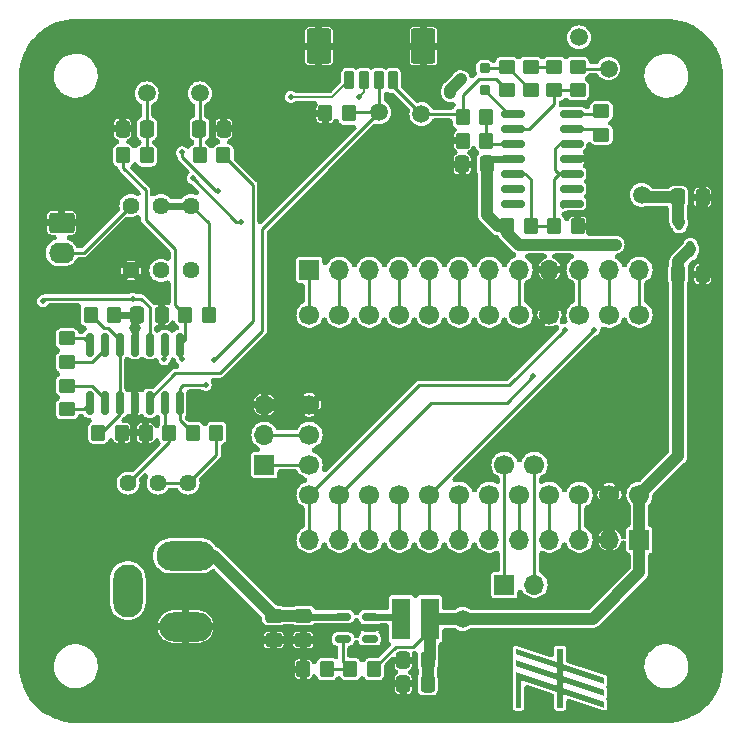
<source format=gbr>
%TF.GenerationSoftware,KiCad,Pcbnew,(7.0.0)*%
%TF.CreationDate,2023-02-20T00:43:47+01:00*%
%TF.ProjectId,led_testjig,6c65645f-7465-4737-946a-69672e6b6963,rev?*%
%TF.SameCoordinates,Original*%
%TF.FileFunction,Copper,L1,Top*%
%TF.FilePolarity,Positive*%
%FSLAX46Y46*%
G04 Gerber Fmt 4.6, Leading zero omitted, Abs format (unit mm)*
G04 Created by KiCad (PCBNEW (7.0.0)) date 2023-02-20 00:43:47*
%MOMM*%
%LPD*%
G01*
G04 APERTURE LIST*
G04 Aperture macros list*
%AMRoundRect*
0 Rectangle with rounded corners*
0 $1 Rounding radius*
0 $2 $3 $4 $5 $6 $7 $8 $9 X,Y pos of 4 corners*
0 Add a 4 corners polygon primitive as box body*
4,1,4,$2,$3,$4,$5,$6,$7,$8,$9,$2,$3,0*
0 Add four circle primitives for the rounded corners*
1,1,$1+$1,$2,$3*
1,1,$1+$1,$4,$5*
1,1,$1+$1,$6,$7*
1,1,$1+$1,$8,$9*
0 Add four rect primitives between the rounded corners*
20,1,$1+$1,$2,$3,$4,$5,0*
20,1,$1+$1,$4,$5,$6,$7,0*
20,1,$1+$1,$6,$7,$8,$9,0*
20,1,$1+$1,$8,$9,$2,$3,0*%
G04 Aperture macros list end*
%TA.AperFunction,ComponentPad*%
%ADD10RoundRect,0.250000X-0.845000X0.620000X-0.845000X-0.620000X0.845000X-0.620000X0.845000X0.620000X0*%
%TD*%
%TA.AperFunction,ComponentPad*%
%ADD11O,2.190000X1.740000*%
%TD*%
%TA.AperFunction,ComponentPad*%
%ADD12C,1.700000*%
%TD*%
%TA.AperFunction,SMDPad,CuDef*%
%ADD13RoundRect,0.250000X0.337500X0.475000X-0.337500X0.475000X-0.337500X-0.475000X0.337500X-0.475000X0*%
%TD*%
%TA.AperFunction,SMDPad,CuDef*%
%ADD14RoundRect,0.150000X0.512500X0.150000X-0.512500X0.150000X-0.512500X-0.150000X0.512500X-0.150000X0*%
%TD*%
%TA.AperFunction,ComponentPad*%
%ADD15R,1.700000X1.700000*%
%TD*%
%TA.AperFunction,ComponentPad*%
%ADD16O,1.700000X1.700000*%
%TD*%
%TA.AperFunction,SMDPad,CuDef*%
%ADD17C,1.500000*%
%TD*%
%TA.AperFunction,SMDPad,CuDef*%
%ADD18RoundRect,0.250000X-0.475000X0.337500X-0.475000X-0.337500X0.475000X-0.337500X0.475000X0.337500X0*%
%TD*%
%TA.AperFunction,SMDPad,CuDef*%
%ADD19RoundRect,0.250000X0.350000X0.450000X-0.350000X0.450000X-0.350000X-0.450000X0.350000X-0.450000X0*%
%TD*%
%TA.AperFunction,SMDPad,CuDef*%
%ADD20RoundRect,0.250000X-0.450000X0.350000X-0.450000X-0.350000X0.450000X-0.350000X0.450000X0.350000X0*%
%TD*%
%TA.AperFunction,SMDPad,CuDef*%
%ADD21RoundRect,0.250000X0.450000X-0.350000X0.450000X0.350000X-0.450000X0.350000X-0.450000X-0.350000X0*%
%TD*%
%TA.AperFunction,SMDPad,CuDef*%
%ADD22RoundRect,0.200000X0.200000X0.600000X-0.200000X0.600000X-0.200000X-0.600000X0.200000X-0.600000X0*%
%TD*%
%TA.AperFunction,SMDPad,CuDef*%
%ADD23RoundRect,0.250001X0.799999X1.249999X-0.799999X1.249999X-0.799999X-1.249999X0.799999X-1.249999X0*%
%TD*%
%TA.AperFunction,SMDPad,CuDef*%
%ADD24RoundRect,0.150000X-0.825000X-0.150000X0.825000X-0.150000X0.825000X0.150000X-0.825000X0.150000X0*%
%TD*%
%TA.AperFunction,SMDPad,CuDef*%
%ADD25R,1.600000X3.500000*%
%TD*%
%TA.AperFunction,SMDPad,CuDef*%
%ADD26RoundRect,0.150000X-0.150000X0.512500X-0.150000X-0.512500X0.150000X-0.512500X0.150000X0.512500X0*%
%TD*%
%TA.AperFunction,SMDPad,CuDef*%
%ADD27RoundRect,0.250000X-0.337500X-0.475000X0.337500X-0.475000X0.337500X0.475000X-0.337500X0.475000X0*%
%TD*%
%TA.AperFunction,SMDPad,CuDef*%
%ADD28RoundRect,0.250000X-0.350000X-0.450000X0.350000X-0.450000X0.350000X0.450000X-0.350000X0.450000X0*%
%TD*%
%TA.AperFunction,SMDPad,CuDef*%
%ADD29RoundRect,0.200000X0.250000X0.200000X-0.250000X0.200000X-0.250000X-0.200000X0.250000X-0.200000X0*%
%TD*%
%TA.AperFunction,SMDPad,CuDef*%
%ADD30RoundRect,0.150000X-0.150000X0.825000X-0.150000X-0.825000X0.150000X-0.825000X0.150000X0.825000X0*%
%TD*%
%TA.AperFunction,ComponentPad*%
%ADD31C,1.440000*%
%TD*%
%TA.AperFunction,ComponentPad*%
%ADD32RoundRect,1.250000X1.250000X0.000000X-1.250000X0.000000X-1.250000X0.000000X1.250000X0.000000X0*%
%TD*%
%TA.AperFunction,ComponentPad*%
%ADD33RoundRect,1.250000X1.000000X0.000000X-1.000000X0.000000X-1.000000X0.000000X1.000000X0.000000X0*%
%TD*%
%TA.AperFunction,ComponentPad*%
%ADD34RoundRect,1.250000X0.000000X-1.000000X0.000000X1.000000X0.000000X1.000000X0.000000X-1.000000X0*%
%TD*%
%TA.AperFunction,ViaPad*%
%ADD35C,1.000000*%
%TD*%
%TA.AperFunction,ViaPad*%
%ADD36C,0.500000*%
%TD*%
%TA.AperFunction,Conductor*%
%ADD37C,0.250000*%
%TD*%
%TA.AperFunction,Conductor*%
%ADD38C,1.000000*%
%TD*%
%TA.AperFunction,Conductor*%
%ADD39C,0.600000*%
%TD*%
%TA.AperFunction,Conductor*%
%ADD40C,0.200000*%
%TD*%
G04 APERTURE END LIST*
%TO.C,Logo101*%
G36*
X166224270Y-124838217D02*
G01*
X169736898Y-126009093D01*
X169736898Y-126509061D01*
X166224270Y-125338185D01*
X166224270Y-125838153D01*
X169736898Y-127009030D01*
X169736898Y-127508998D01*
X166224270Y-126338122D01*
X166224270Y-126838090D01*
X169736898Y-128008967D01*
X169736898Y-128508935D01*
X166224270Y-127338059D01*
X166224270Y-128508935D01*
X165750000Y-128508935D01*
X165750000Y-127179969D01*
X162711691Y-126167182D01*
X162711691Y-128508935D01*
X162237371Y-128508935D01*
X162237371Y-125509124D01*
X165750000Y-126680000D01*
X165750000Y-126180032D01*
X162237371Y-125009156D01*
X162237371Y-124509187D01*
X165750000Y-125680063D01*
X165750000Y-125180095D01*
X162237371Y-124009219D01*
X162237371Y-123509250D01*
X165750000Y-124680126D01*
X165750000Y-123509250D01*
X166224270Y-123509250D01*
X166224270Y-124838217D01*
G37*
%TD*%
D10*
%TO.P,J103,1,Pin_1*%
%TO.N,GND*%
X123800000Y-87460000D03*
D11*
%TO.P,J103,2,Pin_2*%
%TO.N,/Input/PD_IN*%
X123799999Y-89999999D03*
%TD*%
D12*
%TO.P,A501,1,TX*%
%TO.N,/MCU/TXO*%
X172720000Y-95250000D03*
%TO.P,A501,2,RX*%
%TO.N,/MCU/RXI*%
X170180000Y-95250000D03*
%TO.P,A501,3,RST*%
%TO.N,/MCU/RST*%
X167640000Y-95250000D03*
%TO.P,A501,4,GND*%
%TO.N,GND*%
X165100000Y-95250000D03*
%TO.P,A501,5,D2*%
%TO.N,/MCU/D2*%
X162560000Y-95250000D03*
%TO.P,A501,6,D3~*%
%TO.N,/MCU/D3*%
X160020000Y-95250000D03*
%TO.P,A501,7,D4*%
%TO.N,/MCU/D4*%
X157480000Y-95250000D03*
%TO.P,A501,8,D5~*%
%TO.N,/MCU/D5*%
X154940000Y-95250000D03*
%TO.P,A501,9,D6~*%
%TO.N,/MCU/D6*%
X152400000Y-95250000D03*
%TO.P,A501,10,D7*%
%TO.N,/MCU/D7*%
X149860000Y-95250000D03*
%TO.P,A501,11,D8*%
%TO.N,/MCU/D8*%
X147320000Y-95250000D03*
%TO.P,A501,12,D9~*%
%TO.N,/MCU/D9*%
X144780000Y-95250000D03*
%TO.P,A501,13,GND*%
%TO.N,GND*%
X144780000Y-102870000D03*
%TO.P,A501,14,A7*%
%TO.N,/MCU/A7*%
X144780000Y-105410000D03*
%TO.P,A501,15,A6*%
%TO.N,/MCU/A6*%
X144780000Y-107950000D03*
%TO.P,A501,16,SS*%
%TO.N,/MCU/D10*%
X144780000Y-110490000D03*
%TO.P,A501,17,MOSI*%
%TO.N,/MCU/D11*%
X147320000Y-110490000D03*
%TO.P,A501,18,MISO*%
%TO.N,/MCU/D12*%
X149860000Y-110490000D03*
%TO.P,A501,19,D13*%
%TO.N,/MCU/D13*%
X152400000Y-110490000D03*
%TO.P,A501,20,D14*%
%TO.N,/MCU/A0*%
X154940000Y-110490000D03*
%TO.P,A501,21,D15*%
%TO.N,/MCU/A1*%
X157480000Y-110490000D03*
%TO.P,A501,22,D16*%
%TO.N,/MCU/A2*%
X160020000Y-110490000D03*
%TO.P,A501,23,D17*%
%TO.N,/MCU/A3*%
X162560000Y-110490000D03*
%TO.P,A501,24,VCC*%
%TO.N,/MCU/VCC*%
X165100000Y-110490000D03*
%TO.P,A501,25,RST*%
%TO.N,/MCU/RST*%
X167640000Y-110490000D03*
%TO.P,A501,26,GND*%
%TO.N,GND*%
X170180000Y-110490000D03*
%TO.P,A501,27,RAW*%
%TO.N,+5V*%
X172720000Y-110490000D03*
%TO.P,A501,28,A4*%
%TO.N,/MCU/A4*%
X161290000Y-107950000D03*
%TO.P,A501,29,A5*%
%TO.N,/MCU/A5*%
X163830000Y-107950000D03*
%TD*%
D13*
%TO.P,C204,1*%
%TO.N,GND*%
X137537500Y-79500000D03*
%TO.P,C204,2*%
%TO.N,/Input/V_I_LED*%
X135462500Y-79500000D03*
%TD*%
D14*
%TO.P,U401,1,EN*%
%TO.N,unconnected-(U401-EN-Pad1)*%
X149887500Y-122700000D03*
%TO.P,U401,2,GND*%
%TO.N,GND*%
X149887500Y-121750000D03*
%TO.P,U401,3,PH*%
%TO.N,/power/L5*%
X149887500Y-120800000D03*
%TO.P,U401,4,VIN*%
%TO.N,+12V*%
X147612500Y-120800000D03*
%TO.P,U401,5,FB*%
%TO.N,Net-(U401-FB)*%
X147612500Y-122700000D03*
%TD*%
D15*
%TO.P,J504,1,Pin_1*%
%TO.N,/MCU/A6*%
X140969999Y-107949999D03*
D16*
%TO.P,J504,2,Pin_2*%
%TO.N,/MCU/A7*%
X140969999Y-105409999D03*
%TO.P,J504,3,Pin_3*%
%TO.N,GND*%
X140969999Y-102869999D03*
%TD*%
D17*
%TO.P,TP202,1,1*%
%TO.N,/Input/V_I_photo*%
X131000000Y-76500000D03*
%TD*%
D18*
%TO.P,C402,1*%
%TO.N,+12V*%
X144250000Y-120712500D03*
%TO.P,C402,2*%
%TO.N,GND*%
X144250000Y-122787500D03*
%TD*%
D19*
%TO.P,R401,1*%
%TO.N,+5V*%
X150250000Y-125250000D03*
%TO.P,R401,2*%
%TO.N,Net-(U401-FB)*%
X148250000Y-125250000D03*
%TD*%
D20*
%TO.P,R306,1*%
%TO.N,/Output/current_setpoint*%
X167500000Y-74249999D03*
%TO.P,R306,2*%
%TO.N,Net-(U301A--)*%
X167500000Y-76249999D03*
%TD*%
D21*
%TO.P,R311,1*%
%TO.N,/Output/LED+*%
X161500000Y-76249999D03*
%TO.P,R311,2*%
%TO.N,Net-(Q302-E)*%
X161500000Y-74249999D03*
%TD*%
D20*
%TO.P,R205,1*%
%TO.N,Net-(U201C--)*%
X124250000Y-101250000D03*
%TO.P,R205,2*%
%TO.N,Net-(R205-Pad2)*%
X124250000Y-103250000D03*
%TD*%
D15*
%TO.P,J501,1,Pin_1*%
%TO.N,/MCU/D9*%
X144779999Y-91439999D03*
D16*
%TO.P,J501,2,Pin_2*%
%TO.N,/MCU/D8*%
X147319999Y-91439999D03*
%TO.P,J501,3,Pin_3*%
%TO.N,/MCU/D7*%
X149859999Y-91439999D03*
%TO.P,J501,4,Pin_4*%
%TO.N,/MCU/D6*%
X152399999Y-91439999D03*
%TO.P,J501,5,Pin_5*%
%TO.N,/MCU/D5*%
X154939999Y-91439999D03*
%TO.P,J501,6,Pin_6*%
%TO.N,/MCU/D4*%
X157479999Y-91439999D03*
%TO.P,J501,7,Pin_7*%
%TO.N,/MCU/D3*%
X160019999Y-91439999D03*
%TO.P,J501,8,Pin_8*%
%TO.N,/MCU/D2*%
X162559999Y-91439999D03*
%TO.P,J501,9,Pin_9*%
%TO.N,GND*%
X165099999Y-91439999D03*
%TO.P,J501,10,Pin_10*%
%TO.N,/MCU/RST*%
X167639999Y-91439999D03*
%TO.P,J501,11,Pin_11*%
%TO.N,/MCU/RXI*%
X170179999Y-91439999D03*
%TO.P,J501,12,Pin_12*%
%TO.N,/MCU/TXO*%
X172719999Y-91439999D03*
%TD*%
D19*
%TO.P,R402,1*%
%TO.N,Net-(U401-FB)*%
X146250000Y-125250000D03*
%TO.P,R402,2*%
%TO.N,GND*%
X144250000Y-125250000D03*
%TD*%
D22*
%TO.P,J101,1,Pin_1*%
%TO.N,/Output/LED+*%
X151875000Y-75400000D03*
%TO.P,J101,2,Pin_2*%
%TO.N,/Input/LED_RET*%
X150625000Y-75400000D03*
%TO.P,J101,3,Pin_3*%
%TO.N,/Input/V_LED+*%
X149375000Y-75400000D03*
%TO.P,J101,4,Pin_4*%
%TO.N,/Input/V_LED-*%
X148125000Y-75400000D03*
D23*
%TO.P,J101,MP,MountPin*%
%TO.N,GND*%
X154425000Y-72500000D03*
X145575000Y-72500000D03*
%TD*%
D19*
%TO.P,R301,1*%
%TO.N,/Output/6*%
X163500000Y-87749999D03*
%TO.P,R301,2*%
%TO.N,+12V*%
X161500000Y-87749999D03*
%TD*%
%TO.P,R302,1*%
%TO.N,GND*%
X167500000Y-87749999D03*
%TO.P,R302,2*%
%TO.N,/Output/6*%
X165500000Y-87749999D03*
%TD*%
D21*
%TO.P,R308,1*%
%TO.N,Net-(U301A--)*%
X165500000Y-76249999D03*
%TO.P,R308,2*%
%TO.N,Net-(R308-Pad2)*%
X165500000Y-74249999D03*
%TD*%
%TO.P,R310,1*%
%TO.N,Net-(Q302-E)*%
X163500000Y-76249999D03*
%TO.P,R310,2*%
%TO.N,Net-(R308-Pad2)*%
X163500000Y-74249999D03*
%TD*%
D24*
%TO.P,U301,1*%
%TO.N,Net-(Q302-B)*%
X162050000Y-78229999D03*
%TO.P,U301,2,-*%
%TO.N,Net-(U301A--)*%
X162050000Y-79499999D03*
%TO.P,U301,3,+*%
%TO.N,Net-(U301A-+)*%
X162050000Y-80769999D03*
%TO.P,U301,4,V+*%
%TO.N,+12V*%
X162050000Y-82039999D03*
%TO.P,U301,5,+*%
%TO.N,/Output/6*%
X162050000Y-83309999D03*
%TO.P,U301,6,-*%
%TO.N,Net-(U301B--)*%
X162050000Y-84579999D03*
%TO.P,U301,7*%
%TO.N,Net-(R303-Pad2)*%
X162050000Y-85849999D03*
%TO.P,U301,8*%
%TO.N,Net-(R304-Pad2)*%
X167000000Y-85849999D03*
%TO.P,U301,9,-*%
%TO.N,Net-(U301C--)*%
X167000000Y-84579999D03*
%TO.P,U301,10,+*%
%TO.N,/Output/6*%
X167000000Y-83309999D03*
%TO.P,U301,11,V-*%
%TO.N,GND*%
X167000000Y-82039999D03*
%TO.P,U301,12,+*%
%TO.N,/Output/6*%
X167000000Y-80769999D03*
%TO.P,U301,13,-*%
%TO.N,Net-(U301D--)*%
X167000000Y-79499999D03*
%TO.P,U301,14*%
%TO.N,Net-(R305-Pad2)*%
X167000000Y-78229999D03*
%TD*%
D25*
%TO.P,L401,1*%
%TO.N,/power/L5*%
X152549999Y-120999999D03*
%TO.P,L401,2*%
%TO.N,+5V*%
X154949999Y-120999999D03*
%TD*%
D17*
%TO.P,TP301,1,1*%
%TO.N,Net-(U302-V_{OUT}B)*%
X167600000Y-71750000D03*
%TD*%
D26*
%TO.P,U402,1,GND*%
%TO.N,GND*%
X177987500Y-87425000D03*
%TO.P,U402,2,VO*%
%TO.N,+3.3V*%
X176087500Y-87425000D03*
%TO.P,U402,3,VI*%
%TO.N,+5V*%
X177037500Y-89700000D03*
%TD*%
D17*
%TO.P,TP303,1,1*%
%TO.N,/Output/LED+*%
X154250000Y-78250000D03*
%TD*%
D27*
%TO.P,C403,1*%
%TO.N,+5V*%
X176000000Y-91812500D03*
%TO.P,C403,2*%
%TO.N,GND*%
X178075000Y-91812500D03*
%TD*%
D19*
%TO.P,R209,1*%
%TO.N,Net-(R207-Pad2)*%
X137500000Y-81750000D03*
%TO.P,R209,2*%
%TO.N,/Input/V_I_LED*%
X135500000Y-81750000D03*
%TD*%
D13*
%TO.P,C405,1*%
%TO.N,+5V*%
X154787500Y-126500000D03*
%TO.P,C405,2*%
%TO.N,GND*%
X152712500Y-126500000D03*
%TD*%
D27*
%TO.P,C404,1*%
%TO.N,+3.3V*%
X176000000Y-85312500D03*
%TO.P,C404,2*%
%TO.N,GND*%
X178075000Y-85312500D03*
%TD*%
D17*
%TO.P,TP203,1,1*%
%TO.N,/Input/V_I_LED*%
X135500000Y-76500000D03*
%TD*%
%TO.P,TP403,1,1*%
%TO.N,+5V*%
X157750000Y-121000000D03*
%TD*%
%TO.P,TP304,1,1*%
%TO.N,/Input/LED_RET*%
X150700000Y-78100000D03*
%TD*%
D15*
%TO.P,J503,1,Pin_1*%
%TO.N,/MCU/A4*%
X161289999Y-118109999D03*
D16*
%TO.P,J503,2,Pin_2*%
%TO.N,/MCU/A5*%
X163829999Y-118109999D03*
%TD*%
D19*
%TO.P,R207,1*%
%TO.N,Net-(R207-Pad1)*%
X136900000Y-105250000D03*
%TO.P,R207,2*%
%TO.N,Net-(R207-Pad2)*%
X134900000Y-105250000D03*
%TD*%
%TO.P,R202,1*%
%TO.N,GND*%
X128900000Y-105250000D03*
%TO.P,R202,2*%
%TO.N,Net-(U201B-+)*%
X126900000Y-105250000D03*
%TD*%
D28*
%TO.P,R203,1*%
%TO.N,GND*%
X130900000Y-105250000D03*
%TO.P,R203,2*%
%TO.N,Net-(U201D--)*%
X132900000Y-105250000D03*
%TD*%
%TO.P,R208,1*%
%TO.N,Net-(C202-Pad2)*%
X129000000Y-81750000D03*
%TO.P,R208,2*%
%TO.N,/Input/V_I_photo*%
X131000000Y-81750000D03*
%TD*%
D17*
%TO.P,TP302,1,1*%
%TO.N,/Output/current_setpoint*%
X170100000Y-74400000D03*
%TD*%
D21*
%TO.P,R305,1*%
%TO.N,Net-(U301D--)*%
X169500000Y-79999999D03*
%TO.P,R305,2*%
%TO.N,Net-(R305-Pad2)*%
X169500000Y-77999999D03*
%TD*%
D29*
%TO.P,Q302,1,B*%
%TO.N,Net-(Q302-B)*%
X159600000Y-76250000D03*
%TO.P,Q302,2,E*%
%TO.N,Net-(Q302-E)*%
X159600000Y-74350000D03*
%TO.P,Q302,3,C*%
%TO.N,+12V*%
X157600000Y-75300000D03*
%TD*%
D13*
%TO.P,C406,1*%
%TO.N,+5V*%
X154787500Y-124500000D03*
%TO.P,C406,2*%
%TO.N,GND*%
X152712500Y-124500000D03*
%TD*%
D28*
%TO.P,R307,1*%
%TO.N,GND*%
X157750000Y-80499999D03*
%TO.P,R307,2*%
%TO.N,Net-(U301A-+)*%
X159750000Y-80499999D03*
%TD*%
D27*
%TO.P,C302,1*%
%TO.N,GND*%
X157712500Y-82499999D03*
%TO.P,C302,2*%
%TO.N,+12V*%
X159787500Y-82499999D03*
%TD*%
%TO.P,C203,1*%
%TO.N,GND*%
X128962500Y-79500000D03*
%TO.P,C203,2*%
%TO.N,/Input/V_I_photo*%
X131037500Y-79500000D03*
%TD*%
D17*
%TO.P,TP402,1,1*%
%TO.N,+3.3V*%
X172900000Y-85100000D03*
%TD*%
D13*
%TO.P,C201,1*%
%TO.N,GND*%
X132287500Y-95250000D03*
%TO.P,C201,2*%
%TO.N,+3.3V*%
X130212500Y-95250000D03*
%TD*%
D19*
%TO.P,R206,1*%
%TO.N,Net-(R206-Pad1)*%
X136250000Y-95250000D03*
%TO.P,R206,2*%
%TO.N,Net-(C202-Pad2)*%
X134250000Y-95250000D03*
%TD*%
D15*
%TO.P,J502,1,Pin_1*%
%TO.N,+5V*%
X172719999Y-114299999D03*
D16*
%TO.P,J502,2,Pin_2*%
%TO.N,GND*%
X170179999Y-114299999D03*
%TO.P,J502,3,Pin_3*%
%TO.N,/MCU/RST*%
X167639999Y-114299999D03*
%TO.P,J502,4,Pin_4*%
%TO.N,/MCU/VCC*%
X165099999Y-114299999D03*
%TO.P,J502,5,Pin_5*%
%TO.N,/MCU/A3*%
X162559999Y-114299999D03*
%TO.P,J502,6,Pin_6*%
%TO.N,/MCU/A2*%
X160019999Y-114299999D03*
%TO.P,J502,7,Pin_7*%
%TO.N,/MCU/A1*%
X157479999Y-114299999D03*
%TO.P,J502,8,Pin_8*%
%TO.N,/MCU/A0*%
X154939999Y-114299999D03*
%TO.P,J502,9,Pin_9*%
%TO.N,/MCU/D13*%
X152399999Y-114299999D03*
%TO.P,J502,10,Pin_10*%
%TO.N,/MCU/D12*%
X149859999Y-114299999D03*
%TO.P,J502,11,Pin_11*%
%TO.N,/MCU/D11*%
X147319999Y-114299999D03*
%TO.P,J502,12,Pin_12*%
%TO.N,/MCU/D10*%
X144779999Y-114299999D03*
%TD*%
D28*
%TO.P,R201,1*%
%TO.N,Net-(U201B-+)*%
X126250000Y-95250000D03*
%TO.P,R201,2*%
%TO.N,+3.3V*%
X128250000Y-95250000D03*
%TD*%
D19*
%TO.P,R309,1*%
%TO.N,Net-(U301A-+)*%
X159750000Y-78499999D03*
%TO.P,R309,2*%
%TO.N,/Output/LED+*%
X157750000Y-78499999D03*
%TD*%
D30*
%TO.P,U201,1*%
%TO.N,Net-(C202-Pad2)*%
X133810000Y-97775000D03*
%TO.P,U201,2,-*%
%TO.N,/Input/PD_IN*%
X132540000Y-97775000D03*
%TO.P,U201,3,+*%
%TO.N,Net-(U201A-+)*%
X131270000Y-97775000D03*
%TO.P,U201,4,V+*%
%TO.N,+3.3V*%
X130000000Y-97775000D03*
%TO.P,U201,5,+*%
%TO.N,Net-(U201B-+)*%
X128730000Y-97775000D03*
%TO.P,U201,6,-*%
%TO.N,Net-(U201B--)*%
X127460000Y-97775000D03*
%TO.P,U201,7*%
%TO.N,Net-(R204-Pad2)*%
X126190000Y-97775000D03*
%TO.P,U201,8*%
%TO.N,Net-(R205-Pad2)*%
X126190000Y-102725000D03*
%TO.P,U201,9,-*%
%TO.N,Net-(U201C--)*%
X127460000Y-102725000D03*
%TO.P,U201,10,+*%
%TO.N,Net-(U201B-+)*%
X128730000Y-102725000D03*
%TO.P,U201,11,V-*%
%TO.N,GND*%
X130000000Y-102725000D03*
%TO.P,U201,12,+*%
%TO.N,/Input/LED_RET*%
X131270000Y-102725000D03*
%TO.P,U201,13,-*%
%TO.N,Net-(U201D--)*%
X132540000Y-102725000D03*
%TO.P,U201,14*%
%TO.N,Net-(R207-Pad2)*%
X133810000Y-102725000D03*
%TD*%
D21*
%TO.P,R204,2*%
%TO.N,Net-(R204-Pad2)*%
X124250000Y-97250000D03*
%TO.P,R204,1*%
%TO.N,Net-(U201B--)*%
X124250000Y-99250000D03*
%TD*%
D28*
%TO.P,R312,1*%
%TO.N,GND*%
X146100000Y-78200000D03*
%TO.P,R312,2*%
%TO.N,/Input/LED_RET*%
X148100000Y-78200000D03*
%TD*%
D18*
%TO.P,C401,1*%
%TO.N,+12V*%
X141750000Y-120712500D03*
%TO.P,C401,2*%
%TO.N,GND*%
X141750000Y-122787500D03*
%TD*%
D31*
%TO.P,RV201,1,1*%
%TO.N,+3.3V*%
X134750000Y-91500000D03*
%TO.P,RV201,2,2*%
%TO.N,Net-(U201A-+)*%
X132210000Y-91500000D03*
%TO.P,RV201,3,3*%
%TO.N,GND*%
X129670000Y-91500000D03*
%TD*%
%TO.P,RV202,1,1*%
%TO.N,Net-(R206-Pad1)*%
X134750000Y-86000000D03*
%TO.P,RV202,2,2*%
X132210000Y-86000000D03*
%TO.P,RV202,3,3*%
%TO.N,/Input/PD_IN*%
X129670000Y-86000000D03*
%TD*%
%TO.P,RV203,1,1*%
%TO.N,Net-(R207-Pad1)*%
X134500000Y-109500000D03*
%TO.P,RV203,2,2*%
X131960000Y-109500000D03*
%TO.P,RV203,3,3*%
%TO.N,Net-(U201D--)*%
X129420000Y-109500000D03*
%TD*%
D32*
%TO.P,J102,1*%
%TO.N,+12V*%
X134302000Y-115650000D03*
D33*
%TO.P,J102,2*%
%TO.N,GND*%
X134302000Y-121650000D03*
D34*
%TO.P,J102,3*%
%TO.N,unconnected-(J102-Pad3)*%
X129402000Y-118600000D03*
%TD*%
D35*
%TO.N,GND*%
X160000000Y-98000000D03*
X177000000Y-82000000D03*
X153000000Y-100000000D03*
X175000000Y-82000000D03*
X170000000Y-108000000D03*
X124000000Y-121000000D03*
X145000000Y-88000000D03*
X150000000Y-86000000D03*
X143000000Y-88000000D03*
X158000000Y-86000000D03*
X156000000Y-98000000D03*
X171000000Y-106000000D03*
X126000000Y-84000000D03*
X123000000Y-119000000D03*
X152000000Y-82000000D03*
X122000000Y-80000000D03*
X124000000Y-113000000D03*
X123000000Y-107000000D03*
X171000000Y-102000000D03*
X146000000Y-86000000D03*
X148000000Y-86000000D03*
X156000000Y-86000000D03*
X157000000Y-88000000D03*
X151000000Y-100000000D03*
X170000000Y-104000000D03*
X172000000Y-100000000D03*
X123000000Y-115000000D03*
X159000000Y-100000000D03*
X155000000Y-100000000D03*
X151000000Y-88000000D03*
X152000000Y-86000000D03*
X172000000Y-104000000D03*
X178000000Y-80000000D03*
X123000000Y-82000000D03*
X122000000Y-109000000D03*
X146000000Y-81000000D03*
X124000000Y-117000000D03*
X123000000Y-111000000D03*
X122000000Y-121000000D03*
X155000000Y-88000000D03*
X170000000Y-100000000D03*
X171000000Y-98000000D03*
X147000000Y-88000000D03*
X157000000Y-100000000D03*
X150000000Y-82000000D03*
X153000000Y-84000000D03*
X162000000Y-98000000D03*
X124000000Y-84000000D03*
X155000000Y-84000000D03*
X158000000Y-98000000D03*
X122000000Y-113000000D03*
X143000000Y-79000000D03*
X147000000Y-84000000D03*
X151000000Y-84000000D03*
X176000000Y-80000000D03*
X122000000Y-117000000D03*
X122000000Y-84000000D03*
X153000000Y-88000000D03*
X150000000Y-98000000D03*
X124000000Y-80000000D03*
X174000000Y-80000000D03*
X152000000Y-98000000D03*
X143000000Y-83000000D03*
X161000000Y-100000000D03*
X154000000Y-86000000D03*
X124000000Y-109000000D03*
X149000000Y-84000000D03*
X148000000Y-98000000D03*
X154000000Y-98000000D03*
X149000000Y-88000000D03*
X144000000Y-81000000D03*
X172000000Y-108000000D03*
D36*
%TO.N,/MCU/D10*%
X137000000Y-84800000D03*
X166400000Y-96500000D03*
X134000000Y-81500000D03*
%TO.N,/MCU/D11*%
X163735000Y-100465000D03*
%TO.N,/MCU/D13*%
X134900000Y-83700000D03*
X139000000Y-87400000D03*
%TO.N,/MCU/A0*%
X168900000Y-96500000D03*
%TO.N,Net-(C202-Pad2)*%
X134000000Y-99000000D03*
%TO.N,/Input/PD_IN*%
X132500000Y-99000000D03*
%TO.N,/Input/V_I_photo*%
X131000000Y-76500000D03*
%TO.N,/Input/V_I_LED*%
X135500000Y-76500000D03*
D35*
%TO.N,+3.3V*%
X130000000Y-96400000D03*
X172900000Y-85100000D03*
%TO.N,+12V*%
X156700000Y-76500000D03*
X159800000Y-84100000D03*
X170700000Y-89300000D03*
D36*
%TO.N,/Input/V_LED+*%
X149000000Y-76800000D03*
%TO.N,/Input/V_LED-*%
X143200000Y-76800000D03*
%TO.N,Net-(R207-Pad2)*%
X136700000Y-99100000D03*
X136000000Y-101200000D03*
%TO.N,Net-(R304-Pad2)*%
X166250000Y-86000000D03*
%TO.N,/Output/current_setpoint*%
X167500000Y-74300000D03*
%TO.N,Net-(R303-Pad2)*%
X162750000Y-85750000D03*
%TO.N,Net-(U301B--)*%
X162750000Y-84500000D03*
%TO.N,Net-(U301C--)*%
X166250000Y-84500000D03*
%TO.N,Net-(U201A-+)*%
X129800000Y-93900000D03*
X122200000Y-94100000D03*
%TO.N,Net-(U302-V_{OUT}B)*%
X167600000Y-71800000D03*
%TD*%
D37*
%TO.N,/Input/PD_IN*%
X125670000Y-90000000D02*
X123800000Y-90000000D01*
X129670000Y-86000000D02*
X125670000Y-90000000D01*
%TO.N,/MCU/TXO*%
X172720000Y-95250000D02*
X172720000Y-91440000D01*
%TO.N,/MCU/RXI*%
X170180000Y-95250000D02*
X170180000Y-91440000D01*
%TO.N,/MCU/RST*%
X167640000Y-110490000D02*
X167640000Y-114300000D01*
X167640000Y-95250000D02*
X167640000Y-91440000D01*
D38*
%TO.N,GND*%
X178075000Y-91812500D02*
X178337500Y-91550000D01*
X178337500Y-91550000D02*
X178337500Y-87775000D01*
X165100000Y-91440000D02*
X165100000Y-95250000D01*
X170180000Y-110490000D02*
X170180000Y-114300000D01*
X178337500Y-87775000D02*
X177987500Y-87425000D01*
X177987500Y-87425000D02*
X177987500Y-85400000D01*
X140970000Y-102870000D02*
X144780000Y-102870000D01*
X177987500Y-85400000D02*
X178075000Y-85312500D01*
D37*
%TO.N,/MCU/D2*%
X162560000Y-95250000D02*
X162560000Y-91440000D01*
%TO.N,/MCU/D3*%
X160020000Y-95250000D02*
X160020000Y-91440000D01*
%TO.N,/MCU/D4*%
X157480000Y-95250000D02*
X157480000Y-91440000D01*
%TO.N,/MCU/D5*%
X154940000Y-95250000D02*
X154940000Y-91440000D01*
%TO.N,/MCU/D6*%
X152400000Y-95250000D02*
X152400000Y-91440000D01*
%TO.N,/MCU/D7*%
X149860000Y-95250000D02*
X149860000Y-91440000D01*
%TO.N,/MCU/D8*%
X147320000Y-95250000D02*
X147320000Y-91440000D01*
%TO.N,/MCU/D9*%
X144780000Y-95250000D02*
X144780000Y-91440000D01*
%TO.N,/MCU/A7*%
X140970000Y-105410000D02*
X144780000Y-105410000D01*
%TO.N,/MCU/A6*%
X140970000Y-107950000D02*
X144780000Y-107950000D01*
%TO.N,/MCU/D10*%
X137000000Y-84800000D02*
X136900000Y-84800000D01*
X159100000Y-101200000D02*
X161700000Y-101200000D01*
X159100000Y-101200000D02*
X154070000Y-101200000D01*
X154070000Y-101200000D02*
X144780000Y-110490000D01*
X144780000Y-110490000D02*
X144780000Y-114300000D01*
X136900000Y-84800000D02*
X134000000Y-81900000D01*
X161700000Y-101200000D02*
X166400000Y-96500000D01*
X134000000Y-81900000D02*
X134000000Y-81500000D01*
%TO.N,/MCU/D11*%
X163735000Y-100465000D02*
X161500000Y-102700000D01*
X155110000Y-102700000D02*
X147320000Y-110490000D01*
X161500000Y-102700000D02*
X155110000Y-102700000D01*
X147320000Y-110490000D02*
X147320000Y-114300000D01*
%TO.N,/MCU/D12*%
X149860000Y-110490000D02*
X149860000Y-114300000D01*
%TO.N,/MCU/D13*%
X152400000Y-110490000D02*
X152400000Y-114300000D01*
X138600000Y-87400000D02*
X134900000Y-83700000D01*
X139000000Y-87400000D02*
X138600000Y-87400000D01*
%TO.N,/MCU/A0*%
X168900000Y-96530000D02*
X168900000Y-96500000D01*
X154940000Y-110490000D02*
X154940000Y-114300000D01*
X154940000Y-110490000D02*
X168900000Y-96530000D01*
%TO.N,/MCU/A1*%
X157480000Y-110490000D02*
X157480000Y-114300000D01*
%TO.N,/MCU/A2*%
X160020000Y-110490000D02*
X160020000Y-114300000D01*
%TO.N,/MCU/A3*%
X162560000Y-110490000D02*
X162560000Y-114300000D01*
%TO.N,/MCU/VCC*%
X165100000Y-110490000D02*
X165100000Y-114300000D01*
%TO.N,/MCU/A4*%
X161290000Y-107950000D02*
X161290000Y-118110000D01*
%TO.N,/MCU/A5*%
X163830000Y-107950000D02*
X163830000Y-118110000D01*
%TO.N,Net-(C202-Pad2)*%
X129000000Y-82800000D02*
X129000000Y-81750000D01*
X134250000Y-97335000D02*
X134250000Y-95250000D01*
X134000000Y-99000000D02*
X133810000Y-98810000D01*
X133810000Y-98810000D02*
X133810000Y-97775000D01*
X133810000Y-97775000D02*
X134250000Y-97335000D01*
X130900000Y-87200000D02*
X130900000Y-84700000D01*
X133400000Y-94400000D02*
X133400000Y-89700000D01*
X133400000Y-89700000D02*
X130900000Y-87200000D01*
X134250000Y-95250000D02*
X133400000Y-94400000D01*
X130900000Y-84700000D02*
X129000000Y-82800000D01*
%TO.N,+5V*%
X150250000Y-125195406D02*
X152095406Y-123350000D01*
D38*
X157750000Y-121000000D02*
X168750000Y-121000000D01*
X176000000Y-107210000D02*
X176000000Y-91812500D01*
X176000000Y-91812500D02*
X176000000Y-90737500D01*
X154950000Y-121000000D02*
X154950000Y-124337500D01*
X154950000Y-121000000D02*
X157750000Y-121000000D01*
X172720000Y-117030000D02*
X172720000Y-114300000D01*
D37*
X150250000Y-125250000D02*
X150250000Y-125195406D01*
D38*
X154787500Y-124500000D02*
X154787500Y-126500000D01*
X172720000Y-110490000D02*
X176000000Y-107210000D01*
X154950000Y-124337500D02*
X154787500Y-124500000D01*
D37*
X152095406Y-123350000D02*
X153550000Y-123350000D01*
X153550000Y-123350000D02*
X154950000Y-121950000D01*
X154950000Y-121950000D02*
X154950000Y-121000000D01*
D38*
X172720000Y-110490000D02*
X172720000Y-114300000D01*
X168750000Y-121000000D02*
X172720000Y-117030000D01*
X176000000Y-90737500D02*
X177037500Y-89700000D01*
D37*
%TO.N,Net-(R205-Pad2)*%
X124250000Y-103250000D02*
X125665000Y-103250000D01*
X125665000Y-103250000D02*
X126190000Y-102725000D01*
%TO.N,/Input/PD_IN*%
X132500000Y-97815000D02*
X132540000Y-97775000D01*
X132500000Y-99000000D02*
X132500000Y-97815000D01*
%TO.N,Net-(R206-Pad1)*%
X136250000Y-87500000D02*
X136250000Y-95250000D01*
D39*
X132210000Y-86000000D02*
X134750000Y-86000000D01*
D37*
X134750000Y-86000000D02*
X136250000Y-87500000D01*
%TO.N,/Input/V_I_photo*%
X131000000Y-79537500D02*
X131037500Y-79500000D01*
X131000000Y-79462500D02*
X131000000Y-76500000D01*
X131037500Y-79500000D02*
X131000000Y-79462500D01*
X131000000Y-81750000D02*
X131000000Y-79537500D01*
%TO.N,/Input/V_I_LED*%
X135500000Y-79462500D02*
X135500000Y-76500000D01*
X135462500Y-79500000D02*
X135500000Y-79462500D01*
X135500000Y-81750000D02*
X135500000Y-79537500D01*
X135500000Y-79537500D02*
X135462500Y-79500000D01*
D38*
%TO.N,+3.3V*%
X176000000Y-87337500D02*
X176087500Y-87425000D01*
D39*
X130000000Y-96400000D02*
X130000000Y-95462500D01*
D38*
X176000000Y-85312500D02*
X173078572Y-85312500D01*
X176000000Y-85312500D02*
X176000000Y-87337500D01*
D39*
X128250000Y-95250000D02*
X130212500Y-95250000D01*
D38*
X173078572Y-85312500D02*
X172887500Y-85121428D01*
D39*
X130000000Y-95462500D02*
X130212500Y-95250000D01*
X130000000Y-97775000D02*
X130000000Y-96400000D01*
D38*
X172900000Y-85100000D02*
X172900000Y-85108928D01*
D39*
%TO.N,+12V*%
X144250000Y-120712500D02*
X144337500Y-120800000D01*
D38*
X170700000Y-89300000D02*
X162500000Y-89300000D01*
X160749999Y-87749999D02*
X159800000Y-86800000D01*
X159800000Y-84100000D02*
X159800000Y-82512499D01*
D39*
X160247500Y-82039999D02*
X159787500Y-82499999D01*
D38*
X161500000Y-88300000D02*
X161500000Y-87749999D01*
X136687500Y-115650000D02*
X141750000Y-120712500D01*
D39*
X144337500Y-120800000D02*
X147612500Y-120800000D01*
D38*
X156700000Y-76500000D02*
X156700000Y-76200000D01*
X161500000Y-87749999D02*
X160749999Y-87749999D01*
X156700000Y-76200000D02*
X157600000Y-75300000D01*
X141750000Y-120712500D02*
X144250000Y-120712500D01*
X134302000Y-115650000D02*
X136687500Y-115650000D01*
X159800000Y-82512499D02*
X159787500Y-82499999D01*
D39*
X162050000Y-82039999D02*
X160247500Y-82039999D01*
D38*
X162500000Y-89300000D02*
X161500000Y-88300000D01*
X159800000Y-86800000D02*
X159800000Y-84100000D01*
D37*
%TO.N,Net-(R207-Pad1)*%
X134500000Y-109500000D02*
X136900000Y-107100000D01*
X136900000Y-107100000D02*
X136900000Y-105250000D01*
X131960000Y-109500000D02*
X134500000Y-109500000D01*
%TO.N,/Output/LED+*%
X161500000Y-76249999D02*
X160550001Y-75300000D01*
X157750000Y-78499999D02*
X157500001Y-78250000D01*
X159100000Y-75300000D02*
X157750000Y-76650000D01*
X160550001Y-75300000D02*
X159100000Y-75300000D01*
X154250000Y-78250000D02*
X151875000Y-75875000D01*
X157750000Y-76650000D02*
X157750000Y-78499999D01*
X157500001Y-78250000D02*
X154250000Y-78250000D01*
X151875000Y-75875000D02*
X151875000Y-75400000D01*
%TO.N,/Input/LED_RET*%
X148200000Y-78100000D02*
X150700000Y-78100000D01*
X131270000Y-102348249D02*
X133418249Y-100200000D01*
X150700000Y-78100000D02*
X150700000Y-75475000D01*
X133418249Y-100200000D02*
X137200000Y-100200000D01*
X131270000Y-102725000D02*
X131270000Y-102348249D01*
X150700000Y-75475000D02*
X150625000Y-75400000D01*
X148100000Y-78200000D02*
X148200000Y-78100000D01*
X140800000Y-88000000D02*
X150700000Y-78100000D01*
X140800000Y-96600000D02*
X140800000Y-88000000D01*
X137200000Y-100200000D02*
X140800000Y-96600000D01*
D40*
%TO.N,/Input/V_LED+*%
X149375000Y-75400000D02*
X149375000Y-76425000D01*
X149375000Y-76425000D02*
X149000000Y-76800000D01*
%TO.N,/Input/V_LED-*%
X148125000Y-75400000D02*
X146725000Y-76800000D01*
X146725000Y-76800000D02*
X143200000Y-76800000D01*
D39*
%TO.N,/power/L5*%
X152350000Y-120800000D02*
X152550000Y-121000000D01*
X149887500Y-120800000D02*
X152350000Y-120800000D01*
D37*
%TO.N,Net-(R207-Pad2)*%
X134100000Y-101200000D02*
X133810000Y-101490000D01*
X134900000Y-105250000D02*
X133810000Y-104160000D01*
X136000000Y-101200000D02*
X134100000Y-101200000D01*
X140000000Y-84250000D02*
X140000000Y-95800000D01*
X137500000Y-81750000D02*
X140000000Y-84250000D01*
X140000000Y-95800000D02*
X136700000Y-99100000D01*
X133810000Y-104160000D02*
X133810000Y-102725000D01*
X133810000Y-101490000D02*
X133810000Y-102725000D01*
%TO.N,Net-(U201D--)*%
X129420000Y-109500000D02*
X132900000Y-106020000D01*
X132900000Y-105250000D02*
X132540000Y-104890000D01*
X132900000Y-106020000D02*
X132900000Y-105250000D01*
X132540000Y-104890000D02*
X132540000Y-102725000D01*
%TO.N,Net-(R304-Pad2)*%
X166250000Y-86000000D02*
X166400001Y-85849999D01*
X166400001Y-85849999D02*
X167000000Y-85849999D01*
%TO.N,Net-(R204-Pad2)*%
X124250000Y-97250000D02*
X125665000Y-97250000D01*
X125665000Y-97250000D02*
X126190000Y-97775000D01*
%TO.N,/Output/current_setpoint*%
X167500000Y-74249999D02*
X167650001Y-74400000D01*
X167650001Y-74400000D02*
X170100000Y-74400000D01*
X167500000Y-74300000D02*
X167500000Y-74249999D01*
%TO.N,Net-(U201B--)*%
X127460000Y-98151751D02*
X127460000Y-97775000D01*
X126361751Y-99250000D02*
X127460000Y-98151751D01*
X124250000Y-99250000D02*
X126361751Y-99250000D01*
%TO.N,Net-(R305-Pad2)*%
X167000000Y-78229999D02*
X169270000Y-78229999D01*
X169270000Y-78229999D02*
X169500000Y-77999999D01*
%TO.N,Net-(R303-Pad2)*%
X162149999Y-85750000D02*
X162050000Y-85849999D01*
X162750000Y-85750000D02*
X162149999Y-85750000D01*
%TO.N,/Output/6*%
X163059999Y-83309999D02*
X163500000Y-83750000D01*
X165500000Y-83750000D02*
X165940001Y-83309999D01*
X165600000Y-81150000D02*
X165980001Y-80769999D01*
X165980001Y-80769999D02*
X167000000Y-80769999D01*
X163500000Y-83750000D02*
X163500000Y-87749999D01*
X162050000Y-83309999D02*
X163059999Y-83309999D01*
X165500000Y-87749999D02*
X165500000Y-83750000D01*
X165940001Y-83309999D02*
X167000000Y-83309999D01*
X165500000Y-87749999D02*
X163500000Y-87749999D01*
X165940001Y-83309999D02*
X165600000Y-82969998D01*
X165600000Y-82969998D02*
X165600000Y-81150000D01*
%TO.N,Net-(U201B-+)*%
X128730000Y-102725000D02*
X128730000Y-97775000D01*
X127145406Y-105250000D02*
X128730000Y-103665406D01*
X128730000Y-97398249D02*
X127731751Y-96400000D01*
X126900000Y-105250000D02*
X127145406Y-105250000D01*
X128730000Y-97775000D02*
X128730000Y-97398249D01*
X128730000Y-103665406D02*
X128730000Y-102725000D01*
X127731751Y-96400000D02*
X127400000Y-96400000D01*
X127400000Y-96400000D02*
X126250000Y-95250000D01*
%TO.N,Net-(U201C--)*%
X127460000Y-102348249D02*
X127460000Y-102725000D01*
X124250000Y-101250000D02*
X126361751Y-101250000D01*
X126361751Y-101250000D02*
X127460000Y-102348249D01*
%TO.N,Net-(U301B--)*%
X162129999Y-84500000D02*
X162050000Y-84579999D01*
X162750000Y-84500000D02*
X162129999Y-84500000D01*
%TO.N,Net-(U301C--)*%
X166250000Y-84500000D02*
X166920001Y-84500000D01*
X166920001Y-84500000D02*
X167000000Y-84579999D01*
%TO.N,Net-(U301D--)*%
X169000000Y-79499999D02*
X169500000Y-79999999D01*
X167000000Y-79499999D02*
X169000000Y-79499999D01*
%TO.N,Net-(U301A--)*%
X167500000Y-76249999D02*
X165500000Y-76249999D01*
X163400001Y-79499999D02*
X162050000Y-79499999D01*
X165500000Y-77400000D02*
X163400001Y-79499999D01*
X165500000Y-76249999D02*
X165500000Y-77400000D01*
%TO.N,Net-(R308-Pad2)*%
X163500000Y-74249999D02*
X165500000Y-74249999D01*
%TO.N,Net-(U301A-+)*%
X159750000Y-78499999D02*
X159750000Y-80499999D01*
X159750000Y-80499999D02*
X160020000Y-80769999D01*
X160020000Y-80769999D02*
X162050000Y-80769999D01*
%TO.N,Net-(Q302-E)*%
X159600000Y-74350000D02*
X161399999Y-74350000D01*
X161500000Y-74249999D02*
X163500000Y-76249999D01*
X161399999Y-74350000D02*
X161500000Y-74249999D01*
%TO.N,Net-(U401-FB)*%
X148250000Y-125250000D02*
X147612500Y-124612500D01*
X146250000Y-125250000D02*
X148250000Y-125250000D01*
X147612500Y-124612500D02*
X147612500Y-122700000D01*
%TO.N,Net-(U201A-+)*%
X122400000Y-93900000D02*
X122200000Y-94100000D01*
X131270000Y-94611117D02*
X131270000Y-97775000D01*
X129800000Y-93900000D02*
X130558883Y-93900000D01*
X129800000Y-93900000D02*
X122400000Y-93900000D01*
X130558883Y-93900000D02*
X131270000Y-94611117D01*
%TO.N,Net-(U302-V_{OUT}B)*%
X167600000Y-71800000D02*
X167600000Y-71750000D01*
%TO.N,Net-(Q302-B)*%
X159600000Y-76250000D02*
X161579999Y-78229999D01*
X161579999Y-78229999D02*
X162050000Y-78229999D01*
%TD*%
%TA.AperFunction,Conductor*%
%TO.N,GND*%
G36*
X175005428Y-70200737D02*
G01*
X175407452Y-70218290D01*
X175429066Y-70220180D01*
X175822657Y-70271997D01*
X175844026Y-70275765D01*
X176231596Y-70361687D01*
X176252554Y-70367303D01*
X176631165Y-70486678D01*
X176651571Y-70494106D01*
X177018322Y-70646020D01*
X177037985Y-70655188D01*
X177390109Y-70838492D01*
X177408918Y-70849351D01*
X177743707Y-71062636D01*
X177761499Y-71075093D01*
X177954809Y-71223426D01*
X178076436Y-71316753D01*
X178093073Y-71330713D01*
X178215644Y-71443029D01*
X178385743Y-71598896D01*
X178401103Y-71614256D01*
X178669283Y-71906923D01*
X178683246Y-71923563D01*
X178924904Y-72238498D01*
X178937363Y-72256292D01*
X179150645Y-72591077D01*
X179161507Y-72609890D01*
X179344803Y-72961998D01*
X179353983Y-72981685D01*
X179505893Y-73348428D01*
X179513323Y-73368840D01*
X179591378Y-73616398D01*
X179630678Y-73741044D01*
X179632692Y-73747430D01*
X179638314Y-73768413D01*
X179724232Y-74155964D01*
X179728004Y-74177356D01*
X179779817Y-74570920D01*
X179781710Y-74592559D01*
X179799263Y-74994571D01*
X179799500Y-75005433D01*
X179799500Y-124994567D01*
X179799263Y-125005429D01*
X179781710Y-125407440D01*
X179779817Y-125429079D01*
X179728004Y-125822643D01*
X179724232Y-125844035D01*
X179638314Y-126231586D01*
X179632692Y-126252569D01*
X179513323Y-126631159D01*
X179505893Y-126651571D01*
X179353983Y-127018314D01*
X179344803Y-127038001D01*
X179161507Y-127390109D01*
X179150645Y-127408922D01*
X178937363Y-127743707D01*
X178924904Y-127761501D01*
X178683246Y-128076436D01*
X178669283Y-128093076D01*
X178401103Y-128385743D01*
X178385743Y-128401103D01*
X178093076Y-128669283D01*
X178076436Y-128683246D01*
X177761501Y-128924904D01*
X177743707Y-128937363D01*
X177408922Y-129150645D01*
X177390109Y-129161507D01*
X177038001Y-129344803D01*
X177018314Y-129353983D01*
X176651571Y-129505893D01*
X176631159Y-129513323D01*
X176252569Y-129632692D01*
X176231586Y-129638314D01*
X175844035Y-129724232D01*
X175822643Y-129728004D01*
X175429079Y-129779817D01*
X175407440Y-129781710D01*
X175048341Y-129797389D01*
X175005427Y-129799263D01*
X174994567Y-129799500D01*
X125005433Y-129799500D01*
X124994572Y-129799263D01*
X124946175Y-129797149D01*
X124592559Y-129781710D01*
X124570920Y-129779817D01*
X124177356Y-129728004D01*
X124155964Y-129724232D01*
X123768413Y-129638314D01*
X123747430Y-129632692D01*
X123368840Y-129513323D01*
X123348428Y-129505893D01*
X122981685Y-129353983D01*
X122962004Y-129344806D01*
X122609890Y-129161507D01*
X122591077Y-129150645D01*
X122256292Y-128937363D01*
X122238498Y-128924904D01*
X122024201Y-128760468D01*
X121923561Y-128683244D01*
X121906923Y-128669283D01*
X121731934Y-128508935D01*
X161981963Y-128508935D01*
X161984349Y-128520932D01*
X161984350Y-128520938D01*
X161986871Y-128533609D01*
X161996619Y-128582618D01*
X161996620Y-128582621D01*
X162001405Y-128606675D01*
X162015031Y-128627068D01*
X162049972Y-128679363D01*
X162049975Y-128679367D01*
X162056770Y-128689536D01*
X162066939Y-128696330D01*
X162066942Y-128696333D01*
X162083447Y-128707361D01*
X162139631Y-128744901D01*
X162237371Y-128764343D01*
X162249378Y-128761954D01*
X162261540Y-128760757D01*
X162261651Y-128761890D01*
X162286567Y-128759435D01*
X162662495Y-128759435D01*
X162687410Y-128761890D01*
X162687522Y-128760757D01*
X162699683Y-128761954D01*
X162711691Y-128764343D01*
X162809431Y-128744901D01*
X162892292Y-128689536D01*
X162947657Y-128606675D01*
X162962191Y-128533609D01*
X162967099Y-128508935D01*
X162964710Y-128496927D01*
X162963513Y-128484766D01*
X162964646Y-128484654D01*
X162962191Y-128459739D01*
X162962191Y-126860205D01*
X162979816Y-126768190D01*
X163030197Y-126689202D01*
X163106200Y-126634422D01*
X163197067Y-126611606D01*
X163289932Y-126623982D01*
X165329244Y-127303765D01*
X165398004Y-127339378D01*
X165452500Y-127394394D01*
X165487459Y-127463491D01*
X165499500Y-127539986D01*
X165499500Y-128459739D01*
X165497044Y-128484654D01*
X165498178Y-128484766D01*
X165496979Y-128496932D01*
X165494592Y-128508935D01*
X165496978Y-128520932D01*
X165496979Y-128520938D01*
X165499500Y-128533609D01*
X165509248Y-128582618D01*
X165509249Y-128582621D01*
X165514034Y-128606675D01*
X165527660Y-128627068D01*
X165562601Y-128679363D01*
X165562604Y-128679367D01*
X165569399Y-128689536D01*
X165579568Y-128696330D01*
X165579571Y-128696333D01*
X165596076Y-128707361D01*
X165652260Y-128744901D01*
X165750000Y-128764343D01*
X165762007Y-128761954D01*
X165774169Y-128760757D01*
X165774280Y-128761890D01*
X165799196Y-128759435D01*
X166175074Y-128759435D01*
X166199989Y-128761890D01*
X166200101Y-128760757D01*
X166212262Y-128761954D01*
X166224270Y-128764343D01*
X166322010Y-128744901D01*
X166404871Y-128689536D01*
X166460236Y-128606675D01*
X166474770Y-128533609D01*
X166479678Y-128508935D01*
X166477289Y-128496927D01*
X166476092Y-128484766D01*
X166477225Y-128484654D01*
X166474770Y-128459739D01*
X166474770Y-128031079D01*
X166492395Y-127939065D01*
X166542775Y-127860076D01*
X166618778Y-127805297D01*
X166709645Y-127782480D01*
X166802511Y-127794857D01*
X167088037Y-127890032D01*
X169603547Y-128728534D01*
X169634767Y-128741967D01*
X169639158Y-128744901D01*
X169670637Y-128751162D01*
X169672603Y-128751553D01*
X169672453Y-128752306D01*
X169675428Y-128752495D01*
X169681091Y-128754383D01*
X169693241Y-128755913D01*
X169696162Y-128756578D01*
X169705409Y-128758079D01*
X169712226Y-128759435D01*
X169736898Y-128764343D01*
X169741738Y-128763379D01*
X169750108Y-128763082D01*
X169755003Y-128763700D01*
X169785972Y-128755218D01*
X169803144Y-128751164D01*
X169834638Y-128744901D01*
X169838740Y-128742159D01*
X169846355Y-128738683D01*
X169851120Y-128737379D01*
X169876496Y-128717683D01*
X169890797Y-128707376D01*
X169917499Y-128689536D01*
X169920241Y-128685430D01*
X169925948Y-128679303D01*
X169929847Y-128676278D01*
X169945747Y-128648383D01*
X169955030Y-128633363D01*
X169972864Y-128606675D01*
X169973826Y-128601836D01*
X169976756Y-128593985D01*
X169979199Y-128589702D01*
X169983214Y-128557841D01*
X169984717Y-128548587D01*
X169985010Y-128545608D01*
X169987398Y-128533609D01*
X169987398Y-128527635D01*
X169988157Y-128524758D01*
X169987398Y-128524663D01*
X169987397Y-128524663D01*
X169991663Y-128490830D01*
X169988341Y-128478701D01*
X169988664Y-128475255D01*
X169987398Y-128475255D01*
X169987398Y-128040330D01*
X169989353Y-128009188D01*
X169989504Y-128007983D01*
X169991663Y-127990862D01*
X169983181Y-127959891D01*
X169979131Y-127942737D01*
X169972864Y-127911227D01*
X169967766Y-127903597D01*
X169965342Y-127894745D01*
X169960232Y-127888161D01*
X169926622Y-127801513D01*
X169927916Y-127706577D01*
X169960882Y-127628007D01*
X169960301Y-127627697D01*
X169963612Y-127621500D01*
X169964648Y-127619033D01*
X169972864Y-127606738D01*
X169973826Y-127601899D01*
X169976756Y-127594048D01*
X169979199Y-127589765D01*
X169983214Y-127557904D01*
X169984717Y-127548650D01*
X169985010Y-127545671D01*
X169987398Y-127533672D01*
X169987398Y-127527698D01*
X169988157Y-127524821D01*
X169987398Y-127524726D01*
X169987397Y-127524726D01*
X169991663Y-127490893D01*
X169988341Y-127478764D01*
X169988664Y-127475318D01*
X169987398Y-127475318D01*
X169987398Y-127040393D01*
X169989353Y-127009251D01*
X169989504Y-127008046D01*
X169991663Y-126990925D01*
X169983181Y-126959954D01*
X169979131Y-126942800D01*
X169972864Y-126911290D01*
X169967766Y-126903660D01*
X169965342Y-126894808D01*
X169960232Y-126888224D01*
X169926622Y-126801576D01*
X169927916Y-126706640D01*
X169960882Y-126628070D01*
X169960301Y-126627760D01*
X169963612Y-126621563D01*
X169964648Y-126619096D01*
X169972864Y-126606801D01*
X169973826Y-126601962D01*
X169976756Y-126594111D01*
X169979199Y-126589828D01*
X169983214Y-126557967D01*
X169984717Y-126548713D01*
X169985010Y-126545734D01*
X169987398Y-126533735D01*
X169987398Y-126527761D01*
X169988157Y-126524884D01*
X169987398Y-126524789D01*
X169987398Y-126524788D01*
X169991663Y-126490956D01*
X169988341Y-126478827D01*
X169988664Y-126475381D01*
X169987398Y-126475381D01*
X169987398Y-126040456D01*
X169989353Y-126009314D01*
X169989504Y-126008109D01*
X169991663Y-125990988D01*
X169983181Y-125960017D01*
X169979131Y-125942863D01*
X169972864Y-125911353D01*
X169967766Y-125903723D01*
X169965342Y-125894871D01*
X169945652Y-125869502D01*
X169935343Y-125855198D01*
X169917499Y-125828492D01*
X169913394Y-125825749D01*
X169907264Y-125820039D01*
X169904241Y-125816144D01*
X169893618Y-125810088D01*
X169893612Y-125810084D01*
X169876338Y-125800237D01*
X169861322Y-125790956D01*
X169855029Y-125786751D01*
X169855026Y-125786749D01*
X169834638Y-125773127D01*
X169810591Y-125768343D01*
X169807959Y-125767253D01*
X169786361Y-125761529D01*
X167705504Y-125067911D01*
X173141780Y-125067911D01*
X173142774Y-125076950D01*
X173142775Y-125076962D01*
X173170474Y-125328701D01*
X173170475Y-125328709D01*
X173171470Y-125337747D01*
X173173769Y-125346541D01*
X173173770Y-125346546D01*
X173237831Y-125591585D01*
X173237833Y-125591593D01*
X173240132Y-125600384D01*
X173243689Y-125608755D01*
X173243690Y-125608757D01*
X173334900Y-125823392D01*
X173346303Y-125850224D01*
X173351045Y-125857994D01*
X173351046Y-125857996D01*
X173373881Y-125895412D01*
X173487719Y-126081944D01*
X173661368Y-126290604D01*
X173863546Y-126471757D01*
X173895703Y-126493032D01*
X174082360Y-126616523D01*
X174082364Y-126616525D01*
X174089947Y-126621542D01*
X174098184Y-126625403D01*
X174098187Y-126625405D01*
X174154004Y-126651571D01*
X174335743Y-126736767D01*
X174595697Y-126814975D01*
X174864268Y-126854500D01*
X175063235Y-126854500D01*
X175067781Y-126854500D01*
X175270740Y-126839645D01*
X175535709Y-126780621D01*
X175789261Y-126683646D01*
X176025991Y-126550786D01*
X176240853Y-126384875D01*
X176429269Y-126189447D01*
X176587223Y-125968668D01*
X176711348Y-125727244D01*
X176798998Y-125470320D01*
X176848306Y-125203371D01*
X176858220Y-124932089D01*
X176828530Y-124662253D01*
X176759868Y-124399616D01*
X176653697Y-124149776D01*
X176512281Y-123918056D01*
X176338632Y-123709396D01*
X176136454Y-123528243D01*
X176107746Y-123509250D01*
X175917639Y-123383476D01*
X175917630Y-123383471D01*
X175910053Y-123378458D01*
X175901820Y-123374598D01*
X175901812Y-123374594D01*
X175672496Y-123267095D01*
X175672492Y-123267093D01*
X175664257Y-123263233D01*
X175655549Y-123260613D01*
X175655546Y-123260612D01*
X175413014Y-123187645D01*
X175413004Y-123187642D01*
X175404303Y-123185025D01*
X175395309Y-123183701D01*
X175395303Y-123183700D01*
X175144731Y-123146824D01*
X175144726Y-123146823D01*
X175135732Y-123145500D01*
X174932219Y-123145500D01*
X174927705Y-123145830D01*
X174927688Y-123145831D01*
X174738328Y-123159691D01*
X174738324Y-123159691D01*
X174729260Y-123160355D01*
X174720388Y-123162331D01*
X174720383Y-123162332D01*
X174473171Y-123217400D01*
X174473159Y-123217403D01*
X174464291Y-123219379D01*
X174455802Y-123222625D01*
X174455791Y-123222629D01*
X174219246Y-123313100D01*
X174219241Y-123313101D01*
X174210739Y-123316354D01*
X174202810Y-123320803D01*
X174202797Y-123320810D01*
X173981942Y-123444761D01*
X173981934Y-123444766D01*
X173974009Y-123449214D01*
X173966817Y-123454766D01*
X173966807Y-123454774D01*
X173766350Y-123609562D01*
X173766341Y-123609569D01*
X173759147Y-123615125D01*
X173752836Y-123621670D01*
X173752828Y-123621678D01*
X173577049Y-123803999D01*
X173577043Y-123804005D01*
X173570731Y-123810553D01*
X173565437Y-123817952D01*
X173565435Y-123817955D01*
X173418074Y-124023926D01*
X173418065Y-124023940D01*
X173412777Y-124031332D01*
X173408617Y-124039422D01*
X173408614Y-124039428D01*
X173292809Y-124264669D01*
X173292805Y-124264678D01*
X173288652Y-124272756D01*
X173285719Y-124281351D01*
X173285716Y-124281360D01*
X173203938Y-124521072D01*
X173203935Y-124521079D01*
X173201002Y-124529680D01*
X173199351Y-124538614D01*
X173199349Y-124538625D01*
X173153957Y-124784377D01*
X173151694Y-124796629D01*
X173151362Y-124805708D01*
X173151361Y-124805719D01*
X173142112Y-125058814D01*
X173141780Y-125067911D01*
X167705504Y-125067911D01*
X166645029Y-124714420D01*
X166576267Y-124678807D01*
X166521771Y-124623791D01*
X166486811Y-124554694D01*
X166474770Y-124478198D01*
X166474770Y-123558446D01*
X166477225Y-123533530D01*
X166476092Y-123533419D01*
X166477289Y-123521257D01*
X166479678Y-123509250D01*
X166460236Y-123411510D01*
X166404871Y-123328649D01*
X166394702Y-123321854D01*
X166394698Y-123321851D01*
X166342403Y-123286910D01*
X166322010Y-123273284D01*
X166297956Y-123268499D01*
X166297953Y-123268498D01*
X166248944Y-123258750D01*
X166236273Y-123256229D01*
X166236267Y-123256228D01*
X166224270Y-123253842D01*
X166212267Y-123256229D01*
X166200101Y-123257428D01*
X166199989Y-123256294D01*
X166175074Y-123258750D01*
X165799196Y-123258750D01*
X165774280Y-123256294D01*
X165774169Y-123257428D01*
X165762002Y-123256229D01*
X165750000Y-123253842D01*
X165738003Y-123256228D01*
X165737996Y-123256229D01*
X165725326Y-123258750D01*
X165676316Y-123268498D01*
X165676311Y-123268499D01*
X165652260Y-123273284D01*
X165631868Y-123286909D01*
X165631866Y-123286910D01*
X165579571Y-123321851D01*
X165579561Y-123321858D01*
X165569399Y-123328649D01*
X165562608Y-123338811D01*
X165562601Y-123338821D01*
X165527660Y-123391116D01*
X165527659Y-123391118D01*
X165514034Y-123411510D01*
X165509249Y-123435561D01*
X165509248Y-123435566D01*
X165496979Y-123497246D01*
X165496978Y-123497253D01*
X165494592Y-123509250D01*
X165496979Y-123521252D01*
X165498178Y-123533419D01*
X165497044Y-123533530D01*
X165499500Y-123558446D01*
X165499500Y-123987106D01*
X165481875Y-124079120D01*
X165431495Y-124158109D01*
X165355492Y-124212888D01*
X165264625Y-124235705D01*
X165171759Y-124223328D01*
X162348537Y-123282255D01*
X162348937Y-123281054D01*
X162345565Y-123280269D01*
X162335111Y-123273284D01*
X162311063Y-123268500D01*
X162311060Y-123268499D01*
X162301665Y-123266631D01*
X162301814Y-123265880D01*
X162298842Y-123265690D01*
X162293178Y-123263802D01*
X162281042Y-123262272D01*
X162278126Y-123261609D01*
X162268842Y-123260102D01*
X162261417Y-123258625D01*
X162237371Y-123253842D01*
X162228369Y-123255632D01*
X162219266Y-123254485D01*
X162195618Y-123260960D01*
X162195613Y-123260961D01*
X162188296Y-123262965D01*
X162171123Y-123267019D01*
X162163678Y-123268500D01*
X162163675Y-123268501D01*
X162139631Y-123273284D01*
X162132001Y-123278381D01*
X162123149Y-123280806D01*
X162103787Y-123295832D01*
X162103780Y-123295836D01*
X162097777Y-123300496D01*
X162083462Y-123310813D01*
X162077156Y-123315026D01*
X162077152Y-123315029D01*
X162056770Y-123328649D01*
X162051670Y-123336281D01*
X162044422Y-123341907D01*
X162032283Y-123363200D01*
X162032277Y-123363208D01*
X162028515Y-123369808D01*
X162019242Y-123384812D01*
X162015024Y-123391123D01*
X162015019Y-123391132D01*
X162001405Y-123411510D01*
X161999614Y-123420510D01*
X161995070Y-123428483D01*
X161992003Y-123452803D01*
X161992003Y-123452806D01*
X161991056Y-123460322D01*
X161989549Y-123469605D01*
X161989255Y-123472588D01*
X161986871Y-123484576D01*
X161986871Y-123490547D01*
X161986112Y-123493426D01*
X161986871Y-123493522D01*
X161986402Y-123497246D01*
X161982606Y-123527355D01*
X161985927Y-123539483D01*
X161985605Y-123542930D01*
X161986871Y-123542930D01*
X161986871Y-123977856D01*
X161985471Y-124000149D01*
X161985673Y-124002993D01*
X161982606Y-124027324D01*
X161989082Y-124050975D01*
X161989083Y-124050976D01*
X161991086Y-124058289D01*
X161995142Y-124075477D01*
X162001405Y-124106959D01*
X162006502Y-124114588D01*
X162008927Y-124123441D01*
X162023958Y-124142809D01*
X162026420Y-124147730D01*
X162051137Y-124231071D01*
X162045698Y-124317831D01*
X162023639Y-124368099D01*
X162024406Y-124368417D01*
X162015023Y-124391064D01*
X162001405Y-124411447D01*
X161999614Y-124420447D01*
X161995070Y-124428420D01*
X161992003Y-124452740D01*
X161992003Y-124452743D01*
X161991056Y-124460259D01*
X161989549Y-124469542D01*
X161989255Y-124472525D01*
X161986871Y-124484513D01*
X161986871Y-124490484D01*
X161986112Y-124493363D01*
X161986871Y-124493459D01*
X161982606Y-124527292D01*
X161985927Y-124539420D01*
X161985605Y-124542867D01*
X161986871Y-124542867D01*
X161986871Y-124977793D01*
X161985471Y-125000086D01*
X161985673Y-125002930D01*
X161982606Y-125027261D01*
X161989082Y-125050912D01*
X161989083Y-125050913D01*
X161991086Y-125058226D01*
X161995142Y-125075414D01*
X162001405Y-125106896D01*
X162006502Y-125114525D01*
X162008927Y-125123378D01*
X162023958Y-125142746D01*
X162026420Y-125147667D01*
X162051137Y-125231008D01*
X162045698Y-125317768D01*
X162023639Y-125368036D01*
X162024406Y-125368354D01*
X162015023Y-125391001D01*
X162001405Y-125411384D01*
X161999614Y-125420384D01*
X161995070Y-125428357D01*
X161992003Y-125452677D01*
X161992003Y-125452680D01*
X161991056Y-125460196D01*
X161989549Y-125469479D01*
X161989255Y-125472462D01*
X161986871Y-125484450D01*
X161986871Y-125490421D01*
X161986112Y-125493300D01*
X161986871Y-125493396D01*
X161982606Y-125527229D01*
X161985927Y-125539357D01*
X161985605Y-125542804D01*
X161986871Y-125542804D01*
X161986871Y-128459739D01*
X161984415Y-128484654D01*
X161985549Y-128484766D01*
X161984350Y-128496932D01*
X161981963Y-128508935D01*
X121731934Y-128508935D01*
X121614256Y-128401103D01*
X121598896Y-128385743D01*
X121330716Y-128093076D01*
X121316753Y-128076436D01*
X121281949Y-128031079D01*
X121075093Y-127761499D01*
X121062636Y-127743707D01*
X121012070Y-127664334D01*
X120849351Y-127408918D01*
X120838492Y-127390109D01*
X120817613Y-127350000D01*
X120655188Y-127037985D01*
X120646016Y-127018314D01*
X120645141Y-127016202D01*
X120639084Y-127001579D01*
X152000000Y-127001579D01*
X152001298Y-127019500D01*
X152007832Y-127064348D01*
X152019112Y-127100852D01*
X152056524Y-127177379D01*
X152080176Y-127210506D01*
X152139493Y-127269823D01*
X152172620Y-127293475D01*
X152249147Y-127330887D01*
X152285651Y-127342167D01*
X152330499Y-127348701D01*
X152348421Y-127350000D01*
X152387973Y-127350000D01*
X152408430Y-127345930D01*
X152412500Y-127325473D01*
X153012500Y-127325473D01*
X153016569Y-127345930D01*
X153037027Y-127350000D01*
X153076579Y-127350000D01*
X153094500Y-127348701D01*
X153139348Y-127342167D01*
X153175852Y-127330887D01*
X153252379Y-127293475D01*
X153285506Y-127269823D01*
X153344823Y-127210506D01*
X153368475Y-127177379D01*
X153405887Y-127100852D01*
X153417167Y-127064348D01*
X153423701Y-127019500D01*
X153425000Y-127001579D01*
X153425000Y-126824527D01*
X153420930Y-126804069D01*
X153400473Y-126800000D01*
X153037027Y-126800000D01*
X153016569Y-126804069D01*
X153012500Y-126824527D01*
X153012500Y-127325473D01*
X152412500Y-127325473D01*
X152412500Y-126824527D01*
X152408430Y-126804069D01*
X152387973Y-126800000D01*
X152024527Y-126800000D01*
X152004069Y-126804069D01*
X152000000Y-126824527D01*
X152000000Y-127001579D01*
X120639084Y-127001579D01*
X120494106Y-126651571D01*
X120486676Y-126631159D01*
X120485702Y-126628070D01*
X120367303Y-126252554D01*
X120361685Y-126231586D01*
X120354793Y-126200500D01*
X120275765Y-125844026D01*
X120271997Y-125822657D01*
X120220180Y-125429066D01*
X120218290Y-125407452D01*
X120203465Y-125067911D01*
X123141780Y-125067911D01*
X123142774Y-125076950D01*
X123142775Y-125076962D01*
X123170474Y-125328701D01*
X123170475Y-125328709D01*
X123171470Y-125337747D01*
X123173769Y-125346541D01*
X123173770Y-125346546D01*
X123237831Y-125591585D01*
X123237833Y-125591593D01*
X123240132Y-125600384D01*
X123243689Y-125608755D01*
X123243690Y-125608757D01*
X123334900Y-125823392D01*
X123346303Y-125850224D01*
X123351045Y-125857994D01*
X123351046Y-125857996D01*
X123373881Y-125895412D01*
X123487719Y-126081944D01*
X123661368Y-126290604D01*
X123863546Y-126471757D01*
X123895703Y-126493032D01*
X124082360Y-126616523D01*
X124082364Y-126616525D01*
X124089947Y-126621542D01*
X124098184Y-126625403D01*
X124098187Y-126625405D01*
X124154004Y-126651571D01*
X124335743Y-126736767D01*
X124595697Y-126814975D01*
X124864268Y-126854500D01*
X125063235Y-126854500D01*
X125067781Y-126854500D01*
X125270740Y-126839645D01*
X125535709Y-126780621D01*
X125789261Y-126683646D01*
X126025991Y-126550786D01*
X126240853Y-126384875D01*
X126429269Y-126189447D01*
X126587223Y-125968668D01*
X126711348Y-125727244D01*
X126711575Y-125726579D01*
X143525000Y-125726579D01*
X143526298Y-125744500D01*
X143532832Y-125789348D01*
X143544112Y-125825852D01*
X143581524Y-125902379D01*
X143605176Y-125935506D01*
X143664493Y-125994823D01*
X143697620Y-126018475D01*
X143774147Y-126055887D01*
X143810651Y-126067167D01*
X143855499Y-126073701D01*
X143873421Y-126075000D01*
X143925473Y-126075000D01*
X143945930Y-126070930D01*
X143950000Y-126050473D01*
X143950000Y-125574527D01*
X143945930Y-125554069D01*
X143925473Y-125550000D01*
X143549527Y-125550000D01*
X143529069Y-125554069D01*
X143525000Y-125574527D01*
X143525000Y-125726579D01*
X126711575Y-125726579D01*
X126798998Y-125470320D01*
X126848306Y-125203371D01*
X126858220Y-124932089D01*
X126857492Y-124925473D01*
X143525000Y-124925473D01*
X143529069Y-124945930D01*
X143549527Y-124950000D01*
X143925473Y-124950000D01*
X143945930Y-124945930D01*
X143950000Y-124925473D01*
X143950000Y-124449527D01*
X143945930Y-124429069D01*
X143925473Y-124425000D01*
X143873421Y-124425000D01*
X143855499Y-124426298D01*
X143810651Y-124432832D01*
X143774147Y-124444112D01*
X143697620Y-124481524D01*
X143664493Y-124505176D01*
X143605176Y-124564493D01*
X143581524Y-124597620D01*
X143544112Y-124674147D01*
X143532832Y-124710651D01*
X143526298Y-124755499D01*
X143525000Y-124773421D01*
X143525000Y-124925473D01*
X126857492Y-124925473D01*
X126828530Y-124662253D01*
X126759868Y-124399616D01*
X126653697Y-124149776D01*
X126512281Y-123918056D01*
X126338632Y-123709396D01*
X126136454Y-123528243D01*
X126107746Y-123509250D01*
X125917639Y-123383476D01*
X125917630Y-123383471D01*
X125910053Y-123378458D01*
X125901820Y-123374598D01*
X125901812Y-123374594D01*
X125672496Y-123267095D01*
X125672492Y-123267093D01*
X125664257Y-123263233D01*
X125655549Y-123260613D01*
X125655546Y-123260612D01*
X125413014Y-123187645D01*
X125413004Y-123187642D01*
X125404303Y-123185025D01*
X125395309Y-123183701D01*
X125395303Y-123183700D01*
X125177041Y-123151579D01*
X140900000Y-123151579D01*
X140901298Y-123169500D01*
X140907832Y-123214348D01*
X140919112Y-123250852D01*
X140956524Y-123327379D01*
X140980176Y-123360506D01*
X141039493Y-123419823D01*
X141072620Y-123443475D01*
X141149147Y-123480887D01*
X141185651Y-123492167D01*
X141230499Y-123498701D01*
X141248421Y-123500000D01*
X141425473Y-123500000D01*
X141445930Y-123495930D01*
X141450000Y-123475473D01*
X142050000Y-123475473D01*
X142054069Y-123495930D01*
X142074527Y-123500000D01*
X142251579Y-123500000D01*
X142269500Y-123498701D01*
X142314348Y-123492167D01*
X142350852Y-123480887D01*
X142427379Y-123443475D01*
X142460506Y-123419823D01*
X142519823Y-123360506D01*
X142543475Y-123327379D01*
X142580887Y-123250852D01*
X142592167Y-123214348D01*
X142598701Y-123169500D01*
X142600000Y-123151579D01*
X143400000Y-123151579D01*
X143401298Y-123169500D01*
X143407832Y-123214348D01*
X143419112Y-123250852D01*
X143456524Y-123327379D01*
X143480176Y-123360506D01*
X143539493Y-123419823D01*
X143572620Y-123443475D01*
X143649147Y-123480887D01*
X143685651Y-123492167D01*
X143730499Y-123498701D01*
X143748421Y-123500000D01*
X143925473Y-123500000D01*
X143945930Y-123495930D01*
X143950000Y-123475473D01*
X144550000Y-123475473D01*
X144554069Y-123495930D01*
X144574527Y-123500000D01*
X144751579Y-123500000D01*
X144769500Y-123498701D01*
X144814348Y-123492167D01*
X144850852Y-123480887D01*
X144927379Y-123443475D01*
X144960506Y-123419823D01*
X145019823Y-123360506D01*
X145043475Y-123327379D01*
X145080887Y-123250852D01*
X145092167Y-123214348D01*
X145098701Y-123169500D01*
X145100000Y-123151579D01*
X145100000Y-123112027D01*
X145095930Y-123091569D01*
X145075473Y-123087500D01*
X144574527Y-123087500D01*
X144554069Y-123091569D01*
X144550000Y-123112027D01*
X144550000Y-123475473D01*
X143950000Y-123475473D01*
X143950000Y-123112027D01*
X143945930Y-123091569D01*
X143925473Y-123087500D01*
X143424527Y-123087500D01*
X143404069Y-123091569D01*
X143400000Y-123112027D01*
X143400000Y-123151579D01*
X142600000Y-123151579D01*
X142600000Y-123112027D01*
X142595930Y-123091569D01*
X142575473Y-123087500D01*
X142074527Y-123087500D01*
X142054069Y-123091569D01*
X142050000Y-123112027D01*
X142050000Y-123475473D01*
X141450000Y-123475473D01*
X141450000Y-123112027D01*
X141445930Y-123091569D01*
X141425473Y-123087500D01*
X140924527Y-123087500D01*
X140904069Y-123091569D01*
X140900000Y-123112027D01*
X140900000Y-123151579D01*
X125177041Y-123151579D01*
X125144731Y-123146824D01*
X125144726Y-123146823D01*
X125135732Y-123145500D01*
X124932219Y-123145500D01*
X124927705Y-123145830D01*
X124927688Y-123145831D01*
X124738328Y-123159691D01*
X124738324Y-123159691D01*
X124729260Y-123160355D01*
X124720388Y-123162331D01*
X124720383Y-123162332D01*
X124473171Y-123217400D01*
X124473159Y-123217403D01*
X124464291Y-123219379D01*
X124455802Y-123222625D01*
X124455791Y-123222629D01*
X124219246Y-123313100D01*
X124219241Y-123313101D01*
X124210739Y-123316354D01*
X124202810Y-123320803D01*
X124202797Y-123320810D01*
X123981942Y-123444761D01*
X123981934Y-123444766D01*
X123974009Y-123449214D01*
X123966817Y-123454766D01*
X123966807Y-123454774D01*
X123766350Y-123609562D01*
X123766341Y-123609569D01*
X123759147Y-123615125D01*
X123752836Y-123621670D01*
X123752828Y-123621678D01*
X123577049Y-123803999D01*
X123577043Y-123804005D01*
X123570731Y-123810553D01*
X123565437Y-123817952D01*
X123565435Y-123817955D01*
X123418074Y-124023926D01*
X123418065Y-124023940D01*
X123412777Y-124031332D01*
X123408617Y-124039422D01*
X123408614Y-124039428D01*
X123292809Y-124264669D01*
X123292805Y-124264678D01*
X123288652Y-124272756D01*
X123285719Y-124281351D01*
X123285716Y-124281360D01*
X123203938Y-124521072D01*
X123203935Y-124521079D01*
X123201002Y-124529680D01*
X123199351Y-124538614D01*
X123199349Y-124538625D01*
X123153957Y-124784377D01*
X123151694Y-124796629D01*
X123151362Y-124805708D01*
X123151361Y-124805719D01*
X123142112Y-125058814D01*
X123141780Y-125067911D01*
X120203465Y-125067911D01*
X120200737Y-125005428D01*
X120200500Y-124994567D01*
X120200500Y-121953219D01*
X131963445Y-121953219D01*
X131963718Y-121971594D01*
X131972228Y-122015601D01*
X131977973Y-122035888D01*
X132053145Y-122235082D01*
X132062229Y-122254091D01*
X132169986Y-122437718D01*
X132182160Y-122454932D01*
X132319387Y-122617691D01*
X132334308Y-122632612D01*
X132497067Y-122769839D01*
X132514281Y-122782013D01*
X132697908Y-122889770D01*
X132716917Y-122898854D01*
X132916117Y-122974028D01*
X132936392Y-122979769D01*
X133147378Y-123020574D01*
X133164394Y-123022661D01*
X133205104Y-123024824D01*
X133211717Y-123025000D01*
X133977473Y-123025000D01*
X133997930Y-123020930D01*
X134002000Y-123000473D01*
X134002000Y-123000472D01*
X134602000Y-123000472D01*
X134606069Y-123020929D01*
X134626527Y-123024999D01*
X135392270Y-123024999D01*
X135398892Y-123024823D01*
X135439606Y-123022661D01*
X135456626Y-123020573D01*
X135667607Y-122979769D01*
X135687882Y-122974028D01*
X135887082Y-122898854D01*
X135906091Y-122889770D01*
X136089718Y-122782013D01*
X136106932Y-122769839D01*
X136269691Y-122632612D01*
X136284612Y-122617691D01*
X136415059Y-122462973D01*
X140900000Y-122462973D01*
X140904069Y-122483430D01*
X140924527Y-122487500D01*
X141425473Y-122487500D01*
X141445930Y-122483430D01*
X141450000Y-122462973D01*
X142050000Y-122462973D01*
X142054069Y-122483430D01*
X142074527Y-122487500D01*
X142575473Y-122487500D01*
X142595930Y-122483430D01*
X142600000Y-122462973D01*
X143400000Y-122462973D01*
X143404069Y-122483430D01*
X143424527Y-122487500D01*
X143925473Y-122487500D01*
X143945930Y-122483430D01*
X143950000Y-122462973D01*
X144550000Y-122462973D01*
X144554069Y-122483430D01*
X144574527Y-122487500D01*
X145075473Y-122487500D01*
X145095930Y-122483430D01*
X145100000Y-122462973D01*
X145100000Y-122423421D01*
X145098701Y-122405499D01*
X145092167Y-122360651D01*
X145080887Y-122324147D01*
X145043475Y-122247620D01*
X145019823Y-122214493D01*
X144960506Y-122155176D01*
X144927379Y-122131524D01*
X144850852Y-122094112D01*
X144814348Y-122082832D01*
X144769500Y-122076298D01*
X144751579Y-122075000D01*
X144574527Y-122075000D01*
X144554069Y-122079069D01*
X144550000Y-122099527D01*
X144550000Y-122462973D01*
X143950000Y-122462973D01*
X143950000Y-122099527D01*
X143945930Y-122079069D01*
X143925473Y-122075000D01*
X143748421Y-122075000D01*
X143730499Y-122076298D01*
X143685651Y-122082832D01*
X143649147Y-122094112D01*
X143572620Y-122131524D01*
X143539493Y-122155176D01*
X143480176Y-122214493D01*
X143456524Y-122247620D01*
X143419112Y-122324147D01*
X143407832Y-122360651D01*
X143401298Y-122405499D01*
X143400000Y-122423421D01*
X143400000Y-122462973D01*
X142600000Y-122462973D01*
X142600000Y-122423421D01*
X142598701Y-122405499D01*
X142592167Y-122360651D01*
X142580887Y-122324147D01*
X142543475Y-122247620D01*
X142519823Y-122214493D01*
X142460506Y-122155176D01*
X142427379Y-122131524D01*
X142350852Y-122094112D01*
X142314348Y-122082832D01*
X142269500Y-122076298D01*
X142251579Y-122075000D01*
X142074527Y-122075000D01*
X142054069Y-122079069D01*
X142050000Y-122099527D01*
X142050000Y-122462973D01*
X141450000Y-122462973D01*
X141450000Y-122099527D01*
X141445930Y-122079069D01*
X141425473Y-122075000D01*
X141248421Y-122075000D01*
X141230499Y-122076298D01*
X141185651Y-122082832D01*
X141149147Y-122094112D01*
X141072620Y-122131524D01*
X141039493Y-122155176D01*
X140980176Y-122214493D01*
X140956524Y-122247620D01*
X140919112Y-122324147D01*
X140907832Y-122360651D01*
X140901298Y-122405499D01*
X140900000Y-122423421D01*
X140900000Y-122462973D01*
X136415059Y-122462973D01*
X136421839Y-122454932D01*
X136434013Y-122437718D01*
X136541770Y-122254091D01*
X136550854Y-122235082D01*
X136626026Y-122035888D01*
X136631771Y-122015601D01*
X136640281Y-121971594D01*
X136640554Y-121953219D01*
X136622469Y-121950000D01*
X134626527Y-121950000D01*
X134606069Y-121954069D01*
X134602000Y-121974527D01*
X134602000Y-123000472D01*
X134002000Y-123000472D01*
X134002000Y-121974527D01*
X133997930Y-121954069D01*
X133977473Y-121950000D01*
X131981531Y-121950000D01*
X131963445Y-121953219D01*
X120200500Y-121953219D01*
X120200500Y-121346780D01*
X131963445Y-121346780D01*
X131981531Y-121350000D01*
X133977473Y-121350000D01*
X133997930Y-121345930D01*
X134002000Y-121325473D01*
X134602000Y-121325473D01*
X134606069Y-121345930D01*
X134626527Y-121350000D01*
X136622469Y-121350000D01*
X136640554Y-121346780D01*
X136640281Y-121328405D01*
X136631771Y-121284398D01*
X136626026Y-121264111D01*
X136550854Y-121064917D01*
X136541770Y-121045908D01*
X136434013Y-120862281D01*
X136421839Y-120845067D01*
X136284612Y-120682308D01*
X136269691Y-120667387D01*
X136106932Y-120530160D01*
X136089718Y-120517986D01*
X135906091Y-120410229D01*
X135887082Y-120401145D01*
X135687882Y-120325971D01*
X135667607Y-120320230D01*
X135456621Y-120279425D01*
X135439605Y-120277338D01*
X135398895Y-120275175D01*
X135392283Y-120275000D01*
X134626527Y-120275000D01*
X134606069Y-120279069D01*
X134602000Y-120299527D01*
X134602000Y-121325473D01*
X134002000Y-121325473D01*
X134002000Y-120299528D01*
X133997930Y-120279070D01*
X133977473Y-120275001D01*
X133211730Y-120275001D01*
X133205107Y-120275176D01*
X133164393Y-120277338D01*
X133147373Y-120279426D01*
X132936392Y-120320230D01*
X132916117Y-120325971D01*
X132716917Y-120401145D01*
X132697908Y-120410229D01*
X132514281Y-120517986D01*
X132497067Y-120530160D01*
X132334308Y-120667387D01*
X132319387Y-120682308D01*
X132182160Y-120845067D01*
X132169986Y-120862281D01*
X132062229Y-121045908D01*
X132053145Y-121064917D01*
X131977973Y-121264111D01*
X131972228Y-121284398D01*
X131963718Y-121328405D01*
X131963445Y-121346780D01*
X120200500Y-121346780D01*
X120200500Y-119682842D01*
X127901500Y-119682842D01*
X127901738Y-119686688D01*
X127901739Y-119686695D01*
X127907360Y-119777241D01*
X127907360Y-119777247D01*
X127907919Y-119786237D01*
X127909767Y-119795052D01*
X127909769Y-119795064D01*
X127956835Y-120019530D01*
X127956837Y-120019536D01*
X127958950Y-120029614D01*
X128049344Y-120261273D01*
X128176634Y-120474894D01*
X128337350Y-120664650D01*
X128527106Y-120825366D01*
X128740727Y-120952656D01*
X128972386Y-121043050D01*
X129126212Y-121075304D01*
X129202070Y-121091210D01*
X129215763Y-121094081D01*
X129319158Y-121100500D01*
X129480973Y-121100500D01*
X129484842Y-121100500D01*
X129588237Y-121094081D01*
X129831614Y-121043050D01*
X130063273Y-120952656D01*
X130276894Y-120825366D01*
X130466650Y-120664650D01*
X130627366Y-120474894D01*
X130754656Y-120261273D01*
X130845050Y-120029614D01*
X130896081Y-119786237D01*
X130902500Y-119682842D01*
X130902500Y-117517158D01*
X130896081Y-117413763D01*
X130845050Y-117170386D01*
X130754656Y-116938727D01*
X130627366Y-116725106D01*
X130466650Y-116535350D01*
X130276894Y-116374634D01*
X130063273Y-116247344D01*
X129831614Y-116156950D01*
X129821536Y-116154837D01*
X129821530Y-116154835D01*
X129597064Y-116107769D01*
X129597052Y-116107767D01*
X129588237Y-116105919D01*
X129579247Y-116105360D01*
X129579241Y-116105360D01*
X129488695Y-116099739D01*
X129488688Y-116099738D01*
X129484842Y-116099500D01*
X129319158Y-116099500D01*
X129315312Y-116099738D01*
X129315304Y-116099739D01*
X129224758Y-116105360D01*
X129224750Y-116105361D01*
X129215763Y-116105919D01*
X129206949Y-116107767D01*
X129206935Y-116107769D01*
X128982469Y-116154835D01*
X128982459Y-116154837D01*
X128972386Y-116156950D01*
X128962794Y-116160692D01*
X128962790Y-116160694D01*
X128750316Y-116243602D01*
X128750312Y-116243603D01*
X128740727Y-116247344D01*
X128731891Y-116252608D01*
X128731885Y-116252612D01*
X128535955Y-116369361D01*
X128527106Y-116374634D01*
X128519246Y-116381290D01*
X128519246Y-116381291D01*
X128345210Y-116528692D01*
X128345204Y-116528697D01*
X128337350Y-116535350D01*
X128330697Y-116543204D01*
X128330692Y-116543210D01*
X128269048Y-116615993D01*
X128176634Y-116725106D01*
X128171361Y-116733953D01*
X128171361Y-116733955D01*
X128054612Y-116929885D01*
X128054608Y-116929891D01*
X128049344Y-116938727D01*
X128045603Y-116948312D01*
X128045602Y-116948316D01*
X127966710Y-117150500D01*
X127958950Y-117170386D01*
X127956837Y-117180459D01*
X127956835Y-117180469D01*
X127909769Y-117404935D01*
X127909767Y-117404949D01*
X127907919Y-117413763D01*
X127907361Y-117422750D01*
X127907360Y-117422758D01*
X127902314Y-117504040D01*
X127901500Y-117517158D01*
X127901500Y-119682842D01*
X120200500Y-119682842D01*
X120200500Y-115732842D01*
X131551500Y-115732842D01*
X131551738Y-115736688D01*
X131551739Y-115736695D01*
X131557360Y-115827241D01*
X131557360Y-115827247D01*
X131557919Y-115836237D01*
X131559767Y-115845052D01*
X131559769Y-115845064D01*
X131606835Y-116069530D01*
X131606837Y-116069536D01*
X131608950Y-116079614D01*
X131699344Y-116311273D01*
X131826634Y-116524894D01*
X131987350Y-116714650D01*
X132177106Y-116875366D01*
X132390727Y-117002656D01*
X132622386Y-117093050D01*
X132865763Y-117144081D01*
X132969158Y-117150500D01*
X135630973Y-117150500D01*
X135634842Y-117150500D01*
X135738237Y-117144081D01*
X135981614Y-117093050D01*
X136213273Y-117002656D01*
X136426894Y-116875366D01*
X136481871Y-116828802D01*
X136561949Y-116783301D01*
X136653090Y-116770022D01*
X136742823Y-116790781D01*
X136818871Y-116842739D01*
X140701570Y-120725437D01*
X140755546Y-120806218D01*
X140774500Y-120901506D01*
X140774500Y-121091210D01*
X140774500Y-121091228D01*
X140774501Y-121097872D01*
X140775211Y-121104480D01*
X140775212Y-121104492D01*
X140779243Y-121141993D01*
X140779244Y-121141999D01*
X140780909Y-121157483D01*
X140831204Y-121292331D01*
X140841872Y-121306582D01*
X140841874Y-121306585D01*
X140888938Y-121369454D01*
X140917454Y-121407546D01*
X140931714Y-121418221D01*
X141001863Y-121470735D01*
X141032669Y-121493796D01*
X141167517Y-121544091D01*
X141227127Y-121550500D01*
X142272872Y-121550499D01*
X142332483Y-121544091D01*
X142467331Y-121493796D01*
X142473455Y-121489211D01*
X142520416Y-121470735D01*
X142581995Y-121463000D01*
X143418005Y-121463000D01*
X143479584Y-121470735D01*
X143526544Y-121489211D01*
X143532669Y-121493796D01*
X143667517Y-121544091D01*
X143727127Y-121550500D01*
X144772872Y-121550499D01*
X144832483Y-121544091D01*
X144967331Y-121493796D01*
X145082546Y-121407546D01*
X145083980Y-121409462D01*
X145143859Y-121369454D01*
X145239147Y-121350500D01*
X147650152Y-121350500D01*
X147650158Y-121350500D01*
X147650160Y-121350499D01*
X147650164Y-121350499D01*
X148146731Y-121350499D01*
X148156518Y-121350499D01*
X148250304Y-121335646D01*
X148363342Y-121278050D01*
X148453050Y-121188342D01*
X148510646Y-121075304D01*
X148513568Y-121056853D01*
X148555320Y-120979261D01*
X148622283Y-120920755D01*
X148705534Y-120889509D01*
X148794456Y-120889508D01*
X148877707Y-120920751D01*
X148944672Y-120979255D01*
X148986432Y-121056853D01*
X148989354Y-121075304D01*
X148998250Y-121092763D01*
X148998251Y-121092766D01*
X149002192Y-121100500D01*
X149046950Y-121188342D01*
X149060805Y-121202197D01*
X149077965Y-121219357D01*
X149119544Y-121274472D01*
X149144391Y-121338886D01*
X149150595Y-121407646D01*
X149148677Y-121446674D01*
X149166956Y-121450000D01*
X150608044Y-121450000D01*
X150628302Y-121446313D01*
X150629578Y-121444707D01*
X150684029Y-121393986D01*
X150751037Y-121361620D01*
X150824617Y-121350500D01*
X151250500Y-121350500D01*
X151345788Y-121369454D01*
X151426570Y-121423430D01*
X151480546Y-121504212D01*
X151499500Y-121599500D01*
X151499500Y-122774674D01*
X151501886Y-122786671D01*
X151501887Y-122786677D01*
X151509248Y-122823683D01*
X151509249Y-122823686D01*
X151514034Y-122847740D01*
X151527660Y-122868133D01*
X151562601Y-122920428D01*
X151562604Y-122920432D01*
X151569399Y-122930601D01*
X151579572Y-122937398D01*
X151585465Y-122942234D01*
X151639812Y-123004611D01*
X151670722Y-123081351D01*
X151674782Y-123163982D01*
X151651546Y-123243383D01*
X151603578Y-123310789D01*
X150687797Y-124226570D01*
X150607015Y-124280546D01*
X150511727Y-124299500D01*
X149858788Y-124299500D01*
X149858769Y-124299500D01*
X149852128Y-124299501D01*
X149845519Y-124300211D01*
X149845508Y-124300212D01*
X149808006Y-124304243D01*
X149807998Y-124304244D01*
X149792517Y-124305909D01*
X149777922Y-124311352D01*
X149777920Y-124311353D01*
X149711254Y-124336218D01*
X149657669Y-124356204D01*
X149643420Y-124366870D01*
X149643414Y-124366874D01*
X149556714Y-124431778D01*
X149556710Y-124431781D01*
X149542454Y-124442454D01*
X149531781Y-124456710D01*
X149531778Y-124456714D01*
X149456204Y-124557669D01*
X149455200Y-124556917D01*
X149413058Y-124609212D01*
X149337015Y-124654330D01*
X149250000Y-124670029D01*
X149162985Y-124654330D01*
X149086942Y-124609212D01*
X149044799Y-124556917D01*
X149043796Y-124557669D01*
X148957546Y-124442454D01*
X148938799Y-124428420D01*
X148856585Y-124366874D01*
X148856582Y-124366872D01*
X148842331Y-124356204D01*
X148788746Y-124336218D01*
X148722073Y-124311350D01*
X148722067Y-124311348D01*
X148707483Y-124305909D01*
X148691998Y-124304244D01*
X148654507Y-124300213D01*
X148654502Y-124300212D01*
X148647873Y-124299500D01*
X148641202Y-124299500D01*
X148630655Y-124299500D01*
X148236998Y-124299500D01*
X148160055Y-124287314D01*
X148090642Y-124251946D01*
X148035555Y-124196860D01*
X148000187Y-124127446D01*
X147988000Y-124050501D01*
X147988000Y-123489856D01*
X148003391Y-123403672D01*
X148047661Y-123328142D01*
X148115337Y-123272603D01*
X148198053Y-123243921D01*
X148201450Y-123243383D01*
X148250304Y-123235646D01*
X148363342Y-123178050D01*
X148453050Y-123088342D01*
X148510646Y-122975304D01*
X148513568Y-122956853D01*
X148555320Y-122879261D01*
X148622283Y-122820755D01*
X148705534Y-122789509D01*
X148794456Y-122789508D01*
X148877707Y-122820751D01*
X148944672Y-122879255D01*
X148986432Y-122956853D01*
X148989354Y-122975304D01*
X148998250Y-122992763D01*
X148998251Y-122992766D01*
X149010118Y-123016055D01*
X149046950Y-123088342D01*
X149136658Y-123178050D01*
X149249696Y-123235646D01*
X149343481Y-123250500D01*
X150431518Y-123250499D01*
X150525304Y-123235646D01*
X150638342Y-123178050D01*
X150728050Y-123088342D01*
X150785646Y-122975304D01*
X150800500Y-122881519D01*
X150800499Y-122518482D01*
X150785646Y-122424696D01*
X150728050Y-122311658D01*
X150697034Y-122280642D01*
X150655455Y-122225526D01*
X150630608Y-122161111D01*
X150624404Y-122092350D01*
X150626321Y-122053325D01*
X150608044Y-122050000D01*
X149166956Y-122050000D01*
X149148677Y-122053325D01*
X149150595Y-122092353D01*
X149144391Y-122161112D01*
X149119545Y-122225524D01*
X149077967Y-122280639D01*
X149060808Y-122297797D01*
X149060800Y-122297807D01*
X149046950Y-122311658D01*
X149038053Y-122329118D01*
X149038053Y-122329119D01*
X149021987Y-122360651D01*
X148989354Y-122424696D01*
X148986431Y-122443147D01*
X148944675Y-122520742D01*
X148877711Y-122579246D01*
X148794460Y-122610491D01*
X148705540Y-122610491D01*
X148622289Y-122579246D01*
X148555325Y-122520742D01*
X148513568Y-122443147D01*
X148510646Y-122424696D01*
X148453050Y-122311658D01*
X148363342Y-122221950D01*
X148306823Y-122193152D01*
X148267766Y-122173251D01*
X148267763Y-122173250D01*
X148250304Y-122164354D01*
X148229835Y-122161112D01*
X148166183Y-122151030D01*
X148166175Y-122151029D01*
X148156519Y-122149500D01*
X148146737Y-122149500D01*
X147078269Y-122149500D01*
X147078256Y-122149500D01*
X147068482Y-122149501D01*
X147058827Y-122151030D01*
X147058815Y-122151031D01*
X146994051Y-122161288D01*
X146994046Y-122161289D01*
X146974696Y-122164354D01*
X146957237Y-122173249D01*
X146957233Y-122173251D01*
X146879119Y-122213053D01*
X146861658Y-122221950D01*
X146847805Y-122235802D01*
X146847802Y-122235805D01*
X146785805Y-122297802D01*
X146785802Y-122297805D01*
X146771950Y-122311658D01*
X146763053Y-122329118D01*
X146763053Y-122329119D01*
X146723251Y-122407233D01*
X146723249Y-122407237D01*
X146714354Y-122424696D01*
X146711288Y-122444051D01*
X146711288Y-122444053D01*
X146701030Y-122508817D01*
X146701029Y-122508824D01*
X146699500Y-122518481D01*
X146699500Y-122528261D01*
X146699500Y-122528262D01*
X146699500Y-122871730D01*
X146699501Y-122871737D01*
X146699501Y-122881518D01*
X146701030Y-122891173D01*
X146701031Y-122891184D01*
X146711288Y-122955948D01*
X146711289Y-122955951D01*
X146714354Y-122975304D01*
X146723250Y-122992763D01*
X146723251Y-122992766D01*
X146735118Y-123016055D01*
X146771950Y-123088342D01*
X146861658Y-123178050D01*
X146974696Y-123235646D01*
X147026956Y-123243923D01*
X147109665Y-123272604D01*
X147177340Y-123328142D01*
X147221609Y-123403672D01*
X147237000Y-123489856D01*
X147237000Y-124154930D01*
X147222319Y-124239164D01*
X147180009Y-124313466D01*
X147115057Y-124369074D01*
X147035123Y-124399430D01*
X146949633Y-124400956D01*
X146868667Y-124373472D01*
X146856585Y-124366874D01*
X146842331Y-124356204D01*
X146825648Y-124349981D01*
X146825647Y-124349981D01*
X146722073Y-124311350D01*
X146722067Y-124311348D01*
X146707483Y-124305909D01*
X146691998Y-124304244D01*
X146654507Y-124300213D01*
X146654502Y-124300212D01*
X146647873Y-124299500D01*
X146641202Y-124299500D01*
X145858788Y-124299500D01*
X145858769Y-124299500D01*
X145852128Y-124299501D01*
X145845519Y-124300211D01*
X145845508Y-124300212D01*
X145808006Y-124304243D01*
X145807998Y-124304244D01*
X145792517Y-124305909D01*
X145777922Y-124311352D01*
X145777920Y-124311353D01*
X145711254Y-124336218D01*
X145657669Y-124356204D01*
X145643420Y-124366870D01*
X145643414Y-124366874D01*
X145556714Y-124431778D01*
X145556710Y-124431781D01*
X145542454Y-124442454D01*
X145531781Y-124456710D01*
X145531778Y-124456714D01*
X145466874Y-124543414D01*
X145466870Y-124543420D01*
X145456204Y-124557669D01*
X145449983Y-124574346D01*
X145449979Y-124574355D01*
X145417541Y-124661326D01*
X145367224Y-124743182D01*
X145289661Y-124799892D01*
X145196400Y-124823012D01*
X145101328Y-124809099D01*
X145018603Y-124760225D01*
X144960541Y-124683668D01*
X144918474Y-124597619D01*
X144894823Y-124564493D01*
X144835506Y-124505176D01*
X144802379Y-124481524D01*
X144725852Y-124444112D01*
X144689348Y-124432832D01*
X144644500Y-124426298D01*
X144626579Y-124425000D01*
X144574527Y-124425000D01*
X144554069Y-124429069D01*
X144550000Y-124449527D01*
X144550000Y-126050473D01*
X144554069Y-126070930D01*
X144574527Y-126075000D01*
X144626579Y-126075000D01*
X144644500Y-126073701D01*
X144689348Y-126067167D01*
X144725852Y-126055887D01*
X144802379Y-126018475D01*
X144835506Y-125994823D01*
X144894823Y-125935506D01*
X144918475Y-125902378D01*
X144960541Y-125816332D01*
X145018602Y-125739774D01*
X145101328Y-125690900D01*
X145196400Y-125676987D01*
X145289661Y-125700107D01*
X145367225Y-125756817D01*
X145417542Y-125838674D01*
X145449981Y-125925648D01*
X145449983Y-125925651D01*
X145456204Y-125942331D01*
X145466872Y-125956582D01*
X145466874Y-125956585D01*
X145513205Y-126018475D01*
X145542454Y-126057546D01*
X145556714Y-126068221D01*
X145584385Y-126088936D01*
X145657669Y-126143796D01*
X145792517Y-126194091D01*
X145852127Y-126200500D01*
X146647872Y-126200499D01*
X146707483Y-126194091D01*
X146842331Y-126143796D01*
X146957546Y-126057546D01*
X147043796Y-125942331D01*
X147044799Y-125943082D01*
X147086937Y-125890790D01*
X147162982Y-125845670D01*
X147250000Y-125829970D01*
X147337018Y-125845670D01*
X147413063Y-125890790D01*
X147455200Y-125943082D01*
X147456204Y-125942331D01*
X147506347Y-126009314D01*
X147542454Y-126057546D01*
X147556714Y-126068221D01*
X147584385Y-126088936D01*
X147657669Y-126143796D01*
X147792517Y-126194091D01*
X147852127Y-126200500D01*
X148647872Y-126200499D01*
X148707483Y-126194091D01*
X148842331Y-126143796D01*
X148957546Y-126057546D01*
X149043796Y-125942331D01*
X149044799Y-125943082D01*
X149086937Y-125890790D01*
X149162982Y-125845670D01*
X149250000Y-125829970D01*
X149337018Y-125845670D01*
X149413063Y-125890790D01*
X149455200Y-125943082D01*
X149456204Y-125942331D01*
X149506347Y-126009314D01*
X149542454Y-126057546D01*
X149556714Y-126068221D01*
X149584385Y-126088936D01*
X149657669Y-126143796D01*
X149792517Y-126194091D01*
X149852127Y-126200500D01*
X150647872Y-126200499D01*
X150707483Y-126194091D01*
X150757400Y-126175473D01*
X152000000Y-126175473D01*
X152004069Y-126195930D01*
X152024527Y-126200000D01*
X153400473Y-126200000D01*
X153420930Y-126195930D01*
X153425000Y-126175473D01*
X153425000Y-125998421D01*
X153423701Y-125980499D01*
X153417167Y-125935651D01*
X153405887Y-125899147D01*
X153368475Y-125822620D01*
X153344823Y-125789493D01*
X153285505Y-125730175D01*
X153246953Y-125702650D01*
X153182066Y-125634463D01*
X153147127Y-125547063D01*
X153147127Y-125452937D01*
X153182066Y-125365537D01*
X153246953Y-125297350D01*
X153285505Y-125269824D01*
X153344823Y-125210506D01*
X153368475Y-125177379D01*
X153405887Y-125100852D01*
X153417167Y-125064348D01*
X153423701Y-125019500D01*
X153425000Y-125001579D01*
X153425000Y-124824527D01*
X153420930Y-124804069D01*
X153400473Y-124800000D01*
X152024527Y-124800000D01*
X152004069Y-124804069D01*
X152000000Y-124824527D01*
X152000000Y-125001579D01*
X152001298Y-125019500D01*
X152007832Y-125064348D01*
X152019112Y-125100852D01*
X152056524Y-125177379D01*
X152080176Y-125210506D01*
X152139497Y-125269827D01*
X152178048Y-125297352D01*
X152242933Y-125365538D01*
X152277872Y-125452938D01*
X152277872Y-125547062D01*
X152242933Y-125634462D01*
X152178048Y-125702648D01*
X152139497Y-125730172D01*
X152080176Y-125789493D01*
X152056524Y-125822620D01*
X152019112Y-125899147D01*
X152007832Y-125935651D01*
X152001298Y-125980499D01*
X152000000Y-125998421D01*
X152000000Y-126175473D01*
X150757400Y-126175473D01*
X150842331Y-126143796D01*
X150957546Y-126057546D01*
X151043796Y-125942331D01*
X151094091Y-125807483D01*
X151100500Y-125747873D01*
X151100499Y-124979081D01*
X151108983Y-124914636D01*
X151133859Y-124854582D01*
X151173425Y-124803016D01*
X151724944Y-124251498D01*
X151794545Y-124202480D01*
X151876597Y-124179772D01*
X151961502Y-124186032D01*
X151967361Y-124188628D01*
X152024527Y-124200000D01*
X153400473Y-124200000D01*
X153420930Y-124195930D01*
X153425000Y-124175473D01*
X153425000Y-123998426D01*
X153423817Y-123982101D01*
X153434842Y-123888748D01*
X153479691Y-123806135D01*
X153551970Y-123746035D01*
X153618684Y-123724380D01*
X153618365Y-123723308D01*
X153630449Y-123719710D01*
X153634214Y-123719339D01*
X153641372Y-123717016D01*
X153658626Y-123714866D01*
X153658628Y-123714864D01*
X153658636Y-123714864D01*
X153658891Y-123716913D01*
X153724718Y-123710440D01*
X153815627Y-123737048D01*
X153890021Y-123795682D01*
X153937135Y-123877857D01*
X153950113Y-123971423D01*
X153949500Y-123977127D01*
X153949500Y-123983790D01*
X153949500Y-123983791D01*
X153949500Y-125016211D01*
X153949500Y-125016229D01*
X153949501Y-125022872D01*
X153950211Y-125029481D01*
X153950212Y-125029491D01*
X153954243Y-125066993D01*
X153954244Y-125066998D01*
X153955909Y-125082483D01*
X154006204Y-125217331D01*
X154010788Y-125223455D01*
X154029265Y-125270416D01*
X154037000Y-125331995D01*
X154037000Y-125668005D01*
X154029265Y-125729584D01*
X154010788Y-125776544D01*
X154006204Y-125782669D01*
X153999981Y-125799351D01*
X153999981Y-125799353D01*
X153961350Y-125902926D01*
X153961348Y-125902933D01*
X153955909Y-125917517D01*
X153954244Y-125932999D01*
X153954244Y-125933001D01*
X153951709Y-125956585D01*
X153949500Y-125977127D01*
X153949500Y-125983788D01*
X153949500Y-125983797D01*
X153949500Y-127016211D01*
X153949500Y-127016229D01*
X153949501Y-127022872D01*
X153950211Y-127029481D01*
X153950212Y-127029491D01*
X153954243Y-127066993D01*
X153954244Y-127066998D01*
X153955909Y-127082483D01*
X154006204Y-127217331D01*
X154016872Y-127231582D01*
X154016874Y-127231585D01*
X154057606Y-127285995D01*
X154092454Y-127332546D01*
X154207669Y-127418796D01*
X154319593Y-127460541D01*
X154327502Y-127463491D01*
X154342517Y-127469091D01*
X154402127Y-127475500D01*
X155172872Y-127475499D01*
X155232483Y-127469091D01*
X155367331Y-127418796D01*
X155482546Y-127332546D01*
X155568796Y-127217331D01*
X155619091Y-127082483D01*
X155625500Y-127022873D01*
X155625499Y-125977128D01*
X155619091Y-125917517D01*
X155568796Y-125782669D01*
X155564211Y-125776544D01*
X155545735Y-125729584D01*
X155538000Y-125668005D01*
X155538000Y-125331995D01*
X155545735Y-125270416D01*
X155564211Y-125223455D01*
X155568796Y-125217331D01*
X155619091Y-125082483D01*
X155625500Y-125022873D01*
X155625499Y-124723723D01*
X155632211Y-124666299D01*
X155651987Y-124611968D01*
X155653526Y-124608903D01*
X155653525Y-124608903D01*
X155660040Y-124595933D01*
X155662586Y-124585188D01*
X155667257Y-124575173D01*
X155682075Y-124503404D01*
X155683607Y-124496494D01*
X155700500Y-124425221D01*
X155700500Y-124414174D01*
X155702734Y-124403355D01*
X155700605Y-124330189D01*
X155700500Y-124322947D01*
X155700500Y-123208153D01*
X155719454Y-123112865D01*
X155773430Y-123032084D01*
X155840206Y-122987464D01*
X155847740Y-122985966D01*
X155930601Y-122930601D01*
X155985966Y-122847740D01*
X156000500Y-122774674D01*
X156000500Y-121999500D01*
X156019454Y-121904212D01*
X156073430Y-121823430D01*
X156154212Y-121769454D01*
X156249500Y-121750500D01*
X156998297Y-121750500D01*
X157082183Y-121765056D01*
X157156258Y-121807018D01*
X157191462Y-121835910D01*
X157365273Y-121928814D01*
X157553868Y-121986024D01*
X157750000Y-122005341D01*
X157946132Y-121986024D01*
X158134727Y-121928814D01*
X158308538Y-121835910D01*
X158343741Y-121807018D01*
X158417817Y-121765056D01*
X158501703Y-121750500D01*
X168677189Y-121750500D01*
X168713275Y-121753128D01*
X168728023Y-121755289D01*
X168771939Y-121751446D01*
X168779242Y-121751128D01*
X168779230Y-121750921D01*
X168786457Y-121750500D01*
X168793709Y-121750500D01*
X168822686Y-121747112D01*
X168829850Y-121746380D01*
X168902797Y-121739999D01*
X168913286Y-121736523D01*
X168924255Y-121735241D01*
X168993096Y-121710184D01*
X168999738Y-121707875D01*
X169069334Y-121684814D01*
X169078734Y-121679016D01*
X169089117Y-121675237D01*
X169150269Y-121635016D01*
X169156354Y-121631139D01*
X169218656Y-121592712D01*
X169226469Y-121584898D01*
X169235696Y-121578830D01*
X169285918Y-121525596D01*
X169290896Y-121520470D01*
X173199209Y-117612157D01*
X173226589Y-117588499D01*
X173238530Y-117579610D01*
X173266865Y-117545840D01*
X173271826Y-117540481D01*
X173271644Y-117540319D01*
X173276460Y-117534906D01*
X173281591Y-117529777D01*
X173299715Y-117506853D01*
X173304242Y-117501296D01*
X173351302Y-117445214D01*
X173356260Y-117435341D01*
X173363111Y-117426677D01*
X173394055Y-117360316D01*
X173397175Y-117353869D01*
X173430040Y-117288433D01*
X173432586Y-117277688D01*
X173437257Y-117267673D01*
X173452072Y-117195916D01*
X173453614Y-117188962D01*
X173470500Y-117117721D01*
X173470500Y-117106675D01*
X173472734Y-117095856D01*
X173470605Y-117022690D01*
X173470500Y-117015448D01*
X173470500Y-115628863D01*
X173481222Y-115556582D01*
X173512464Y-115490525D01*
X173561537Y-115436383D01*
X173624213Y-115398816D01*
X173643682Y-115390751D01*
X173667740Y-115385966D01*
X173750601Y-115330601D01*
X173805966Y-115247740D01*
X173820500Y-115174674D01*
X173820500Y-113425326D01*
X173805966Y-113352260D01*
X173750601Y-113269399D01*
X173740432Y-113262604D01*
X173740428Y-113262601D01*
X173688133Y-113227660D01*
X173667740Y-113214034D01*
X173643683Y-113209248D01*
X173624213Y-113201184D01*
X173561537Y-113163617D01*
X173512464Y-113109475D01*
X173481222Y-113043418D01*
X173470500Y-112971137D01*
X173470500Y-111402154D01*
X173487313Y-111312207D01*
X173533579Y-111237481D01*
X173536764Y-111234579D01*
X173659673Y-111071821D01*
X173750582Y-110889250D01*
X173806397Y-110693083D01*
X173821397Y-110531195D01*
X173843935Y-110448361D01*
X173893262Y-110378104D01*
X176479205Y-107792160D01*
X176506578Y-107768507D01*
X176518530Y-107759610D01*
X176546861Y-107725845D01*
X176551831Y-107720486D01*
X176551643Y-107720319D01*
X176556456Y-107714910D01*
X176561590Y-107709777D01*
X176579703Y-107686866D01*
X176584229Y-107681311D01*
X176631302Y-107625214D01*
X176636261Y-107615337D01*
X176643110Y-107606677D01*
X176674040Y-107540344D01*
X176677161Y-107533897D01*
X176710040Y-107468433D01*
X176712587Y-107457684D01*
X176717256Y-107447673D01*
X176732060Y-107375971D01*
X176733615Y-107368961D01*
X176747153Y-107311842D01*
X176747152Y-107311842D01*
X176750500Y-107297721D01*
X176750500Y-107286671D01*
X176752733Y-107275856D01*
X176750605Y-107202711D01*
X176750500Y-107195470D01*
X176750500Y-92644495D01*
X176758235Y-92582916D01*
X176776711Y-92535955D01*
X176781296Y-92529831D01*
X176831591Y-92394983D01*
X176838000Y-92335373D01*
X176838000Y-92314079D01*
X177362500Y-92314079D01*
X177363798Y-92332000D01*
X177370332Y-92376848D01*
X177381612Y-92413352D01*
X177419024Y-92489879D01*
X177442676Y-92523006D01*
X177501993Y-92582323D01*
X177535120Y-92605975D01*
X177611647Y-92643387D01*
X177648151Y-92654667D01*
X177692999Y-92661201D01*
X177710921Y-92662500D01*
X177750473Y-92662500D01*
X177770930Y-92658430D01*
X177775000Y-92637973D01*
X178375000Y-92637973D01*
X178379069Y-92658430D01*
X178399527Y-92662500D01*
X178439079Y-92662500D01*
X178457000Y-92661201D01*
X178501848Y-92654667D01*
X178538352Y-92643387D01*
X178614879Y-92605975D01*
X178648006Y-92582323D01*
X178707323Y-92523006D01*
X178730975Y-92489879D01*
X178768387Y-92413352D01*
X178779667Y-92376848D01*
X178786201Y-92332000D01*
X178787500Y-92314079D01*
X178787500Y-92137027D01*
X178783430Y-92116569D01*
X178762973Y-92112500D01*
X178399527Y-92112500D01*
X178379069Y-92116569D01*
X178375000Y-92137027D01*
X178375000Y-92637973D01*
X177775000Y-92637973D01*
X177775000Y-92137027D01*
X177770930Y-92116569D01*
X177750473Y-92112500D01*
X177387027Y-92112500D01*
X177366569Y-92116569D01*
X177362500Y-92137027D01*
X177362500Y-92314079D01*
X176838000Y-92314079D01*
X176837999Y-91487973D01*
X177362500Y-91487973D01*
X177366569Y-91508430D01*
X177387027Y-91512500D01*
X177750473Y-91512500D01*
X177770930Y-91508430D01*
X177775000Y-91487973D01*
X178375000Y-91487973D01*
X178379069Y-91508430D01*
X178399527Y-91512500D01*
X178762973Y-91512500D01*
X178783430Y-91508430D01*
X178787500Y-91487973D01*
X178787500Y-91310921D01*
X178786201Y-91292999D01*
X178779667Y-91248151D01*
X178768387Y-91211647D01*
X178730975Y-91135120D01*
X178707323Y-91101993D01*
X178648006Y-91042676D01*
X178614879Y-91019024D01*
X178538352Y-90981612D01*
X178501848Y-90970332D01*
X178457000Y-90963798D01*
X178439079Y-90962500D01*
X178399527Y-90962500D01*
X178379069Y-90966569D01*
X178375000Y-90987027D01*
X178375000Y-91487973D01*
X177775000Y-91487973D01*
X177775000Y-90987027D01*
X177770930Y-90966569D01*
X177750473Y-90962500D01*
X177710921Y-90962500D01*
X177692999Y-90963798D01*
X177629019Y-90973120D01*
X177628707Y-90970985D01*
X177571296Y-90978133D01*
X177562286Y-90976044D01*
X177561487Y-90978065D01*
X177515259Y-91026763D01*
X177516583Y-91028087D01*
X177442676Y-91101993D01*
X177419024Y-91135120D01*
X177381612Y-91211647D01*
X177370332Y-91248151D01*
X177363798Y-91292999D01*
X177362500Y-91310921D01*
X177362500Y-91487973D01*
X176837999Y-91487973D01*
X176837999Y-91289628D01*
X176831591Y-91230017D01*
X176816137Y-91188584D01*
X176800508Y-91095644D01*
X176820542Y-91003550D01*
X176873366Y-90925501D01*
X177122423Y-90676443D01*
X177185447Y-90630655D01*
X177259537Y-90606581D01*
X177312645Y-90598171D01*
X177373259Y-90600248D01*
X177377444Y-90590753D01*
X177425764Y-90540589D01*
X177425842Y-90540550D01*
X177515550Y-90450842D01*
X177573146Y-90337804D01*
X177583790Y-90270593D01*
X177601665Y-90209601D01*
X177634399Y-90155120D01*
X177680611Y-90096677D01*
X177754757Y-89937672D01*
X177790234Y-89765855D01*
X177785131Y-89590487D01*
X177739723Y-89421024D01*
X177712534Y-89370598D01*
X177663341Y-89279363D01*
X177663339Y-89279361D01*
X177656459Y-89266600D01*
X177642996Y-89251471D01*
X177603954Y-89192483D01*
X177583075Y-89124891D01*
X177581582Y-89115464D01*
X177573146Y-89062196D01*
X177515550Y-88949158D01*
X177425842Y-88859450D01*
X177340589Y-88816011D01*
X177330266Y-88810751D01*
X177330263Y-88810750D01*
X177312804Y-88801854D01*
X177293446Y-88798788D01*
X177228682Y-88788530D01*
X177228676Y-88788529D01*
X177219019Y-88787000D01*
X177209237Y-88787000D01*
X176865769Y-88787000D01*
X176865756Y-88787000D01*
X176855982Y-88787001D01*
X176846327Y-88788530D01*
X176846315Y-88788531D01*
X176781551Y-88798788D01*
X176781546Y-88798789D01*
X176762196Y-88801854D01*
X176744737Y-88810749D01*
X176744733Y-88810751D01*
X176666619Y-88850553D01*
X176649158Y-88859450D01*
X176635305Y-88873302D01*
X176635302Y-88873305D01*
X176573305Y-88935302D01*
X176573302Y-88935305D01*
X176559450Y-88949158D01*
X176550553Y-88966618D01*
X176550553Y-88966619D01*
X176510751Y-89044733D01*
X176510749Y-89044737D01*
X176501854Y-89062196D01*
X176498788Y-89081548D01*
X176498788Y-89081551D01*
X176493417Y-89115464D01*
X176469343Y-89189554D01*
X176423552Y-89252579D01*
X175520795Y-90155335D01*
X175493433Y-90178983D01*
X175493103Y-90179228D01*
X175493097Y-90179233D01*
X175481470Y-90187890D01*
X175472156Y-90198989D01*
X175472146Y-90198999D01*
X175453128Y-90221664D01*
X175448211Y-90227074D01*
X175448344Y-90227192D01*
X175443531Y-90232599D01*
X175438409Y-90237723D01*
X175433917Y-90243403D01*
X175433908Y-90243414D01*
X175420310Y-90260611D01*
X175415745Y-90266216D01*
X175378011Y-90311186D01*
X175378007Y-90311190D01*
X175368698Y-90322286D01*
X175363739Y-90332158D01*
X175356889Y-90340823D01*
X175350765Y-90353954D01*
X175350764Y-90353957D01*
X175325962Y-90407144D01*
X175322809Y-90413656D01*
X175296465Y-90466112D01*
X175296462Y-90466119D01*
X175289960Y-90479067D01*
X175287413Y-90489811D01*
X175282743Y-90499827D01*
X175279812Y-90514017D01*
X175279811Y-90514023D01*
X175267945Y-90571490D01*
X175266379Y-90578554D01*
X175252843Y-90635669D01*
X175252841Y-90635677D01*
X175249500Y-90649779D01*
X175249500Y-90660825D01*
X175247266Y-90671644D01*
X175247687Y-90686133D01*
X175247687Y-90686141D01*
X175249395Y-90744810D01*
X175249500Y-90752052D01*
X175249500Y-90980505D01*
X175241765Y-91042084D01*
X175223288Y-91089044D01*
X175218704Y-91095169D01*
X175212481Y-91111851D01*
X175212481Y-91111853D01*
X175173850Y-91215426D01*
X175173848Y-91215433D01*
X175168409Y-91230017D01*
X175166744Y-91245499D01*
X175166744Y-91245501D01*
X175166435Y-91248381D01*
X175162000Y-91289627D01*
X175162000Y-91296288D01*
X175162000Y-91296297D01*
X175162000Y-92328711D01*
X175162000Y-92328729D01*
X175162001Y-92335372D01*
X175162711Y-92341981D01*
X175162712Y-92341991D01*
X175166743Y-92379493D01*
X175166744Y-92379498D01*
X175168409Y-92394983D01*
X175218704Y-92529831D01*
X175223288Y-92535955D01*
X175241765Y-92582916D01*
X175249500Y-92644495D01*
X175249500Y-106795993D01*
X175241016Y-106860439D01*
X175216140Y-106920493D01*
X175176570Y-106972063D01*
X172832062Y-109316570D01*
X172751280Y-109370546D01*
X172655992Y-109389500D01*
X172618024Y-109389500D01*
X172606708Y-109391615D01*
X172606700Y-109391616D01*
X172428865Y-109424859D01*
X172428857Y-109424861D01*
X172417544Y-109426976D01*
X172406809Y-109431134D01*
X172406808Y-109431135D01*
X172238095Y-109496494D01*
X172238091Y-109496495D01*
X172227363Y-109500652D01*
X172217582Y-109506707D01*
X172217574Y-109506712D01*
X172063755Y-109601953D01*
X172063750Y-109601956D01*
X172053959Y-109608019D01*
X172045446Y-109615778D01*
X172045444Y-109615781D01*
X171911748Y-109737660D01*
X171911741Y-109737667D01*
X171903236Y-109745421D01*
X171896297Y-109754609D01*
X171896294Y-109754613D01*
X171787267Y-109898988D01*
X171787263Y-109898993D01*
X171780327Y-109908179D01*
X171775195Y-109918484D01*
X171775194Y-109918487D01*
X171694549Y-110080444D01*
X171694548Y-110080447D01*
X171689418Y-110090750D01*
X171686267Y-110101822D01*
X171686267Y-110101824D01*
X171636754Y-110275840D01*
X171636752Y-110275847D01*
X171633603Y-110286917D01*
X171632540Y-110298379D01*
X171630879Y-110307270D01*
X171600975Y-110387363D01*
X171545743Y-110452619D01*
X171480960Y-110489999D01*
X171545743Y-110527380D01*
X171600975Y-110592637D01*
X171630879Y-110672730D01*
X171632540Y-110681619D01*
X171633603Y-110693083D01*
X171689418Y-110889250D01*
X171694548Y-110899552D01*
X171694549Y-110899555D01*
X171708788Y-110928151D01*
X171780327Y-111071821D01*
X171787267Y-111081011D01*
X171896293Y-111225386D01*
X171903236Y-111234579D01*
X171906420Y-111237481D01*
X171952687Y-111312207D01*
X171969500Y-111402154D01*
X171969500Y-112971137D01*
X171958778Y-113043418D01*
X171927536Y-113109475D01*
X171878463Y-113163617D01*
X171815787Y-113201184D01*
X171796315Y-113209248D01*
X171772260Y-113214034D01*
X171751868Y-113227659D01*
X171751866Y-113227660D01*
X171699571Y-113262601D01*
X171699561Y-113262608D01*
X171689399Y-113269399D01*
X171682608Y-113279561D01*
X171682601Y-113279571D01*
X171647660Y-113331866D01*
X171647659Y-113331868D01*
X171634034Y-113352260D01*
X171629249Y-113376311D01*
X171629248Y-113376316D01*
X171621887Y-113413322D01*
X171621886Y-113413329D01*
X171619500Y-113425326D01*
X171619500Y-113437563D01*
X171619500Y-114008000D01*
X171603897Y-114094756D01*
X171559045Y-114170640D01*
X171490564Y-114226141D01*
X171407036Y-114254305D01*
X171318930Y-114251601D01*
X171237286Y-114218369D01*
X171172337Y-114158773D01*
X171132222Y-114080281D01*
X171088692Y-113936783D01*
X171079376Y-113914292D01*
X171000370Y-113766482D01*
X170986846Y-113746243D01*
X170880531Y-113616698D01*
X170863301Y-113599468D01*
X170733756Y-113493153D01*
X170713517Y-113479629D01*
X170565705Y-113400622D01*
X170543223Y-113391310D01*
X170502284Y-113378891D01*
X170483503Y-113376854D01*
X170480000Y-113395420D01*
X170480000Y-115204580D01*
X170483503Y-115223145D01*
X170502284Y-115221108D01*
X170543223Y-115208689D01*
X170565705Y-115199377D01*
X170713517Y-115120370D01*
X170733756Y-115106846D01*
X170863301Y-115000531D01*
X170880531Y-114983301D01*
X170986846Y-114853756D01*
X171000370Y-114833517D01*
X171079376Y-114685707D01*
X171088692Y-114663216D01*
X171132222Y-114519719D01*
X171172337Y-114441227D01*
X171237286Y-114381631D01*
X171318930Y-114348399D01*
X171407036Y-114345695D01*
X171490564Y-114373859D01*
X171559045Y-114429360D01*
X171603897Y-114505244D01*
X171619500Y-114592000D01*
X171619500Y-115174674D01*
X171621886Y-115186671D01*
X171621887Y-115186677D01*
X171629248Y-115223683D01*
X171629249Y-115223686D01*
X171634034Y-115247740D01*
X171647660Y-115268133D01*
X171682601Y-115320428D01*
X171682604Y-115320432D01*
X171689399Y-115330601D01*
X171699568Y-115337395D01*
X171699571Y-115337398D01*
X171725875Y-115354973D01*
X171772260Y-115385966D01*
X171796317Y-115390751D01*
X171815787Y-115398816D01*
X171878463Y-115436383D01*
X171927536Y-115490525D01*
X171958778Y-115556582D01*
X171969500Y-115628863D01*
X171969500Y-116615993D01*
X171961016Y-116680439D01*
X171936140Y-116740493D01*
X171896570Y-116792063D01*
X168512062Y-120176570D01*
X168431280Y-120230546D01*
X168335992Y-120249500D01*
X158501703Y-120249500D01*
X158417817Y-120234944D01*
X158343741Y-120192981D01*
X158308538Y-120164090D01*
X158249753Y-120132669D01*
X158145520Y-120076955D01*
X158134727Y-120071186D01*
X158123020Y-120067634D01*
X158123016Y-120067633D01*
X157957834Y-120017525D01*
X157957826Y-120017523D01*
X157946132Y-120013976D01*
X157933965Y-120012777D01*
X157933962Y-120012777D01*
X157762174Y-119995858D01*
X157750000Y-119994659D01*
X157737826Y-119995858D01*
X157566037Y-120012777D01*
X157566032Y-120012777D01*
X157553868Y-120013976D01*
X157542175Y-120017522D01*
X157542165Y-120017525D01*
X157376983Y-120067633D01*
X157376975Y-120067635D01*
X157365273Y-120071186D01*
X157354483Y-120076953D01*
X157354479Y-120076955D01*
X157202250Y-120158323D01*
X157202244Y-120158326D01*
X157191462Y-120164090D01*
X157156258Y-120192981D01*
X157082183Y-120234944D01*
X156998297Y-120249500D01*
X156249500Y-120249500D01*
X156154212Y-120230546D01*
X156073430Y-120176570D01*
X156019454Y-120095788D01*
X156000500Y-120000500D01*
X156000500Y-119237563D01*
X156000500Y-119225326D01*
X155985966Y-119152260D01*
X155930601Y-119069399D01*
X155920432Y-119062604D01*
X155920428Y-119062601D01*
X155868133Y-119027660D01*
X155847740Y-119014034D01*
X155823686Y-119009249D01*
X155823683Y-119009248D01*
X155786677Y-119001887D01*
X155786671Y-119001886D01*
X155774674Y-118999500D01*
X154125326Y-118999500D01*
X154113329Y-119001886D01*
X154113322Y-119001887D01*
X154076316Y-119009248D01*
X154076311Y-119009249D01*
X154052260Y-119014034D01*
X154031868Y-119027659D01*
X154031866Y-119027660D01*
X153979571Y-119062601D01*
X153979561Y-119062608D01*
X153969399Y-119069399D01*
X153962607Y-119079562D01*
X153962602Y-119079570D01*
X153957036Y-119087902D01*
X153888337Y-119156601D01*
X153798577Y-119193781D01*
X153701423Y-119193781D01*
X153611663Y-119156601D01*
X153542964Y-119087902D01*
X153537397Y-119079570D01*
X153537396Y-119079569D01*
X153530601Y-119069399D01*
X153520432Y-119062604D01*
X153520428Y-119062601D01*
X153468133Y-119027660D01*
X153447740Y-119014034D01*
X153423686Y-119009249D01*
X153423683Y-119009248D01*
X153386677Y-119001887D01*
X153386671Y-119001886D01*
X153374674Y-118999500D01*
X151725326Y-118999500D01*
X151713329Y-119001886D01*
X151713322Y-119001887D01*
X151676316Y-119009248D01*
X151676311Y-119009249D01*
X151652260Y-119014034D01*
X151631868Y-119027659D01*
X151631866Y-119027660D01*
X151579571Y-119062601D01*
X151579561Y-119062608D01*
X151569399Y-119069399D01*
X151562608Y-119079561D01*
X151562601Y-119079571D01*
X151527660Y-119131866D01*
X151527659Y-119131868D01*
X151514034Y-119152260D01*
X151509249Y-119176311D01*
X151509248Y-119176316D01*
X151501887Y-119213322D01*
X151501886Y-119213329D01*
X151499500Y-119225326D01*
X151499500Y-119237563D01*
X151499500Y-120000500D01*
X151480546Y-120095788D01*
X151426570Y-120176570D01*
X151345788Y-120230546D01*
X151250500Y-120249500D01*
X149353269Y-120249500D01*
X149353256Y-120249500D01*
X149343482Y-120249501D01*
X149333827Y-120251030D01*
X149333815Y-120251031D01*
X149269051Y-120261288D01*
X149269046Y-120261289D01*
X149249696Y-120264354D01*
X149232237Y-120273249D01*
X149232233Y-120273251D01*
X149180665Y-120299527D01*
X149136658Y-120321950D01*
X149122805Y-120335802D01*
X149122802Y-120335805D01*
X149060805Y-120397802D01*
X149060802Y-120397805D01*
X149046950Y-120411658D01*
X149038053Y-120429118D01*
X149038053Y-120429119D01*
X149014730Y-120474894D01*
X148989354Y-120524696D01*
X148986431Y-120543147D01*
X148944675Y-120620742D01*
X148877711Y-120679246D01*
X148794460Y-120710491D01*
X148705540Y-120710491D01*
X148622289Y-120679246D01*
X148555325Y-120620742D01*
X148513568Y-120543147D01*
X148510646Y-120524696D01*
X148453050Y-120411658D01*
X148363342Y-120321950D01*
X148306823Y-120293152D01*
X148267766Y-120273251D01*
X148267763Y-120273250D01*
X148250304Y-120264354D01*
X148230851Y-120261273D01*
X148166183Y-120251030D01*
X148166175Y-120251029D01*
X148156519Y-120249500D01*
X148146737Y-120249500D01*
X145377441Y-120249500D01*
X145290424Y-120233800D01*
X145214380Y-120188681D01*
X145169074Y-120132460D01*
X145168796Y-120132669D01*
X145082546Y-120017454D01*
X145068285Y-120006778D01*
X144981585Y-119941874D01*
X144981582Y-119941872D01*
X144967331Y-119931204D01*
X144916514Y-119912250D01*
X144847073Y-119886350D01*
X144847067Y-119886348D01*
X144832483Y-119880909D01*
X144816998Y-119879244D01*
X144779507Y-119875213D01*
X144779502Y-119875212D01*
X144772873Y-119874500D01*
X144766202Y-119874500D01*
X143733788Y-119874500D01*
X143733769Y-119874500D01*
X143727128Y-119874501D01*
X143720519Y-119875211D01*
X143720508Y-119875212D01*
X143683006Y-119879243D01*
X143682998Y-119879244D01*
X143667517Y-119880909D01*
X143652922Y-119886352D01*
X143652920Y-119886353D01*
X143549353Y-119924981D01*
X143549351Y-119924981D01*
X143532669Y-119931204D01*
X143526544Y-119935788D01*
X143479584Y-119954265D01*
X143418005Y-119962000D01*
X142581995Y-119962000D01*
X142520416Y-119954265D01*
X142473455Y-119935788D01*
X142467331Y-119931204D01*
X142438326Y-119920386D01*
X142347073Y-119886350D01*
X142347067Y-119886348D01*
X142332483Y-119880909D01*
X142316998Y-119879244D01*
X142279507Y-119875213D01*
X142279502Y-119875212D01*
X142272873Y-119874500D01*
X142266202Y-119874500D01*
X142076508Y-119874500D01*
X141981220Y-119855546D01*
X141900438Y-119801570D01*
X137269663Y-115170795D01*
X137246003Y-115143415D01*
X137245771Y-115143104D01*
X137237110Y-115131470D01*
X137203344Y-115103137D01*
X137197954Y-115098197D01*
X137197817Y-115098352D01*
X137192394Y-115093526D01*
X137187277Y-115088409D01*
X137164377Y-115070302D01*
X137158762Y-115065728D01*
X137113820Y-115028017D01*
X137113819Y-115028016D01*
X137102714Y-115018698D01*
X137092841Y-115013739D01*
X137084177Y-115006889D01*
X137071041Y-115000763D01*
X137071034Y-115000759D01*
X137017827Y-114975948D01*
X137011313Y-114972794D01*
X136958893Y-114946468D01*
X136958887Y-114946466D01*
X136945933Y-114939960D01*
X136936855Y-114937808D01*
X136929525Y-114934772D01*
X136925188Y-114932750D01*
X136926289Y-114930386D01*
X136869831Y-114899663D01*
X136811861Y-114832997D01*
X136777366Y-114775106D01*
X136616650Y-114585350D01*
X136426894Y-114424634D01*
X136250053Y-114319260D01*
X136222114Y-114302612D01*
X136222113Y-114302611D01*
X136213273Y-114297344D01*
X135981614Y-114206950D01*
X135971536Y-114204837D01*
X135971530Y-114204835D01*
X135747064Y-114157769D01*
X135747052Y-114157767D01*
X135738237Y-114155919D01*
X135729247Y-114155360D01*
X135729241Y-114155360D01*
X135638695Y-114149739D01*
X135638688Y-114149738D01*
X135634842Y-114149500D01*
X132969158Y-114149500D01*
X132965312Y-114149738D01*
X132965304Y-114149739D01*
X132874758Y-114155360D01*
X132874750Y-114155361D01*
X132865763Y-114155919D01*
X132856949Y-114157767D01*
X132856935Y-114157769D01*
X132632469Y-114204835D01*
X132632459Y-114204837D01*
X132622386Y-114206950D01*
X132612794Y-114210692D01*
X132612790Y-114210694D01*
X132400316Y-114293602D01*
X132400312Y-114293603D01*
X132390727Y-114297344D01*
X132381891Y-114302608D01*
X132381885Y-114302612D01*
X132185955Y-114419361D01*
X132177106Y-114424634D01*
X132169246Y-114431290D01*
X132169246Y-114431291D01*
X131995210Y-114578692D01*
X131995204Y-114578697D01*
X131987350Y-114585350D01*
X131980697Y-114593204D01*
X131980692Y-114593210D01*
X131909183Y-114677641D01*
X131826634Y-114775106D01*
X131821361Y-114783953D01*
X131821361Y-114783955D01*
X131704612Y-114979885D01*
X131704608Y-114979891D01*
X131699344Y-114988727D01*
X131695603Y-114998312D01*
X131695602Y-114998316D01*
X131615118Y-115204580D01*
X131608950Y-115220386D01*
X131606837Y-115230459D01*
X131606835Y-115230469D01*
X131559769Y-115454935D01*
X131559767Y-115454949D01*
X131557919Y-115463763D01*
X131557361Y-115472750D01*
X131557360Y-115472758D01*
X131551739Y-115563304D01*
X131551500Y-115567158D01*
X131551500Y-115732842D01*
X120200500Y-115732842D01*
X120200500Y-94100000D01*
X121694353Y-94100000D01*
X121714835Y-94242457D01*
X121774623Y-94373373D01*
X121868872Y-94482143D01*
X121883854Y-94491771D01*
X121883856Y-94491773D01*
X121923714Y-94517388D01*
X121989947Y-94559953D01*
X122128039Y-94600500D01*
X122254150Y-94600500D01*
X122271961Y-94600500D01*
X122410053Y-94559953D01*
X122531128Y-94482143D01*
X122625377Y-94373373D01*
X122626151Y-94374044D01*
X122667307Y-94328772D01*
X122739789Y-94289195D01*
X122821228Y-94275500D01*
X125202819Y-94275500D01*
X125296462Y-94293779D01*
X125376356Y-94345934D01*
X125430771Y-94424305D01*
X125451717Y-94517388D01*
X125436120Y-94611515D01*
X125411351Y-94677923D01*
X125411348Y-94677931D01*
X125405909Y-94692517D01*
X125404244Y-94707999D01*
X125404244Y-94708001D01*
X125404244Y-94708006D01*
X125399500Y-94752127D01*
X125399500Y-94758788D01*
X125399500Y-94758797D01*
X125399500Y-95741211D01*
X125399500Y-95741229D01*
X125399501Y-95747872D01*
X125400211Y-95754481D01*
X125400212Y-95754491D01*
X125404243Y-95791993D01*
X125404244Y-95791998D01*
X125405909Y-95807483D01*
X125456204Y-95942331D01*
X125466872Y-95956582D01*
X125466874Y-95956585D01*
X125529354Y-96040047D01*
X125542454Y-96057546D01*
X125556713Y-96068220D01*
X125556714Y-96068221D01*
X125640817Y-96131181D01*
X125657669Y-96143796D01*
X125674348Y-96150017D01*
X125674354Y-96150020D01*
X125756525Y-96180667D01*
X125833017Y-96226174D01*
X125888618Y-96295675D01*
X125916223Y-96380291D01*
X125912306Y-96469210D01*
X125877367Y-96551070D01*
X125817182Y-96614039D01*
X125801658Y-96621950D01*
X125787806Y-96635801D01*
X125787803Y-96635804D01*
X125725805Y-96697802D01*
X125725802Y-96697805D01*
X125711950Y-96711658D01*
X125698250Y-96738545D01*
X125643005Y-96810543D01*
X125565625Y-96857961D01*
X125476391Y-96874500D01*
X125397554Y-96874500D01*
X125323150Y-96863124D01*
X125255544Y-96830034D01*
X125200915Y-96778255D01*
X125164254Y-96712517D01*
X125150020Y-96674355D01*
X125150018Y-96674351D01*
X125143796Y-96657669D01*
X125132408Y-96642457D01*
X125068221Y-96556714D01*
X125057546Y-96542454D01*
X125023412Y-96516901D01*
X124956585Y-96466874D01*
X124956582Y-96466872D01*
X124942331Y-96456204D01*
X124891514Y-96437250D01*
X124822073Y-96411350D01*
X124822067Y-96411348D01*
X124807483Y-96405909D01*
X124791998Y-96404244D01*
X124754507Y-96400213D01*
X124754502Y-96400212D01*
X124747873Y-96399500D01*
X124741202Y-96399500D01*
X123758788Y-96399500D01*
X123758769Y-96399500D01*
X123752128Y-96399501D01*
X123745519Y-96400211D01*
X123745508Y-96400212D01*
X123708006Y-96404243D01*
X123707998Y-96404244D01*
X123692517Y-96405909D01*
X123677922Y-96411352D01*
X123677920Y-96411353D01*
X123574351Y-96449982D01*
X123557669Y-96456204D01*
X123543420Y-96466870D01*
X123543414Y-96466874D01*
X123456714Y-96531778D01*
X123456710Y-96531781D01*
X123442454Y-96542454D01*
X123431781Y-96556710D01*
X123431778Y-96556714D01*
X123366874Y-96643414D01*
X123366870Y-96643420D01*
X123356204Y-96657669D01*
X123349982Y-96674350D01*
X123349982Y-96674351D01*
X123311350Y-96777926D01*
X123311348Y-96777933D01*
X123305909Y-96792517D01*
X123304244Y-96807999D01*
X123304244Y-96808001D01*
X123300426Y-96843518D01*
X123299500Y-96852127D01*
X123299500Y-96858796D01*
X123299500Y-96858797D01*
X123299500Y-97641211D01*
X123299500Y-97641229D01*
X123299501Y-97647872D01*
X123300211Y-97654481D01*
X123300212Y-97654491D01*
X123304243Y-97691993D01*
X123304244Y-97691999D01*
X123305909Y-97707483D01*
X123356204Y-97842331D01*
X123366872Y-97856582D01*
X123366874Y-97856585D01*
X123431778Y-97943285D01*
X123442454Y-97957546D01*
X123456714Y-97968221D01*
X123557669Y-98043796D01*
X123556917Y-98044799D01*
X123609212Y-98086942D01*
X123654330Y-98162985D01*
X123670029Y-98250000D01*
X123654330Y-98337015D01*
X123609212Y-98413058D01*
X123556917Y-98455200D01*
X123557669Y-98456204D01*
X123456714Y-98531778D01*
X123456710Y-98531781D01*
X123442454Y-98542454D01*
X123431781Y-98556710D01*
X123431778Y-98556714D01*
X123366874Y-98643414D01*
X123366870Y-98643420D01*
X123356204Y-98657669D01*
X123349982Y-98674350D01*
X123349982Y-98674351D01*
X123311350Y-98777926D01*
X123311348Y-98777933D01*
X123305909Y-98792517D01*
X123304244Y-98807999D01*
X123304244Y-98808001D01*
X123302242Y-98826627D01*
X123299500Y-98852127D01*
X123299500Y-98858796D01*
X123299500Y-98858797D01*
X123299500Y-99641211D01*
X123299500Y-99641229D01*
X123299501Y-99647872D01*
X123300211Y-99654481D01*
X123300212Y-99654491D01*
X123304243Y-99691993D01*
X123304244Y-99691999D01*
X123305909Y-99707483D01*
X123356204Y-99842331D01*
X123366872Y-99856582D01*
X123366874Y-99856585D01*
X123431778Y-99943285D01*
X123442454Y-99957546D01*
X123456714Y-99968221D01*
X123557669Y-100043796D01*
X123556917Y-100044799D01*
X123609212Y-100086942D01*
X123654330Y-100162985D01*
X123670029Y-100250000D01*
X123654330Y-100337015D01*
X123609212Y-100413058D01*
X123556917Y-100455200D01*
X123557669Y-100456204D01*
X123456714Y-100531778D01*
X123456710Y-100531781D01*
X123442454Y-100542454D01*
X123431781Y-100556710D01*
X123431778Y-100556714D01*
X123366874Y-100643414D01*
X123366870Y-100643420D01*
X123356204Y-100657669D01*
X123349982Y-100674350D01*
X123349982Y-100674351D01*
X123311350Y-100777926D01*
X123311348Y-100777933D01*
X123305909Y-100792517D01*
X123304244Y-100807999D01*
X123304244Y-100808001D01*
X123300811Y-100839935D01*
X123299500Y-100852127D01*
X123299500Y-100858796D01*
X123299500Y-100858797D01*
X123299500Y-101641211D01*
X123299500Y-101641229D01*
X123299501Y-101647872D01*
X123300211Y-101654481D01*
X123300212Y-101654491D01*
X123304243Y-101691993D01*
X123304244Y-101691999D01*
X123305909Y-101707483D01*
X123356204Y-101842331D01*
X123366872Y-101856582D01*
X123366874Y-101856585D01*
X123414188Y-101919788D01*
X123442454Y-101957546D01*
X123456714Y-101968221D01*
X123557669Y-102043796D01*
X123556917Y-102044799D01*
X123609212Y-102086942D01*
X123654330Y-102162985D01*
X123670029Y-102250000D01*
X123654330Y-102337015D01*
X123609212Y-102413058D01*
X123556917Y-102455200D01*
X123557669Y-102456204D01*
X123456714Y-102531778D01*
X123456710Y-102531781D01*
X123442454Y-102542454D01*
X123431781Y-102556710D01*
X123431778Y-102556714D01*
X123366874Y-102643414D01*
X123366870Y-102643420D01*
X123356204Y-102657669D01*
X123349982Y-102674350D01*
X123349982Y-102674351D01*
X123311350Y-102777926D01*
X123311348Y-102777933D01*
X123305909Y-102792517D01*
X123299500Y-102852127D01*
X123299500Y-102858796D01*
X123299500Y-102858797D01*
X123299500Y-103641211D01*
X123299500Y-103641229D01*
X123299501Y-103647872D01*
X123300211Y-103654481D01*
X123300212Y-103654491D01*
X123304243Y-103691993D01*
X123304244Y-103691999D01*
X123305909Y-103707483D01*
X123356204Y-103842331D01*
X123366872Y-103856582D01*
X123366874Y-103856585D01*
X123427385Y-103937417D01*
X123442454Y-103957546D01*
X123456714Y-103968221D01*
X123505125Y-104004462D01*
X123557669Y-104043796D01*
X123692517Y-104094091D01*
X123752127Y-104100500D01*
X124747872Y-104100499D01*
X124807483Y-104094091D01*
X124942331Y-104043796D01*
X125057546Y-103957546D01*
X125143796Y-103842331D01*
X125152885Y-103817962D01*
X125164254Y-103787483D01*
X125200915Y-103721745D01*
X125255544Y-103669966D01*
X125323150Y-103636876D01*
X125397554Y-103625500D01*
X125476391Y-103625500D01*
X125565625Y-103642039D01*
X125643005Y-103689457D01*
X125698250Y-103761454D01*
X125711950Y-103788342D01*
X125801658Y-103878050D01*
X125914696Y-103935646D01*
X126008481Y-103950500D01*
X126101503Y-103950499D01*
X126188516Y-103966198D01*
X126264560Y-104011315D01*
X126320043Y-104080163D01*
X126347967Y-104164059D01*
X126344812Y-104252424D01*
X126310976Y-104334116D01*
X126250725Y-104398832D01*
X126206712Y-104431780D01*
X126206710Y-104431781D01*
X126192454Y-104442454D01*
X126181781Y-104456710D01*
X126181778Y-104456714D01*
X126116874Y-104543414D01*
X126116870Y-104543420D01*
X126106204Y-104557669D01*
X126099982Y-104574350D01*
X126099982Y-104574351D01*
X126061350Y-104677926D01*
X126061348Y-104677933D01*
X126055909Y-104692517D01*
X126054244Y-104707999D01*
X126054244Y-104708001D01*
X126050462Y-104743182D01*
X126049500Y-104752127D01*
X126049500Y-104758788D01*
X126049500Y-104758797D01*
X126049500Y-105741211D01*
X126049500Y-105741229D01*
X126049501Y-105747872D01*
X126050211Y-105754481D01*
X126050212Y-105754491D01*
X126054243Y-105791993D01*
X126054244Y-105791998D01*
X126055909Y-105807483D01*
X126106204Y-105942331D01*
X126116872Y-105956582D01*
X126116874Y-105956585D01*
X126163205Y-106018475D01*
X126192454Y-106057546D01*
X126206714Y-106068221D01*
X126271923Y-106117037D01*
X126307669Y-106143796D01*
X126442517Y-106194091D01*
X126502127Y-106200500D01*
X127297872Y-106200499D01*
X127357483Y-106194091D01*
X127492331Y-106143796D01*
X127607546Y-106057546D01*
X127693796Y-105942331D01*
X127700018Y-105925648D01*
X127700020Y-105925645D01*
X127732457Y-105838676D01*
X127782773Y-105756819D01*
X127860336Y-105700108D01*
X127953597Y-105676987D01*
X128048669Y-105690899D01*
X128131395Y-105739773D01*
X128189457Y-105816330D01*
X128231523Y-105902378D01*
X128255176Y-105935506D01*
X128314493Y-105994823D01*
X128347620Y-106018475D01*
X128424147Y-106055887D01*
X128460651Y-106067167D01*
X128505499Y-106073701D01*
X128523421Y-106075000D01*
X128575473Y-106075000D01*
X128595930Y-106070930D01*
X128600000Y-106050473D01*
X129200000Y-106050473D01*
X129204069Y-106070930D01*
X129224527Y-106075000D01*
X129276579Y-106075000D01*
X129294500Y-106073701D01*
X129339348Y-106067167D01*
X129375852Y-106055887D01*
X129452379Y-106018475D01*
X129485506Y-105994823D01*
X129544823Y-105935506D01*
X129568475Y-105902379D01*
X129605887Y-105825852D01*
X129617167Y-105789348D01*
X129623701Y-105744500D01*
X129625000Y-105726579D01*
X130175000Y-105726579D01*
X130176298Y-105744500D01*
X130182832Y-105789348D01*
X130194112Y-105825852D01*
X130231524Y-105902379D01*
X130255176Y-105935506D01*
X130314493Y-105994823D01*
X130347620Y-106018475D01*
X130424147Y-106055887D01*
X130460651Y-106067167D01*
X130505499Y-106073701D01*
X130523421Y-106075000D01*
X130575473Y-106075000D01*
X130595930Y-106070930D01*
X130600000Y-106050473D01*
X130600000Y-105574527D01*
X130595930Y-105554069D01*
X130575473Y-105550000D01*
X130199527Y-105550000D01*
X130179069Y-105554069D01*
X130175000Y-105574527D01*
X130175000Y-105726579D01*
X129625000Y-105726579D01*
X129625000Y-105574527D01*
X129620930Y-105554069D01*
X129600473Y-105550000D01*
X129224527Y-105550000D01*
X129204069Y-105554069D01*
X129200000Y-105574527D01*
X129200000Y-106050473D01*
X128600000Y-106050473D01*
X128600000Y-105199000D01*
X128618954Y-105103712D01*
X128672930Y-105022930D01*
X128753712Y-104968954D01*
X128849000Y-104950000D01*
X129600473Y-104950000D01*
X129620930Y-104945930D01*
X129625000Y-104925473D01*
X130175000Y-104925473D01*
X130179069Y-104945930D01*
X130199527Y-104950000D01*
X130575473Y-104950000D01*
X130595930Y-104945930D01*
X130600000Y-104925473D01*
X130600000Y-104449527D01*
X130595930Y-104429069D01*
X130575473Y-104425000D01*
X130523421Y-104425000D01*
X130505499Y-104426298D01*
X130460651Y-104432832D01*
X130424147Y-104444112D01*
X130347620Y-104481524D01*
X130314493Y-104505176D01*
X130255176Y-104564493D01*
X130231524Y-104597620D01*
X130194112Y-104674147D01*
X130182832Y-104710651D01*
X130176298Y-104755499D01*
X130175000Y-104773421D01*
X130175000Y-104925473D01*
X129625000Y-104925473D01*
X129625000Y-104773421D01*
X129623701Y-104755499D01*
X129617167Y-104710651D01*
X129605887Y-104674147D01*
X129568475Y-104597620D01*
X129544823Y-104564493D01*
X129485506Y-104505176D01*
X129452379Y-104481524D01*
X129375852Y-104444112D01*
X129339348Y-104432832D01*
X129294500Y-104426298D01*
X129276579Y-104425000D01*
X129102581Y-104425000D01*
X129007294Y-104406046D01*
X128926513Y-104352071D01*
X128872536Y-104271291D01*
X128853581Y-104176004D01*
X128872533Y-104080716D01*
X128926507Y-103999935D01*
X128932410Y-103994032D01*
X128947836Y-103978605D01*
X129010859Y-103932815D01*
X129118342Y-103878050D01*
X129208050Y-103788342D01*
X129218723Y-103767393D01*
X129270368Y-103698703D01*
X129342291Y-103651660D01*
X129425924Y-103631871D01*
X129511302Y-103641693D01*
X129588257Y-103679956D01*
X129619079Y-103712223D01*
X129620771Y-103710532D01*
X129672129Y-103761890D01*
X129681316Y-103768028D01*
X129696950Y-103774806D01*
X129700000Y-103758044D01*
X129700000Y-101691956D01*
X129696950Y-101675193D01*
X129681316Y-101681971D01*
X129672129Y-101688109D01*
X129620771Y-101739468D01*
X129619079Y-101737776D01*
X129588245Y-101770052D01*
X129511292Y-101808309D01*
X129425917Y-101818128D01*
X129342289Y-101798338D01*
X129270369Y-101751297D01*
X129218725Y-101682610D01*
X129208050Y-101661658D01*
X129178430Y-101632038D01*
X129124454Y-101551256D01*
X129105500Y-101455968D01*
X129105500Y-99044032D01*
X129124454Y-98948744D01*
X129178430Y-98867962D01*
X129188930Y-98857462D01*
X129269712Y-98803486D01*
X129365000Y-98784532D01*
X129460288Y-98803486D01*
X129541070Y-98857462D01*
X129611658Y-98928050D01*
X129724696Y-98985646D01*
X129818481Y-99000500D01*
X130181518Y-99000499D01*
X130275304Y-98985646D01*
X130388342Y-98928050D01*
X130458930Y-98857462D01*
X130539712Y-98803486D01*
X130635000Y-98784532D01*
X130730288Y-98803486D01*
X130811070Y-98857462D01*
X130881658Y-98928050D01*
X130994696Y-98985646D01*
X131088481Y-99000500D01*
X131451518Y-99000499D01*
X131545304Y-98985646D01*
X131651785Y-98931390D01*
X131742100Y-98905291D01*
X131835658Y-98914539D01*
X131919119Y-98957817D01*
X131980584Y-99028956D01*
X132011291Y-99117814D01*
X132012299Y-99124827D01*
X132012301Y-99124835D01*
X132014835Y-99142457D01*
X132074623Y-99273373D01*
X132168872Y-99382143D01*
X132183854Y-99391771D01*
X132183856Y-99391773D01*
X132216018Y-99412442D01*
X132289947Y-99459953D01*
X132428039Y-99500500D01*
X132554150Y-99500500D01*
X132571961Y-99500500D01*
X132710053Y-99459953D01*
X132831128Y-99382143D01*
X132925377Y-99273373D01*
X132985165Y-99142457D01*
X132996193Y-99065753D01*
X133025550Y-98979268D01*
X133084120Y-98909183D01*
X133164022Y-98864933D01*
X133254505Y-98852472D01*
X133343393Y-98873477D01*
X133389958Y-98905398D01*
X133391941Y-98902670D01*
X133405535Y-98912546D01*
X133418708Y-98925106D01*
X133418728Y-98925120D01*
X133421658Y-98928050D01*
X133421953Y-98928200D01*
X133453431Y-98958214D01*
X133487607Y-99014885D01*
X133505647Y-99078557D01*
X133512299Y-99124825D01*
X133512300Y-99124827D01*
X133514835Y-99142457D01*
X133574623Y-99273373D01*
X133668872Y-99382143D01*
X133680680Y-99389731D01*
X133732968Y-99453943D01*
X133761346Y-99535042D01*
X133760470Y-99620959D01*
X133730444Y-99701463D01*
X133674843Y-99766968D01*
X133600288Y-99809676D01*
X133515655Y-99824500D01*
X133474614Y-99824500D01*
X133464322Y-99824287D01*
X133454173Y-99823867D01*
X133433981Y-99819633D01*
X133413512Y-99822184D01*
X133413504Y-99822184D01*
X133395089Y-99824480D01*
X133394896Y-99824500D01*
X133387135Y-99824500D01*
X133376997Y-99826191D01*
X133376978Y-99826193D01*
X133369172Y-99827496D01*
X133359012Y-99828976D01*
X133324462Y-99833283D01*
X133324456Y-99833284D01*
X133309623Y-99835134D01*
X133302478Y-99838626D01*
X133294639Y-99839935D01*
X133281497Y-99847046D01*
X133281496Y-99847047D01*
X133250911Y-99863598D01*
X133241779Y-99868299D01*
X133210473Y-99883605D01*
X133210470Y-99883606D01*
X133197038Y-99890174D01*
X133191414Y-99895797D01*
X133184423Y-99899581D01*
X133174303Y-99910573D01*
X133174301Y-99910575D01*
X133150740Y-99936169D01*
X133143620Y-99943590D01*
X131658228Y-101428981D01*
X131600971Y-101471736D01*
X131533930Y-101496469D01*
X131462625Y-101501144D01*
X131461181Y-101501030D01*
X131451519Y-101499500D01*
X131441732Y-101499500D01*
X131098269Y-101499500D01*
X131098256Y-101499500D01*
X131088482Y-101499501D01*
X131078827Y-101501030D01*
X131078815Y-101501031D01*
X131014051Y-101511288D01*
X131014046Y-101511289D01*
X130994696Y-101514354D01*
X130977237Y-101523249D01*
X130977233Y-101523251D01*
X130902416Y-101561373D01*
X130881658Y-101571950D01*
X130867805Y-101585802D01*
X130867802Y-101585805D01*
X130805805Y-101647802D01*
X130805802Y-101647805D01*
X130791950Y-101661658D01*
X130783054Y-101679116D01*
X130783049Y-101679124D01*
X130781270Y-101682616D01*
X130729621Y-101751305D01*
X130657696Y-101798344D01*
X130574063Y-101818129D01*
X130488686Y-101808303D01*
X130411734Y-101770037D01*
X130380920Y-101737776D01*
X130379229Y-101739468D01*
X130327870Y-101688109D01*
X130318683Y-101681971D01*
X130303049Y-101675193D01*
X130300000Y-101691956D01*
X130300000Y-103758044D01*
X130303049Y-103774806D01*
X130318683Y-103768028D01*
X130327870Y-103761890D01*
X130379229Y-103710532D01*
X130380920Y-103712223D01*
X130411722Y-103679970D01*
X130488676Y-103641699D01*
X130574057Y-103631870D01*
X130657693Y-103651654D01*
X130729622Y-103698694D01*
X130781272Y-103767387D01*
X130783050Y-103770877D01*
X130783053Y-103770882D01*
X130791950Y-103788342D01*
X130881658Y-103878050D01*
X130994696Y-103935646D01*
X131088481Y-103950500D01*
X131098264Y-103950499D01*
X131108020Y-103951268D01*
X131107934Y-103952351D01*
X131186685Y-103966863D01*
X131263097Y-104013384D01*
X131265245Y-104010744D01*
X131341035Y-103966046D01*
X131427640Y-103950499D01*
X131451518Y-103950499D01*
X131545304Y-103935646D01*
X131658342Y-103878050D01*
X131728929Y-103807462D01*
X131809712Y-103753486D01*
X131905000Y-103734532D01*
X132000288Y-103753486D01*
X132081070Y-103807462D01*
X132091570Y-103817962D01*
X132145546Y-103898744D01*
X132164500Y-103994032D01*
X132164500Y-104396919D01*
X132151757Y-104475555D01*
X132124654Y-104527366D01*
X132125412Y-104527780D01*
X132116875Y-104543414D01*
X132106204Y-104557669D01*
X132099983Y-104574346D01*
X132099978Y-104574357D01*
X132067541Y-104661326D01*
X132017224Y-104743182D01*
X131939661Y-104799892D01*
X131846400Y-104823012D01*
X131751328Y-104809099D01*
X131668603Y-104760225D01*
X131610541Y-104683668D01*
X131568474Y-104597619D01*
X131544823Y-104564493D01*
X131485506Y-104505176D01*
X131452379Y-104481524D01*
X131375856Y-104444114D01*
X131354130Y-104437401D01*
X131275974Y-104396979D01*
X131261937Y-104381552D01*
X131236246Y-104406534D01*
X131204306Y-104427875D01*
X131200000Y-104449527D01*
X131200000Y-106050473D01*
X131204069Y-106070930D01*
X131224527Y-106075000D01*
X131276579Y-106075000D01*
X131294500Y-106073701D01*
X131339348Y-106067167D01*
X131375852Y-106055887D01*
X131452379Y-106018475D01*
X131485506Y-105994823D01*
X131544823Y-105935506D01*
X131568475Y-105902378D01*
X131610541Y-105816332D01*
X131668602Y-105739774D01*
X131751328Y-105690900D01*
X131846400Y-105676987D01*
X131939661Y-105700107D01*
X132017225Y-105756817D01*
X132067542Y-105838674D01*
X132099981Y-105925648D01*
X132099983Y-105925651D01*
X132106204Y-105942331D01*
X132122642Y-105964289D01*
X132162222Y-106043356D01*
X132171675Y-106131272D01*
X132149808Y-106216948D01*
X132099379Y-106289581D01*
X129896217Y-108492744D01*
X129822912Y-108543479D01*
X129736435Y-108565141D01*
X129647870Y-108554953D01*
X129621958Y-108547093D01*
X129621955Y-108547092D01*
X129610251Y-108543542D01*
X129598078Y-108542343D01*
X129432174Y-108526003D01*
X129420000Y-108524804D01*
X129407826Y-108526003D01*
X129241918Y-108542343D01*
X129241913Y-108542343D01*
X129229749Y-108543542D01*
X129218046Y-108547091D01*
X129218046Y-108547092D01*
X129058519Y-108595483D01*
X129058511Y-108595486D01*
X129046809Y-108599036D01*
X129036019Y-108604803D01*
X129036015Y-108604805D01*
X128889004Y-108683384D01*
X128889000Y-108683386D01*
X128878210Y-108689154D01*
X128868760Y-108696908D01*
X128868750Y-108696916D01*
X128739889Y-108802670D01*
X128739884Y-108802674D01*
X128730432Y-108810432D01*
X128722674Y-108819884D01*
X128722670Y-108819889D01*
X128616916Y-108948750D01*
X128616908Y-108948760D01*
X128609154Y-108958210D01*
X128603389Y-108968996D01*
X128603384Y-108969004D01*
X128524805Y-109116015D01*
X128524803Y-109116019D01*
X128519036Y-109126809D01*
X128515486Y-109138511D01*
X128515483Y-109138519D01*
X128474951Y-109272138D01*
X128463542Y-109309749D01*
X128462343Y-109321913D01*
X128462343Y-109321918D01*
X128451319Y-109433850D01*
X128444804Y-109500000D01*
X128446003Y-109512174D01*
X128458418Y-109638232D01*
X128463542Y-109690251D01*
X128467092Y-109701953D01*
X128515483Y-109861480D01*
X128515484Y-109861484D01*
X128519036Y-109873191D01*
X128609154Y-110041790D01*
X128616912Y-110051243D01*
X128616916Y-110051249D01*
X128667069Y-110112360D01*
X128730432Y-110189568D01*
X128739889Y-110197329D01*
X128868750Y-110303083D01*
X128868753Y-110303085D01*
X128878210Y-110310846D01*
X129046809Y-110400964D01*
X129229749Y-110456458D01*
X129420000Y-110475196D01*
X129610251Y-110456458D01*
X129793191Y-110400964D01*
X129961790Y-110310846D01*
X130109568Y-110189568D01*
X130230846Y-110041790D01*
X130320964Y-109873191D01*
X130376458Y-109690251D01*
X130395196Y-109500000D01*
X130376458Y-109309749D01*
X130365047Y-109272133D01*
X130354857Y-109183570D01*
X130376518Y-109097089D01*
X130427251Y-109023784D01*
X130715839Y-108735196D01*
X130788215Y-108684886D01*
X130873588Y-108662944D01*
X130961257Y-108672122D01*
X131040235Y-108711270D01*
X131100623Y-108775482D01*
X131134856Y-108856712D01*
X131138641Y-108944778D01*
X131111505Y-109028646D01*
X131064806Y-109116015D01*
X131059036Y-109126809D01*
X131055486Y-109138511D01*
X131055483Y-109138519D01*
X131014951Y-109272138D01*
X131003542Y-109309749D01*
X131002343Y-109321913D01*
X131002343Y-109321918D01*
X130991319Y-109433850D01*
X130984804Y-109500000D01*
X130986003Y-109512174D01*
X130998418Y-109638232D01*
X131003542Y-109690251D01*
X131007092Y-109701953D01*
X131055483Y-109861480D01*
X131055484Y-109861484D01*
X131059036Y-109873191D01*
X131149154Y-110041790D01*
X131156912Y-110051243D01*
X131156916Y-110051249D01*
X131207069Y-110112360D01*
X131270432Y-110189568D01*
X131279889Y-110197329D01*
X131408750Y-110303083D01*
X131408753Y-110303085D01*
X131418210Y-110310846D01*
X131586809Y-110400964D01*
X131769749Y-110456458D01*
X131960000Y-110475196D01*
X132150251Y-110456458D01*
X132333191Y-110400964D01*
X132501790Y-110310846D01*
X132649568Y-110189568D01*
X132770846Y-110041790D01*
X132789378Y-110007118D01*
X132844796Y-109937293D01*
X132921263Y-109891460D01*
X133008974Y-109875500D01*
X133451026Y-109875500D01*
X133538737Y-109891460D01*
X133615204Y-109937293D01*
X133670621Y-110007118D01*
X133689154Y-110041790D01*
X133696912Y-110051243D01*
X133696916Y-110051249D01*
X133747069Y-110112360D01*
X133810432Y-110189568D01*
X133819889Y-110197329D01*
X133948750Y-110303083D01*
X133948753Y-110303085D01*
X133958210Y-110310846D01*
X134126809Y-110400964D01*
X134309749Y-110456458D01*
X134500000Y-110475196D01*
X134690251Y-110456458D01*
X134873191Y-110400964D01*
X135041790Y-110310846D01*
X135189568Y-110189568D01*
X135310846Y-110041790D01*
X135400964Y-109873191D01*
X135456458Y-109690251D01*
X135475196Y-109500000D01*
X135456458Y-109309749D01*
X135445047Y-109272133D01*
X135434857Y-109183570D01*
X135456518Y-109097089D01*
X135507251Y-109023784D01*
X137125701Y-107405334D01*
X137133107Y-107398230D01*
X137140555Y-107391372D01*
X137157836Y-107380084D01*
X137181943Y-107349109D01*
X137182016Y-107349019D01*
X137187520Y-107343517D01*
X137198105Y-107328691D01*
X137204243Y-107320459D01*
X137221941Y-107297721D01*
X137234809Y-107281189D01*
X137237390Y-107273668D01*
X137242010Y-107267199D01*
X137256213Y-107219487D01*
X137259337Y-107209737D01*
X137275500Y-107162660D01*
X137275500Y-107154709D01*
X137277769Y-107147088D01*
X137275712Y-107097380D01*
X137275500Y-107087091D01*
X137275500Y-106397554D01*
X137286876Y-106323150D01*
X137319966Y-106255544D01*
X137371745Y-106200915D01*
X137437483Y-106164254D01*
X137475644Y-106150020D01*
X137475644Y-106150019D01*
X137492331Y-106143796D01*
X137607546Y-106057546D01*
X137693796Y-105942331D01*
X137744091Y-105807483D01*
X137750500Y-105747873D01*
X137750499Y-104752128D01*
X137744091Y-104692517D01*
X137693796Y-104557669D01*
X137607546Y-104442454D01*
X137588071Y-104427875D01*
X137506585Y-104366874D01*
X137506582Y-104366872D01*
X137492331Y-104356204D01*
X137427107Y-104331877D01*
X137372073Y-104311350D01*
X137372067Y-104311348D01*
X137357483Y-104305909D01*
X137341998Y-104304244D01*
X137304507Y-104300213D01*
X137304502Y-104300212D01*
X137297873Y-104299500D01*
X137291202Y-104299500D01*
X136508788Y-104299500D01*
X136508769Y-104299500D01*
X136502128Y-104299501D01*
X136495519Y-104300211D01*
X136495508Y-104300212D01*
X136458006Y-104304243D01*
X136457998Y-104304244D01*
X136442517Y-104305909D01*
X136427922Y-104311352D01*
X136427920Y-104311353D01*
X136324351Y-104349982D01*
X136307669Y-104356204D01*
X136293420Y-104366870D01*
X136293414Y-104366874D01*
X136206714Y-104431778D01*
X136206710Y-104431781D01*
X136192454Y-104442454D01*
X136181781Y-104456710D01*
X136181778Y-104456714D01*
X136106204Y-104557669D01*
X136105200Y-104556917D01*
X136063058Y-104609212D01*
X135987015Y-104654330D01*
X135900000Y-104670029D01*
X135812985Y-104654330D01*
X135736942Y-104609212D01*
X135694799Y-104556917D01*
X135693796Y-104557669D01*
X135607546Y-104442454D01*
X135588071Y-104427875D01*
X135506585Y-104366874D01*
X135506582Y-104366872D01*
X135492331Y-104356204D01*
X135427107Y-104331877D01*
X135372073Y-104311350D01*
X135372067Y-104311348D01*
X135357483Y-104305909D01*
X135341998Y-104304244D01*
X135304507Y-104300213D01*
X135304502Y-104300212D01*
X135297873Y-104299500D01*
X135291202Y-104299500D01*
X134583678Y-104299500D01*
X134488390Y-104280546D01*
X134407608Y-104226570D01*
X134302134Y-104121096D01*
X134252076Y-104049273D01*
X134229972Y-103964563D01*
X134238552Y-103877438D01*
X134275848Y-103800543D01*
X134288050Y-103788342D01*
X134345646Y-103675304D01*
X134360500Y-103581519D01*
X134360500Y-103173503D01*
X140046854Y-103173503D01*
X140048891Y-103192284D01*
X140061310Y-103233223D01*
X140070622Y-103255705D01*
X140149629Y-103403517D01*
X140163153Y-103423756D01*
X140269468Y-103553301D01*
X140286698Y-103570531D01*
X140416243Y-103676846D01*
X140436482Y-103690370D01*
X140584294Y-103769377D01*
X140606776Y-103778689D01*
X140647715Y-103791108D01*
X140666496Y-103793145D01*
X140670000Y-103774580D01*
X141270000Y-103774580D01*
X141273503Y-103793145D01*
X141292284Y-103791108D01*
X141333223Y-103778689D01*
X141355705Y-103769377D01*
X141415586Y-103737370D01*
X144341847Y-103737370D01*
X144356570Y-103749213D01*
X144394292Y-103769375D01*
X144416780Y-103778691D01*
X144577157Y-103827341D01*
X144609724Y-103833819D01*
X144689466Y-103864645D01*
X144754082Y-103920627D01*
X144779999Y-103966766D01*
X144805918Y-103920626D01*
X144870534Y-103864645D01*
X144950276Y-103833819D01*
X144982841Y-103827341D01*
X145143215Y-103778692D01*
X145165712Y-103769373D01*
X145203427Y-103749214D01*
X145218151Y-103737370D01*
X145207502Y-103721766D01*
X144797341Y-103311605D01*
X144780000Y-103300018D01*
X144762658Y-103311605D01*
X144352499Y-103721763D01*
X144341847Y-103737370D01*
X141415586Y-103737370D01*
X141503517Y-103690370D01*
X141523756Y-103676846D01*
X141653301Y-103570531D01*
X141670531Y-103553301D01*
X141776846Y-103423756D01*
X141790370Y-103403517D01*
X141869377Y-103255705D01*
X141878689Y-103233223D01*
X141891108Y-103192284D01*
X141893145Y-103173503D01*
X141874580Y-103170000D01*
X141294527Y-103170000D01*
X141274069Y-103174069D01*
X141270000Y-103194527D01*
X141270000Y-103774580D01*
X140670000Y-103774580D01*
X140670000Y-103194527D01*
X140665930Y-103174069D01*
X140645473Y-103170000D01*
X140065420Y-103170000D01*
X140046854Y-103173503D01*
X134360500Y-103173503D01*
X134360500Y-102882174D01*
X143801481Y-102882174D01*
X143817907Y-103048956D01*
X143822658Y-103072842D01*
X143871309Y-103233219D01*
X143880623Y-103255707D01*
X143900784Y-103293427D01*
X143912628Y-103308151D01*
X143928235Y-103297500D01*
X144341879Y-102883856D01*
X144351946Y-102870000D01*
X145210018Y-102870000D01*
X145221605Y-102887341D01*
X145631766Y-103297502D01*
X145647370Y-103308151D01*
X145659214Y-103293427D01*
X145679373Y-103255712D01*
X145688692Y-103233215D01*
X145737341Y-103072842D01*
X145742092Y-103048956D01*
X145758519Y-102882174D01*
X145758519Y-102857826D01*
X145742092Y-102691043D01*
X145737341Y-102667157D01*
X145688691Y-102506780D01*
X145679375Y-102484292D01*
X145659213Y-102446570D01*
X145647370Y-102431847D01*
X145631763Y-102442499D01*
X145221605Y-102852658D01*
X145210018Y-102870000D01*
X144351946Y-102870000D01*
X144351947Y-102869999D01*
X144341883Y-102856147D01*
X143928232Y-102442496D01*
X143912628Y-102431847D01*
X143900785Y-102446571D01*
X143880622Y-102484294D01*
X143871310Y-102506775D01*
X143822658Y-102667157D01*
X143817907Y-102691043D01*
X143801481Y-102857826D01*
X143801481Y-102882174D01*
X134360500Y-102882174D01*
X134360499Y-102566496D01*
X140046854Y-102566496D01*
X140065420Y-102570000D01*
X140645473Y-102570000D01*
X140665930Y-102565930D01*
X140670000Y-102545473D01*
X141270000Y-102545473D01*
X141274069Y-102565930D01*
X141294527Y-102570000D01*
X141874580Y-102570000D01*
X141893145Y-102566496D01*
X141891108Y-102547715D01*
X141878689Y-102506776D01*
X141869377Y-102484294D01*
X141790370Y-102336482D01*
X141776846Y-102316243D01*
X141670531Y-102186698D01*
X141653301Y-102169468D01*
X141523756Y-102063153D01*
X141503517Y-102049629D01*
X141415584Y-102002628D01*
X144341847Y-102002628D01*
X144352496Y-102018232D01*
X144766147Y-102431883D01*
X144779999Y-102441947D01*
X144793856Y-102431879D01*
X145207500Y-102018235D01*
X145218151Y-102002628D01*
X145203427Y-101990784D01*
X145165707Y-101970623D01*
X145143219Y-101961309D01*
X144982842Y-101912658D01*
X144958956Y-101907907D01*
X144792174Y-101891481D01*
X144767826Y-101891481D01*
X144601043Y-101907907D01*
X144577157Y-101912658D01*
X144416775Y-101961310D01*
X144394294Y-101970622D01*
X144356571Y-101990785D01*
X144341847Y-102002628D01*
X141415584Y-102002628D01*
X141355705Y-101970622D01*
X141333223Y-101961310D01*
X141292284Y-101948891D01*
X141273503Y-101946854D01*
X141270000Y-101965420D01*
X141270000Y-102545473D01*
X140670000Y-102545473D01*
X140670000Y-101965420D01*
X140666496Y-101946854D01*
X140647715Y-101948891D01*
X140606776Y-101961310D01*
X140584294Y-101970622D01*
X140436482Y-102049629D01*
X140416243Y-102063153D01*
X140286698Y-102169468D01*
X140269468Y-102186698D01*
X140163153Y-102316243D01*
X140149629Y-102336482D01*
X140070622Y-102484294D01*
X140061310Y-102506776D01*
X140048891Y-102547715D01*
X140046854Y-102566496D01*
X134360499Y-102566496D01*
X134360499Y-101868482D01*
X134358968Y-101858815D01*
X134358201Y-101849067D01*
X134359929Y-101848930D01*
X134361049Y-101777836D01*
X134391314Y-101697745D01*
X134446921Y-101632640D01*
X134521293Y-101590220D01*
X134605637Y-101575500D01*
X135585423Y-101575500D01*
X135655574Y-101585586D01*
X135720042Y-101615028D01*
X135789947Y-101659953D01*
X135928039Y-101700500D01*
X136054150Y-101700500D01*
X136071961Y-101700500D01*
X136210053Y-101659953D01*
X136331128Y-101582143D01*
X136425377Y-101473373D01*
X136485165Y-101342457D01*
X136505647Y-101200000D01*
X136485165Y-101057543D01*
X136425975Y-100927936D01*
X136404602Y-100848170D01*
X136410493Y-100765797D01*
X136443002Y-100689881D01*
X136498552Y-100628773D01*
X136571034Y-100589195D01*
X136652474Y-100575500D01*
X137143635Y-100575500D01*
X137153927Y-100575713D01*
X137164073Y-100576132D01*
X137184268Y-100580367D01*
X137223207Y-100575513D01*
X137223336Y-100575500D01*
X137231114Y-100575500D01*
X137249085Y-100572500D01*
X137259253Y-100571019D01*
X137308626Y-100564866D01*
X137315770Y-100561373D01*
X137323610Y-100560065D01*
X137367365Y-100536386D01*
X137376456Y-100531705D01*
X137421211Y-100509826D01*
X137426834Y-100504202D01*
X137433826Y-100500419D01*
X137467535Y-100463800D01*
X137474610Y-100456425D01*
X141025703Y-96905333D01*
X141033109Y-96898229D01*
X141040558Y-96891371D01*
X141057836Y-96880084D01*
X141075055Y-96857961D01*
X141081910Y-96849153D01*
X141082022Y-96849014D01*
X141087520Y-96843518D01*
X141098127Y-96828658D01*
X141104233Y-96820470D01*
X141134809Y-96781189D01*
X141137390Y-96773668D01*
X141142010Y-96767199D01*
X141156209Y-96719502D01*
X141159340Y-96709731D01*
X141163436Y-96697802D01*
X141175500Y-96662660D01*
X141175500Y-96654706D01*
X141177768Y-96647088D01*
X141175712Y-96597394D01*
X141175500Y-96587107D01*
X141175500Y-88258677D01*
X141194454Y-88163389D01*
X141248430Y-88082607D01*
X143454189Y-85876848D01*
X146329458Y-83001578D01*
X157000000Y-83001578D01*
X157001298Y-83019499D01*
X157007832Y-83064347D01*
X157019112Y-83100851D01*
X157056524Y-83177378D01*
X157080176Y-83210505D01*
X157139493Y-83269822D01*
X157172620Y-83293474D01*
X157249147Y-83330886D01*
X157285651Y-83342166D01*
X157330499Y-83348700D01*
X157348421Y-83349999D01*
X157387973Y-83349999D01*
X157408430Y-83345929D01*
X157412500Y-83325472D01*
X158012500Y-83325472D01*
X158016569Y-83345929D01*
X158037027Y-83349999D01*
X158076579Y-83349999D01*
X158094500Y-83348700D01*
X158139348Y-83342166D01*
X158175852Y-83330886D01*
X158252379Y-83293474D01*
X158285506Y-83269822D01*
X158344823Y-83210505D01*
X158368475Y-83177378D01*
X158405887Y-83100851D01*
X158417167Y-83064347D01*
X158423701Y-83019499D01*
X158425000Y-83001578D01*
X158425000Y-82824526D01*
X158420930Y-82804068D01*
X158400473Y-82799999D01*
X158037027Y-82799999D01*
X158016569Y-82804068D01*
X158012500Y-82824526D01*
X158012500Y-83325472D01*
X157412500Y-83325472D01*
X157412500Y-82824526D01*
X157408430Y-82804068D01*
X157387973Y-82799999D01*
X157024527Y-82799999D01*
X157004069Y-82804068D01*
X157000000Y-82824526D01*
X157000000Y-83001578D01*
X146329458Y-83001578D01*
X150199730Y-79131305D01*
X150273033Y-79080573D01*
X150359512Y-79058911D01*
X150448076Y-79069099D01*
X150503868Y-79086024D01*
X150700000Y-79105341D01*
X150896132Y-79086024D01*
X151084727Y-79028814D01*
X151258538Y-78935910D01*
X151410883Y-78810883D01*
X151535910Y-78658538D01*
X151628814Y-78484727D01*
X151686024Y-78296132D01*
X151705341Y-78100000D01*
X151686024Y-77903868D01*
X151628814Y-77715273D01*
X151535910Y-77541462D01*
X151524795Y-77527919D01*
X151476975Y-77469650D01*
X151410883Y-77389117D01*
X151353076Y-77341676D01*
X151267995Y-77271851D01*
X151267993Y-77271850D01*
X151258538Y-77264090D01*
X151243232Y-77255909D01*
X151224428Y-77245858D01*
X151207122Y-77236607D01*
X151137293Y-77181188D01*
X151091460Y-77104721D01*
X151075500Y-77017010D01*
X151075500Y-76608552D01*
X151089990Y-76524849D01*
X151131774Y-76450889D01*
X151195989Y-76395278D01*
X151275160Y-76364489D01*
X151360074Y-76362106D01*
X151440848Y-76388406D01*
X151447104Y-76391712D01*
X151462118Y-76402793D01*
X151590301Y-76447646D01*
X151620734Y-76450500D01*
X151816323Y-76450500D01*
X151911611Y-76469454D01*
X151992393Y-76523430D01*
X153218691Y-77749728D01*
X153269426Y-77823033D01*
X153291088Y-77909512D01*
X153280900Y-77998077D01*
X153268543Y-78038814D01*
X153263976Y-78053868D01*
X153244659Y-78250000D01*
X153245858Y-78262174D01*
X153261518Y-78421183D01*
X153263976Y-78446132D01*
X153267523Y-78457826D01*
X153267525Y-78457834D01*
X153316215Y-78618341D01*
X153321186Y-78634727D01*
X153326955Y-78645520D01*
X153393336Y-78769711D01*
X153414090Y-78808538D01*
X153421850Y-78817993D01*
X153421851Y-78817995D01*
X153518622Y-78935910D01*
X153539117Y-78960883D01*
X153691462Y-79085910D01*
X153865273Y-79178814D01*
X153955562Y-79206203D01*
X154016521Y-79224695D01*
X154053868Y-79236024D01*
X154250000Y-79255341D01*
X154446132Y-79236024D01*
X154634727Y-79178814D01*
X154808538Y-79085910D01*
X154960883Y-78960883D01*
X155085910Y-78808538D01*
X155113392Y-78757122D01*
X155168812Y-78687293D01*
X155245279Y-78641460D01*
X155332990Y-78625500D01*
X156650501Y-78625500D01*
X156745789Y-78644454D01*
X156826571Y-78698430D01*
X156880547Y-78779212D01*
X156899501Y-78874500D01*
X156899501Y-78997871D01*
X156900211Y-79004480D01*
X156900212Y-79004490D01*
X156904243Y-79041992D01*
X156904244Y-79041998D01*
X156905909Y-79057482D01*
X156956204Y-79192330D01*
X156966872Y-79206581D01*
X156966874Y-79206584D01*
X156988913Y-79236024D01*
X157042454Y-79307545D01*
X157138195Y-79379217D01*
X157138197Y-79379218D01*
X157196505Y-79440955D01*
X157230675Y-79518697D01*
X157236733Y-79603400D01*
X157213975Y-79685213D01*
X157165047Y-79754620D01*
X157105179Y-79814488D01*
X157081524Y-79847619D01*
X157044112Y-79924146D01*
X157032832Y-79960650D01*
X157026298Y-80005498D01*
X157025000Y-80023420D01*
X157025000Y-80175472D01*
X157029069Y-80195929D01*
X157049527Y-80199999D01*
X157801000Y-80199999D01*
X157896288Y-80218953D01*
X157977070Y-80272929D01*
X158031046Y-80353711D01*
X158050000Y-80448999D01*
X158050000Y-80550999D01*
X158031046Y-80646287D01*
X157977070Y-80727069D01*
X157896288Y-80781045D01*
X157801000Y-80799999D01*
X157049527Y-80799999D01*
X157029069Y-80804068D01*
X157025000Y-80824526D01*
X157025000Y-80976578D01*
X157026298Y-80994499D01*
X157032832Y-81039347D01*
X157044112Y-81075851D01*
X157081524Y-81152378D01*
X157105176Y-81185505D01*
X157164495Y-81244824D01*
X157211544Y-81278416D01*
X157271478Y-81339180D01*
X157307372Y-81416615D01*
X157315007Y-81501622D01*
X157293487Y-81584214D01*
X157245341Y-81654687D01*
X157176224Y-81704761D01*
X157172623Y-81706521D01*
X157139493Y-81730175D01*
X157080176Y-81789492D01*
X157056524Y-81822619D01*
X157019112Y-81899146D01*
X157007832Y-81935650D01*
X157001298Y-81980498D01*
X157000000Y-81998420D01*
X157000000Y-82175472D01*
X157004069Y-82195929D01*
X157024527Y-82199999D01*
X158400473Y-82199999D01*
X158420930Y-82195929D01*
X158425000Y-82175472D01*
X158425000Y-81998420D01*
X158423701Y-81980498D01*
X158417167Y-81935650D01*
X158405887Y-81899146D01*
X158368475Y-81822619D01*
X158344823Y-81789492D01*
X158285504Y-81730173D01*
X158248614Y-81703834D01*
X158188679Y-81643067D01*
X158152787Y-81565630D01*
X158145154Y-81480621D01*
X158166677Y-81398028D01*
X158214827Y-81327556D01*
X158283948Y-81277484D01*
X158302382Y-81268472D01*
X158335506Y-81244822D01*
X158394823Y-81185505D01*
X158418475Y-81152377D01*
X158460541Y-81066331D01*
X158518602Y-80989773D01*
X158601328Y-80940899D01*
X158696400Y-80926986D01*
X158789661Y-80950106D01*
X158867225Y-81006816D01*
X158917542Y-81088673D01*
X158949981Y-81175647D01*
X158949983Y-81175650D01*
X158956204Y-81192330D01*
X158966872Y-81206581D01*
X158966874Y-81206584D01*
X159004574Y-81256944D01*
X159042454Y-81307545D01*
X159056714Y-81318220D01*
X159069303Y-81330809D01*
X159067763Y-81332348D01*
X159107195Y-81374104D01*
X159141360Y-81451840D01*
X159147417Y-81536536D01*
X159124663Y-81618343D01*
X159090878Y-81666273D01*
X159092454Y-81667453D01*
X159016874Y-81768413D01*
X159016870Y-81768419D01*
X159006204Y-81782668D01*
X158999982Y-81799349D01*
X158999982Y-81799350D01*
X158961350Y-81902925D01*
X158961348Y-81902932D01*
X158955909Y-81917516D01*
X158954244Y-81932998D01*
X158954244Y-81933000D01*
X158950662Y-81966322D01*
X158949500Y-81977126D01*
X158949500Y-81983795D01*
X158949500Y-81983796D01*
X158949500Y-83016210D01*
X158949500Y-83016228D01*
X158949501Y-83022871D01*
X158950211Y-83029480D01*
X158950212Y-83029490D01*
X158954243Y-83066992D01*
X158954244Y-83066998D01*
X158955909Y-83082482D01*
X158961353Y-83097078D01*
X158999980Y-83200644D01*
X158999981Y-83200647D01*
X159006204Y-83217330D01*
X159016877Y-83231587D01*
X159019041Y-83235550D01*
X159041765Y-83293305D01*
X159049500Y-83354885D01*
X159049500Y-84043870D01*
X159047934Y-84071749D01*
X159044751Y-84100000D01*
X159046317Y-84113898D01*
X159046317Y-84113900D01*
X159047934Y-84128251D01*
X159049500Y-84156130D01*
X159049500Y-86727189D01*
X159046871Y-86763275D01*
X159044711Y-86778023D01*
X159045974Y-86792462D01*
X159045974Y-86792470D01*
X159048553Y-86821939D01*
X159048871Y-86829247D01*
X159049079Y-86829235D01*
X159049500Y-86836468D01*
X159049500Y-86843709D01*
X159050339Y-86850894D01*
X159050341Y-86850916D01*
X159052888Y-86872710D01*
X159053623Y-86879903D01*
X159058737Y-86938358D01*
X159058738Y-86938364D01*
X159060001Y-86952797D01*
X159063476Y-86963286D01*
X159064759Y-86974255D01*
X159069713Y-86987866D01*
X159069716Y-86987879D01*
X159089787Y-87043024D01*
X159092162Y-87049856D01*
X159115186Y-87119334D01*
X159120983Y-87128734D01*
X159124763Y-87139117D01*
X159132728Y-87151228D01*
X159132729Y-87151229D01*
X159164959Y-87200233D01*
X159168848Y-87206337D01*
X159199672Y-87256310D01*
X159199675Y-87256314D01*
X159207288Y-87268656D01*
X159215101Y-87276469D01*
X159221170Y-87285696D01*
X159231713Y-87295643D01*
X159231715Y-87295645D01*
X159274366Y-87335884D01*
X159279562Y-87340930D01*
X160167834Y-88229202D01*
X160191485Y-88256569D01*
X160200389Y-88268529D01*
X160216895Y-88282379D01*
X160234149Y-88296857D01*
X160239545Y-88301801D01*
X160239683Y-88301647D01*
X160245103Y-88306470D01*
X160250222Y-88311589D01*
X160264839Y-88323146D01*
X160273110Y-88329686D01*
X160278729Y-88334264D01*
X160334785Y-88381301D01*
X160344661Y-88386260D01*
X160353322Y-88393109D01*
X160419628Y-88424028D01*
X160426108Y-88427164D01*
X160491566Y-88460039D01*
X160502314Y-88462586D01*
X160512326Y-88467255D01*
X160584048Y-88482063D01*
X160590981Y-88483600D01*
X160656678Y-88499171D01*
X160725838Y-88527038D01*
X160783649Y-88574134D01*
X160814129Y-88619996D01*
X160815191Y-88619342D01*
X160817702Y-88623414D01*
X160821569Y-88630343D01*
X160824763Y-88639117D01*
X160832728Y-88651228D01*
X160832729Y-88651229D01*
X160864959Y-88700233D01*
X160868848Y-88706337D01*
X160899672Y-88756310D01*
X160899675Y-88756314D01*
X160907288Y-88768656D01*
X160915101Y-88776469D01*
X160921170Y-88785696D01*
X160931715Y-88795644D01*
X160931718Y-88795648D01*
X160974384Y-88835900D01*
X160979581Y-88840948D01*
X161917832Y-89779200D01*
X161941483Y-89806567D01*
X161950390Y-89818530D01*
X161984150Y-89846858D01*
X161989546Y-89851802D01*
X161989684Y-89851648D01*
X161995107Y-89856474D01*
X162000224Y-89861591D01*
X162005900Y-89866079D01*
X162005908Y-89866086D01*
X162023092Y-89879673D01*
X162028707Y-89884247D01*
X162073672Y-89921977D01*
X162073676Y-89921979D01*
X162084786Y-89931302D01*
X162094658Y-89936260D01*
X162103323Y-89943111D01*
X162116463Y-89949238D01*
X162116466Y-89949240D01*
X162119846Y-89950816D01*
X162152136Y-89965872D01*
X162229909Y-90022692D01*
X162280300Y-90104779D01*
X162295767Y-90199848D01*
X162273997Y-90293675D01*
X162218246Y-90372219D01*
X162136857Y-90423729D01*
X162078098Y-90446492D01*
X162078086Y-90446497D01*
X162067363Y-90450652D01*
X162057582Y-90456707D01*
X162057574Y-90456712D01*
X161903755Y-90551953D01*
X161903750Y-90551956D01*
X161893959Y-90558019D01*
X161885446Y-90565778D01*
X161885444Y-90565781D01*
X161751748Y-90687660D01*
X161751741Y-90687667D01*
X161743236Y-90695421D01*
X161736297Y-90704609D01*
X161736294Y-90704613D01*
X161627267Y-90848988D01*
X161627263Y-90848993D01*
X161620327Y-90858179D01*
X161615196Y-90868483D01*
X161615194Y-90868487D01*
X161534548Y-91030447D01*
X161529418Y-91040750D01*
X161526268Y-91051818D01*
X161522185Y-91062360D01*
X161478377Y-91135245D01*
X161412597Y-91189138D01*
X161332519Y-91217753D01*
X161247481Y-91217753D01*
X161167403Y-91189138D01*
X161101623Y-91135245D01*
X161057815Y-91062360D01*
X161053732Y-91051822D01*
X161050582Y-91040750D01*
X160959673Y-90858179D01*
X160836764Y-90695421D01*
X160826584Y-90686141D01*
X160737363Y-90604805D01*
X160686041Y-90558019D01*
X160657828Y-90540550D01*
X160522425Y-90456712D01*
X160522421Y-90456710D01*
X160512637Y-90450652D01*
X160322456Y-90376976D01*
X160311139Y-90374860D01*
X160311134Y-90374859D01*
X160133299Y-90341616D01*
X160133292Y-90341615D01*
X160121976Y-90339500D01*
X159918024Y-90339500D01*
X159906708Y-90341615D01*
X159906700Y-90341616D01*
X159728865Y-90374859D01*
X159728857Y-90374861D01*
X159717544Y-90376976D01*
X159706809Y-90381134D01*
X159706808Y-90381135D01*
X159538095Y-90446494D01*
X159538091Y-90446495D01*
X159527363Y-90450652D01*
X159517582Y-90456707D01*
X159517574Y-90456712D01*
X159363755Y-90551953D01*
X159363750Y-90551956D01*
X159353959Y-90558019D01*
X159345446Y-90565778D01*
X159345444Y-90565781D01*
X159211748Y-90687660D01*
X159211741Y-90687667D01*
X159203236Y-90695421D01*
X159196297Y-90704609D01*
X159196294Y-90704613D01*
X159087267Y-90848988D01*
X159087263Y-90848993D01*
X159080327Y-90858179D01*
X159075196Y-90868483D01*
X159075194Y-90868487D01*
X158994548Y-91030447D01*
X158989418Y-91040750D01*
X158986268Y-91051818D01*
X158982185Y-91062360D01*
X158938377Y-91135245D01*
X158872597Y-91189138D01*
X158792519Y-91217753D01*
X158707481Y-91217753D01*
X158627403Y-91189138D01*
X158561623Y-91135245D01*
X158517815Y-91062360D01*
X158513732Y-91051822D01*
X158510582Y-91040750D01*
X158419673Y-90858179D01*
X158296764Y-90695421D01*
X158286584Y-90686141D01*
X158197363Y-90604805D01*
X158146041Y-90558019D01*
X158117828Y-90540550D01*
X157982425Y-90456712D01*
X157982421Y-90456710D01*
X157972637Y-90450652D01*
X157782456Y-90376976D01*
X157771139Y-90374860D01*
X157771134Y-90374859D01*
X157593299Y-90341616D01*
X157593292Y-90341615D01*
X157581976Y-90339500D01*
X157378024Y-90339500D01*
X157366708Y-90341615D01*
X157366700Y-90341616D01*
X157188865Y-90374859D01*
X157188857Y-90374861D01*
X157177544Y-90376976D01*
X157166809Y-90381134D01*
X157166808Y-90381135D01*
X156998095Y-90446494D01*
X156998091Y-90446495D01*
X156987363Y-90450652D01*
X156977582Y-90456707D01*
X156977574Y-90456712D01*
X156823755Y-90551953D01*
X156823750Y-90551956D01*
X156813959Y-90558019D01*
X156805446Y-90565778D01*
X156805444Y-90565781D01*
X156671748Y-90687660D01*
X156671741Y-90687667D01*
X156663236Y-90695421D01*
X156656297Y-90704609D01*
X156656294Y-90704613D01*
X156547267Y-90848988D01*
X156547263Y-90848993D01*
X156540327Y-90858179D01*
X156535196Y-90868483D01*
X156535194Y-90868487D01*
X156454548Y-91030447D01*
X156449418Y-91040750D01*
X156446268Y-91051818D01*
X156442185Y-91062360D01*
X156398377Y-91135245D01*
X156332597Y-91189138D01*
X156252519Y-91217753D01*
X156167481Y-91217753D01*
X156087403Y-91189138D01*
X156021623Y-91135245D01*
X155977815Y-91062360D01*
X155973732Y-91051822D01*
X155970582Y-91040750D01*
X155879673Y-90858179D01*
X155756764Y-90695421D01*
X155746584Y-90686141D01*
X155657363Y-90604805D01*
X155606041Y-90558019D01*
X155577828Y-90540550D01*
X155442425Y-90456712D01*
X155442421Y-90456710D01*
X155432637Y-90450652D01*
X155242456Y-90376976D01*
X155231139Y-90374860D01*
X155231134Y-90374859D01*
X155053299Y-90341616D01*
X155053292Y-90341615D01*
X155041976Y-90339500D01*
X154838024Y-90339500D01*
X154826708Y-90341615D01*
X154826700Y-90341616D01*
X154648865Y-90374859D01*
X154648857Y-90374861D01*
X154637544Y-90376976D01*
X154626809Y-90381134D01*
X154626808Y-90381135D01*
X154458095Y-90446494D01*
X154458091Y-90446495D01*
X154447363Y-90450652D01*
X154437582Y-90456707D01*
X154437574Y-90456712D01*
X154283755Y-90551953D01*
X154283750Y-90551956D01*
X154273959Y-90558019D01*
X154265446Y-90565778D01*
X154265444Y-90565781D01*
X154131748Y-90687660D01*
X154131741Y-90687667D01*
X154123236Y-90695421D01*
X154116297Y-90704609D01*
X154116294Y-90704613D01*
X154007267Y-90848988D01*
X154007263Y-90848993D01*
X154000327Y-90858179D01*
X153995196Y-90868483D01*
X153995194Y-90868487D01*
X153914548Y-91030447D01*
X153909418Y-91040750D01*
X153906268Y-91051818D01*
X153902185Y-91062360D01*
X153858377Y-91135245D01*
X153792597Y-91189138D01*
X153712519Y-91217753D01*
X153627481Y-91217753D01*
X153547403Y-91189138D01*
X153481623Y-91135245D01*
X153437815Y-91062360D01*
X153433732Y-91051822D01*
X153430582Y-91040750D01*
X153339673Y-90858179D01*
X153216764Y-90695421D01*
X153206584Y-90686141D01*
X153117363Y-90604805D01*
X153066041Y-90558019D01*
X153037828Y-90540550D01*
X152902425Y-90456712D01*
X152902421Y-90456710D01*
X152892637Y-90450652D01*
X152702456Y-90376976D01*
X152691139Y-90374860D01*
X152691134Y-90374859D01*
X152513299Y-90341616D01*
X152513292Y-90341615D01*
X152501976Y-90339500D01*
X152298024Y-90339500D01*
X152286708Y-90341615D01*
X152286700Y-90341616D01*
X152108865Y-90374859D01*
X152108857Y-90374861D01*
X152097544Y-90376976D01*
X152086809Y-90381134D01*
X152086808Y-90381135D01*
X151918095Y-90446494D01*
X151918091Y-90446495D01*
X151907363Y-90450652D01*
X151897582Y-90456707D01*
X151897574Y-90456712D01*
X151743755Y-90551953D01*
X151743750Y-90551956D01*
X151733959Y-90558019D01*
X151725446Y-90565778D01*
X151725444Y-90565781D01*
X151591748Y-90687660D01*
X151591741Y-90687667D01*
X151583236Y-90695421D01*
X151576297Y-90704609D01*
X151576294Y-90704613D01*
X151467267Y-90848988D01*
X151467263Y-90848993D01*
X151460327Y-90858179D01*
X151455196Y-90868483D01*
X151455194Y-90868487D01*
X151374548Y-91030447D01*
X151369418Y-91040750D01*
X151366268Y-91051818D01*
X151362185Y-91062360D01*
X151318377Y-91135245D01*
X151252597Y-91189138D01*
X151172519Y-91217753D01*
X151087481Y-91217753D01*
X151007403Y-91189138D01*
X150941623Y-91135245D01*
X150897815Y-91062360D01*
X150893732Y-91051822D01*
X150890582Y-91040750D01*
X150799673Y-90858179D01*
X150676764Y-90695421D01*
X150666584Y-90686141D01*
X150577363Y-90604805D01*
X150526041Y-90558019D01*
X150497828Y-90540550D01*
X150362425Y-90456712D01*
X150362421Y-90456710D01*
X150352637Y-90450652D01*
X150162456Y-90376976D01*
X150151139Y-90374860D01*
X150151134Y-90374859D01*
X149973299Y-90341616D01*
X149973292Y-90341615D01*
X149961976Y-90339500D01*
X149758024Y-90339500D01*
X149746708Y-90341615D01*
X149746700Y-90341616D01*
X149568865Y-90374859D01*
X149568857Y-90374861D01*
X149557544Y-90376976D01*
X149546809Y-90381134D01*
X149546808Y-90381135D01*
X149378095Y-90446494D01*
X149378091Y-90446495D01*
X149367363Y-90450652D01*
X149357582Y-90456707D01*
X149357574Y-90456712D01*
X149203755Y-90551953D01*
X149203750Y-90551956D01*
X149193959Y-90558019D01*
X149185446Y-90565778D01*
X149185444Y-90565781D01*
X149051748Y-90687660D01*
X149051741Y-90687667D01*
X149043236Y-90695421D01*
X149036297Y-90704609D01*
X149036294Y-90704613D01*
X148927267Y-90848988D01*
X148927263Y-90848993D01*
X148920327Y-90858179D01*
X148915196Y-90868483D01*
X148915194Y-90868487D01*
X148834548Y-91030447D01*
X148829418Y-91040750D01*
X148826268Y-91051818D01*
X148822185Y-91062360D01*
X148778377Y-91135245D01*
X148712597Y-91189138D01*
X148632519Y-91217753D01*
X148547481Y-91217753D01*
X148467403Y-91189138D01*
X148401623Y-91135245D01*
X148357815Y-91062360D01*
X148353732Y-91051822D01*
X148350582Y-91040750D01*
X148259673Y-90858179D01*
X148136764Y-90695421D01*
X148126584Y-90686141D01*
X148037363Y-90604805D01*
X147986041Y-90558019D01*
X147957828Y-90540550D01*
X147822425Y-90456712D01*
X147822421Y-90456710D01*
X147812637Y-90450652D01*
X147622456Y-90376976D01*
X147611139Y-90374860D01*
X147611134Y-90374859D01*
X147433299Y-90341616D01*
X147433292Y-90341615D01*
X147421976Y-90339500D01*
X147218024Y-90339500D01*
X147206708Y-90341615D01*
X147206700Y-90341616D01*
X147028865Y-90374859D01*
X147028857Y-90374861D01*
X147017544Y-90376976D01*
X147006809Y-90381134D01*
X147006808Y-90381135D01*
X146838095Y-90446494D01*
X146838091Y-90446495D01*
X146827363Y-90450652D01*
X146817582Y-90456707D01*
X146817574Y-90456712D01*
X146663755Y-90551953D01*
X146663750Y-90551956D01*
X146653959Y-90558019D01*
X146645446Y-90565778D01*
X146645444Y-90565781D01*
X146511748Y-90687660D01*
X146511741Y-90687667D01*
X146503236Y-90695421D01*
X146496297Y-90704609D01*
X146496294Y-90704613D01*
X146387267Y-90848988D01*
X146387263Y-90848993D01*
X146380327Y-90858179D01*
X146375197Y-90868480D01*
X146375196Y-90868483D01*
X146352396Y-90914273D01*
X146294807Y-90989495D01*
X146213289Y-91037763D01*
X146119642Y-91052089D01*
X146027422Y-91030399D01*
X145949979Y-90975833D01*
X145898522Y-90896290D01*
X145880500Y-90803284D01*
X145880500Y-90577563D01*
X145880500Y-90565326D01*
X145865966Y-90492260D01*
X145826875Y-90433755D01*
X145817398Y-90419571D01*
X145817395Y-90419568D01*
X145810601Y-90409399D01*
X145800432Y-90402604D01*
X145800428Y-90402601D01*
X145748133Y-90367660D01*
X145727740Y-90354034D01*
X145703686Y-90349249D01*
X145703683Y-90349248D01*
X145666677Y-90341887D01*
X145666671Y-90341886D01*
X145654674Y-90339500D01*
X143905326Y-90339500D01*
X143893329Y-90341886D01*
X143893322Y-90341887D01*
X143856316Y-90349248D01*
X143856311Y-90349249D01*
X143832260Y-90354034D01*
X143811868Y-90367659D01*
X143811866Y-90367660D01*
X143759571Y-90402601D01*
X143759561Y-90402608D01*
X143749399Y-90409399D01*
X143742608Y-90419561D01*
X143742601Y-90419571D01*
X143707660Y-90471866D01*
X143707659Y-90471868D01*
X143694034Y-90492260D01*
X143689249Y-90516311D01*
X143689248Y-90516316D01*
X143681887Y-90553322D01*
X143681886Y-90553329D01*
X143679500Y-90565326D01*
X143679500Y-92314674D01*
X143681886Y-92326671D01*
X143681887Y-92326677D01*
X143689248Y-92363683D01*
X143689249Y-92363686D01*
X143694034Y-92387740D01*
X143707660Y-92408133D01*
X143742601Y-92460428D01*
X143742604Y-92460432D01*
X143749399Y-92470601D01*
X143759568Y-92477395D01*
X143759571Y-92477398D01*
X143778251Y-92489879D01*
X143832260Y-92525966D01*
X143905326Y-92540500D01*
X144155500Y-92540500D01*
X144250788Y-92559454D01*
X144331570Y-92613430D01*
X144385546Y-92694212D01*
X144404500Y-92789500D01*
X144404500Y-94049432D01*
X144390345Y-94132188D01*
X144349491Y-94205536D01*
X144286583Y-94261134D01*
X144233861Y-94293779D01*
X144123750Y-94361956D01*
X144123744Y-94361959D01*
X144113959Y-94368019D01*
X144105446Y-94375778D01*
X144105444Y-94375781D01*
X143971748Y-94497660D01*
X143971741Y-94497667D01*
X143963236Y-94505421D01*
X143956297Y-94514609D01*
X143956294Y-94514613D01*
X143847267Y-94658988D01*
X143847263Y-94658993D01*
X143840327Y-94668179D01*
X143835195Y-94678484D01*
X143835194Y-94678487D01*
X143754549Y-94840444D01*
X143754548Y-94840447D01*
X143749418Y-94850750D01*
X143746267Y-94861822D01*
X143746267Y-94861824D01*
X143696754Y-95035840D01*
X143696752Y-95035847D01*
X143693603Y-95046917D01*
X143692541Y-95058373D01*
X143692540Y-95058381D01*
X143684066Y-95149839D01*
X143674785Y-95250000D01*
X143675847Y-95261461D01*
X143692540Y-95441618D01*
X143692541Y-95441624D01*
X143693603Y-95453083D01*
X143696753Y-95464154D01*
X143696754Y-95464159D01*
X143726716Y-95569462D01*
X143749418Y-95649250D01*
X143754548Y-95659552D01*
X143754549Y-95659555D01*
X143761873Y-95674264D01*
X143840327Y-95831821D01*
X143963236Y-95994579D01*
X143971746Y-96002337D01*
X143971748Y-96002339D01*
X143996062Y-96024504D01*
X144113959Y-96131981D01*
X144235670Y-96207341D01*
X144269873Y-96228519D01*
X144287363Y-96239348D01*
X144477544Y-96313024D01*
X144678024Y-96350500D01*
X144870459Y-96350500D01*
X144881976Y-96350500D01*
X145082456Y-96313024D01*
X145272637Y-96239348D01*
X145446041Y-96131981D01*
X145596764Y-95994579D01*
X145719673Y-95831821D01*
X145810582Y-95649250D01*
X145813734Y-95638172D01*
X145817814Y-95627641D01*
X145861622Y-95554755D01*
X145927402Y-95500862D01*
X146007481Y-95472246D01*
X146092519Y-95472246D01*
X146172598Y-95500862D01*
X146238378Y-95554755D01*
X146282186Y-95627641D01*
X146286266Y-95638172D01*
X146289418Y-95649250D01*
X146294548Y-95659552D01*
X146294549Y-95659555D01*
X146301873Y-95674264D01*
X146380327Y-95831821D01*
X146503236Y-95994579D01*
X146511746Y-96002337D01*
X146511748Y-96002339D01*
X146536062Y-96024504D01*
X146653959Y-96131981D01*
X146775670Y-96207341D01*
X146809873Y-96228519D01*
X146827363Y-96239348D01*
X147017544Y-96313024D01*
X147218024Y-96350500D01*
X147410459Y-96350500D01*
X147421976Y-96350500D01*
X147622456Y-96313024D01*
X147812637Y-96239348D01*
X147986041Y-96131981D01*
X148136764Y-95994579D01*
X148259673Y-95831821D01*
X148350582Y-95649250D01*
X148353734Y-95638172D01*
X148357814Y-95627641D01*
X148401622Y-95554755D01*
X148467402Y-95500862D01*
X148547481Y-95472246D01*
X148632519Y-95472246D01*
X148712598Y-95500862D01*
X148778378Y-95554755D01*
X148822186Y-95627641D01*
X148826266Y-95638172D01*
X148829418Y-95649250D01*
X148834548Y-95659552D01*
X148834549Y-95659555D01*
X148841873Y-95674264D01*
X148920327Y-95831821D01*
X149043236Y-95994579D01*
X149051746Y-96002337D01*
X149051748Y-96002339D01*
X149076062Y-96024504D01*
X149193959Y-96131981D01*
X149315670Y-96207341D01*
X149349873Y-96228519D01*
X149367363Y-96239348D01*
X149557544Y-96313024D01*
X149758024Y-96350500D01*
X149950459Y-96350500D01*
X149961976Y-96350500D01*
X150162456Y-96313024D01*
X150352637Y-96239348D01*
X150526041Y-96131981D01*
X150676764Y-95994579D01*
X150799673Y-95831821D01*
X150890582Y-95649250D01*
X150893734Y-95638172D01*
X150897814Y-95627641D01*
X150941622Y-95554755D01*
X151007402Y-95500862D01*
X151087481Y-95472246D01*
X151172519Y-95472246D01*
X151252598Y-95500862D01*
X151318378Y-95554755D01*
X151362186Y-95627641D01*
X151366266Y-95638172D01*
X151369418Y-95649250D01*
X151374548Y-95659552D01*
X151374549Y-95659555D01*
X151381873Y-95674264D01*
X151460327Y-95831821D01*
X151583236Y-95994579D01*
X151591746Y-96002337D01*
X151591748Y-96002339D01*
X151616062Y-96024504D01*
X151733959Y-96131981D01*
X151855670Y-96207341D01*
X151889873Y-96228519D01*
X151907363Y-96239348D01*
X152097544Y-96313024D01*
X152298024Y-96350500D01*
X152490459Y-96350500D01*
X152501976Y-96350500D01*
X152702456Y-96313024D01*
X152892637Y-96239348D01*
X153066041Y-96131981D01*
X153216764Y-95994579D01*
X153339673Y-95831821D01*
X153430582Y-95649250D01*
X153433734Y-95638172D01*
X153437814Y-95627641D01*
X153481622Y-95554755D01*
X153547402Y-95500862D01*
X153627481Y-95472246D01*
X153712519Y-95472246D01*
X153792598Y-95500862D01*
X153858378Y-95554755D01*
X153902186Y-95627641D01*
X153906266Y-95638172D01*
X153909418Y-95649250D01*
X153914548Y-95659552D01*
X153914549Y-95659555D01*
X153921873Y-95674264D01*
X154000327Y-95831821D01*
X154123236Y-95994579D01*
X154131746Y-96002337D01*
X154131748Y-96002339D01*
X154156062Y-96024504D01*
X154273959Y-96131981D01*
X154395670Y-96207341D01*
X154429873Y-96228519D01*
X154447363Y-96239348D01*
X154637544Y-96313024D01*
X154838024Y-96350500D01*
X155030459Y-96350500D01*
X155041976Y-96350500D01*
X155242456Y-96313024D01*
X155432637Y-96239348D01*
X155606041Y-96131981D01*
X155756764Y-95994579D01*
X155879673Y-95831821D01*
X155970582Y-95649250D01*
X155973734Y-95638172D01*
X155977814Y-95627641D01*
X156021622Y-95554755D01*
X156087402Y-95500862D01*
X156167481Y-95472246D01*
X156252519Y-95472246D01*
X156332598Y-95500862D01*
X156398378Y-95554755D01*
X156442186Y-95627641D01*
X156446266Y-95638172D01*
X156449418Y-95649250D01*
X156454548Y-95659552D01*
X156454549Y-95659555D01*
X156461873Y-95674264D01*
X156540327Y-95831821D01*
X156663236Y-95994579D01*
X156671746Y-96002337D01*
X156671748Y-96002339D01*
X156696062Y-96024504D01*
X156813959Y-96131981D01*
X156935670Y-96207341D01*
X156969873Y-96228519D01*
X156987363Y-96239348D01*
X157177544Y-96313024D01*
X157378024Y-96350500D01*
X157570459Y-96350500D01*
X157581976Y-96350500D01*
X157782456Y-96313024D01*
X157972637Y-96239348D01*
X158146041Y-96131981D01*
X158296764Y-95994579D01*
X158419673Y-95831821D01*
X158510582Y-95649250D01*
X158513734Y-95638172D01*
X158517814Y-95627641D01*
X158561622Y-95554755D01*
X158627402Y-95500862D01*
X158707481Y-95472246D01*
X158792519Y-95472246D01*
X158872598Y-95500862D01*
X158938378Y-95554755D01*
X158982186Y-95627641D01*
X158986266Y-95638172D01*
X158989418Y-95649250D01*
X158994548Y-95659552D01*
X158994549Y-95659555D01*
X159001873Y-95674264D01*
X159080327Y-95831821D01*
X159203236Y-95994579D01*
X159211746Y-96002337D01*
X159211748Y-96002339D01*
X159236062Y-96024504D01*
X159353959Y-96131981D01*
X159475670Y-96207341D01*
X159509873Y-96228519D01*
X159527363Y-96239348D01*
X159717544Y-96313024D01*
X159918024Y-96350500D01*
X160110459Y-96350500D01*
X160121976Y-96350500D01*
X160322456Y-96313024D01*
X160512637Y-96239348D01*
X160686041Y-96131981D01*
X160836764Y-95994579D01*
X160959673Y-95831821D01*
X161050582Y-95649250D01*
X161053734Y-95638172D01*
X161057814Y-95627641D01*
X161101622Y-95554755D01*
X161167402Y-95500862D01*
X161247481Y-95472246D01*
X161332519Y-95472246D01*
X161412598Y-95500862D01*
X161478378Y-95554755D01*
X161522186Y-95627641D01*
X161526266Y-95638172D01*
X161529418Y-95649250D01*
X161534548Y-95659552D01*
X161534549Y-95659555D01*
X161541873Y-95674264D01*
X161620327Y-95831821D01*
X161743236Y-95994579D01*
X161751746Y-96002337D01*
X161751748Y-96002339D01*
X161776062Y-96024504D01*
X161893959Y-96131981D01*
X162015670Y-96207341D01*
X162049873Y-96228519D01*
X162067363Y-96239348D01*
X162257544Y-96313024D01*
X162458024Y-96350500D01*
X162650459Y-96350500D01*
X162661976Y-96350500D01*
X162862456Y-96313024D01*
X163052637Y-96239348D01*
X163226041Y-96131981D01*
X163376764Y-95994579D01*
X163499673Y-95831821D01*
X163590582Y-95649250D01*
X163646397Y-95453083D01*
X163647460Y-95441607D01*
X163649119Y-95432735D01*
X163679021Y-95352642D01*
X163734251Y-95287384D01*
X163799036Y-95249999D01*
X163987998Y-95249999D01*
X164051284Y-95285547D01*
X164107267Y-95350161D01*
X164138094Y-95429902D01*
X164142655Y-95452831D01*
X164191309Y-95613219D01*
X164200623Y-95635707D01*
X164220784Y-95673427D01*
X164232628Y-95688151D01*
X164248235Y-95677500D01*
X164661879Y-95263856D01*
X164671947Y-95249999D01*
X164661883Y-95236147D01*
X164248232Y-94822496D01*
X164232628Y-94811847D01*
X164220785Y-94826571D01*
X164200622Y-94864294D01*
X164191310Y-94886775D01*
X164142655Y-95047166D01*
X164138094Y-95070098D01*
X164107266Y-95149839D01*
X164051283Y-95214453D01*
X163987998Y-95249999D01*
X163799036Y-95249999D01*
X163734252Y-95212616D01*
X163679021Y-95147358D01*
X163649119Y-95067265D01*
X163647460Y-95058391D01*
X163646397Y-95046917D01*
X163590582Y-94850750D01*
X163499673Y-94668179D01*
X163376764Y-94505421D01*
X163357113Y-94487507D01*
X163285534Y-94422254D01*
X163242066Y-94382628D01*
X164661847Y-94382628D01*
X164672496Y-94398232D01*
X165086147Y-94811883D01*
X165099999Y-94821947D01*
X165113856Y-94811879D01*
X165527500Y-94398235D01*
X165538151Y-94382628D01*
X165523427Y-94370784D01*
X165485707Y-94350623D01*
X165463219Y-94341309D01*
X165302842Y-94292658D01*
X165278956Y-94287907D01*
X165112174Y-94271481D01*
X165087826Y-94271481D01*
X164921043Y-94287907D01*
X164897157Y-94292658D01*
X164736775Y-94341310D01*
X164714294Y-94350622D01*
X164676571Y-94370785D01*
X164661847Y-94382628D01*
X163242066Y-94382628D01*
X163226041Y-94368019D01*
X163053416Y-94261134D01*
X162990509Y-94205536D01*
X162949655Y-94132188D01*
X162935500Y-94049432D01*
X162935500Y-92640568D01*
X162949655Y-92557812D01*
X162990509Y-92484464D01*
X163053416Y-92428865D01*
X163226041Y-92321981D01*
X163376764Y-92184579D01*
X163499673Y-92021821D01*
X163590582Y-91839250D01*
X163617825Y-91743503D01*
X164176854Y-91743503D01*
X164178891Y-91762284D01*
X164191310Y-91803223D01*
X164200622Y-91825705D01*
X164279629Y-91973517D01*
X164293153Y-91993756D01*
X164399468Y-92123301D01*
X164416698Y-92140531D01*
X164546243Y-92246846D01*
X164566482Y-92260370D01*
X164714294Y-92339377D01*
X164736776Y-92348689D01*
X164777715Y-92361108D01*
X164796496Y-92363145D01*
X164800000Y-92344580D01*
X165400000Y-92344580D01*
X165403503Y-92363145D01*
X165422284Y-92361108D01*
X165463223Y-92348689D01*
X165485705Y-92339377D01*
X165633517Y-92260370D01*
X165653756Y-92246846D01*
X165783301Y-92140531D01*
X165800531Y-92123301D01*
X165906846Y-91993756D01*
X165920370Y-91973517D01*
X165999377Y-91825705D01*
X166008689Y-91803223D01*
X166021108Y-91762284D01*
X166023145Y-91743503D01*
X166004580Y-91740000D01*
X165424527Y-91740000D01*
X165404069Y-91744069D01*
X165400000Y-91764527D01*
X165400000Y-92344580D01*
X164800000Y-92344580D01*
X164800000Y-91764527D01*
X164795930Y-91744069D01*
X164775473Y-91740000D01*
X164195420Y-91740000D01*
X164176854Y-91743503D01*
X163617825Y-91743503D01*
X163646397Y-91643083D01*
X163665215Y-91440000D01*
X163646397Y-91236917D01*
X163590582Y-91040750D01*
X163499673Y-90858179D01*
X163376764Y-90695421D01*
X163366584Y-90686141D01*
X163277363Y-90604805D01*
X163226041Y-90558019D01*
X163150431Y-90511203D01*
X163082807Y-90449556D01*
X163042018Y-90367642D01*
X163033575Y-90276525D01*
X163058617Y-90188511D01*
X163113763Y-90115487D01*
X163191564Y-90067314D01*
X163281513Y-90050500D01*
X164645749Y-90050500D01*
X164741037Y-90069454D01*
X164821819Y-90123430D01*
X164875795Y-90204212D01*
X164894749Y-90299500D01*
X164875795Y-90394788D01*
X164821819Y-90475570D01*
X164741037Y-90529546D01*
X164714292Y-90540623D01*
X164566482Y-90619629D01*
X164546243Y-90633153D01*
X164416698Y-90739468D01*
X164399468Y-90756698D01*
X164293153Y-90886243D01*
X164279629Y-90906482D01*
X164200622Y-91054294D01*
X164191310Y-91076776D01*
X164178891Y-91117715D01*
X164176854Y-91136496D01*
X164195420Y-91140000D01*
X166004580Y-91140000D01*
X166023145Y-91136496D01*
X166021108Y-91117715D01*
X166008689Y-91076776D01*
X165999377Y-91054294D01*
X165920370Y-90906482D01*
X165906846Y-90886243D01*
X165800531Y-90756698D01*
X165783301Y-90739468D01*
X165653756Y-90633153D01*
X165633517Y-90619629D01*
X165485707Y-90540623D01*
X165458963Y-90529546D01*
X165378181Y-90475570D01*
X165324205Y-90394788D01*
X165305251Y-90299500D01*
X165324205Y-90204212D01*
X165378181Y-90123430D01*
X165458963Y-90069454D01*
X165554251Y-90050500D01*
X166918487Y-90050500D01*
X167008436Y-90067314D01*
X167086237Y-90115487D01*
X167141383Y-90188511D01*
X167166425Y-90276525D01*
X167157982Y-90367642D01*
X167117193Y-90449556D01*
X167049568Y-90511204D01*
X166983755Y-90551953D01*
X166983750Y-90551956D01*
X166973959Y-90558019D01*
X166965446Y-90565778D01*
X166965444Y-90565781D01*
X166831748Y-90687660D01*
X166831741Y-90687667D01*
X166823236Y-90695421D01*
X166816297Y-90704609D01*
X166816294Y-90704613D01*
X166707267Y-90848988D01*
X166707263Y-90848993D01*
X166700327Y-90858179D01*
X166695196Y-90868483D01*
X166695194Y-90868487D01*
X166614549Y-91030444D01*
X166614548Y-91030447D01*
X166609418Y-91040750D01*
X166606267Y-91051822D01*
X166606267Y-91051824D01*
X166556754Y-91225840D01*
X166556752Y-91225847D01*
X166553603Y-91236917D01*
X166552541Y-91248373D01*
X166552540Y-91248381D01*
X166544391Y-91336328D01*
X166534785Y-91440000D01*
X166535847Y-91451461D01*
X166552540Y-91631618D01*
X166552541Y-91631624D01*
X166553603Y-91643083D01*
X166556753Y-91654154D01*
X166556754Y-91654159D01*
X166587519Y-91762284D01*
X166609418Y-91839250D01*
X166614548Y-91849552D01*
X166614549Y-91849555D01*
X166631693Y-91883984D01*
X166700327Y-92021821D01*
X166823236Y-92184579D01*
X166973959Y-92321981D01*
X167146583Y-92428865D01*
X167209491Y-92484464D01*
X167250345Y-92557812D01*
X167264500Y-92640568D01*
X167264500Y-94049432D01*
X167250345Y-94132188D01*
X167209491Y-94205536D01*
X167146583Y-94261134D01*
X167093861Y-94293779D01*
X166983750Y-94361956D01*
X166983744Y-94361959D01*
X166973959Y-94368019D01*
X166965446Y-94375778D01*
X166965444Y-94375781D01*
X166831748Y-94497660D01*
X166831741Y-94497667D01*
X166823236Y-94505421D01*
X166816297Y-94514609D01*
X166816294Y-94514613D01*
X166707267Y-94658988D01*
X166707263Y-94658993D01*
X166700327Y-94668179D01*
X166695195Y-94678484D01*
X166695194Y-94678487D01*
X166614549Y-94840444D01*
X166614548Y-94840447D01*
X166609418Y-94850750D01*
X166606267Y-94861822D01*
X166606267Y-94861824D01*
X166556754Y-95035840D01*
X166556752Y-95035847D01*
X166553603Y-95046917D01*
X166552540Y-95058379D01*
X166550879Y-95067270D01*
X166520975Y-95147363D01*
X166465743Y-95212619D01*
X166400960Y-95249999D01*
X166465743Y-95287380D01*
X166520975Y-95352637D01*
X166550879Y-95432730D01*
X166552540Y-95441619D01*
X166553603Y-95453083D01*
X166556753Y-95464156D01*
X166556754Y-95464158D01*
X166586716Y-95569462D01*
X166609418Y-95649250D01*
X166614552Y-95659561D01*
X166614935Y-95660549D01*
X166631708Y-95755100D01*
X166611454Y-95848966D01*
X166557186Y-95928188D01*
X166476975Y-95980984D01*
X166382750Y-95999500D01*
X166328039Y-95999500D01*
X166310955Y-96004516D01*
X166310949Y-96004517D01*
X166277122Y-96014450D01*
X166180722Y-96023147D01*
X166088288Y-95994429D01*
X166013789Y-95932635D01*
X165968480Y-95847102D01*
X165959210Y-95750755D01*
X165987378Y-95658152D01*
X165999378Y-95635702D01*
X166008691Y-95613219D01*
X166057341Y-95452841D01*
X166061903Y-95429909D01*
X166092729Y-95350166D01*
X166148710Y-95285551D01*
X166211998Y-95249999D01*
X166148711Y-95214448D01*
X166092729Y-95149833D01*
X166061903Y-95070091D01*
X166057341Y-95047157D01*
X166008691Y-94886780D01*
X165999375Y-94864292D01*
X165979213Y-94826570D01*
X165967370Y-94811847D01*
X165951763Y-94822499D01*
X165100000Y-95674264D01*
X165099999Y-95674265D01*
X164672499Y-96101763D01*
X164661847Y-96117370D01*
X164676570Y-96129213D01*
X164714292Y-96149375D01*
X164736780Y-96158691D01*
X164897157Y-96207341D01*
X164921043Y-96212092D01*
X165087826Y-96228519D01*
X165112174Y-96228519D01*
X165278956Y-96212092D01*
X165302842Y-96207341D01*
X165463219Y-96158691D01*
X165485710Y-96149374D01*
X165549127Y-96115478D01*
X165635842Y-96087971D01*
X165726651Y-96093449D01*
X165809431Y-96131181D01*
X165873132Y-96196129D01*
X165909252Y-96279625D01*
X165912969Y-96370523D01*
X165910409Y-96388323D01*
X165886605Y-96464337D01*
X165840015Y-96528946D01*
X161617392Y-100751570D01*
X161565822Y-100791140D01*
X161505768Y-100816016D01*
X161441322Y-100824500D01*
X159162660Y-100824500D01*
X154126365Y-100824500D01*
X154116073Y-100824287D01*
X154105924Y-100823867D01*
X154085732Y-100819633D01*
X154065263Y-100822184D01*
X154065255Y-100822184D01*
X154046840Y-100824480D01*
X154046647Y-100824500D01*
X154038886Y-100824500D01*
X154028748Y-100826191D01*
X154028729Y-100826193D01*
X154020923Y-100827496D01*
X154010763Y-100828976D01*
X153976213Y-100833283D01*
X153976207Y-100833284D01*
X153961374Y-100835134D01*
X153954229Y-100838626D01*
X153946390Y-100839935D01*
X153933248Y-100847046D01*
X153933247Y-100847047D01*
X153902662Y-100863598D01*
X153893530Y-100868299D01*
X153862227Y-100883603D01*
X153862223Y-100883606D01*
X153848789Y-100890174D01*
X153843165Y-100895797D01*
X153836174Y-100899581D01*
X153826055Y-100910572D01*
X153826049Y-100910577D01*
X153802478Y-100936182D01*
X153795358Y-100943603D01*
X146258217Y-108480743D01*
X146181217Y-108533116D01*
X146090361Y-108553537D01*
X145998357Y-108539152D01*
X145918071Y-108491970D01*
X145860735Y-108418592D01*
X145834366Y-108329281D01*
X145842652Y-108236536D01*
X145866397Y-108153083D01*
X145885215Y-107950000D01*
X145866397Y-107746917D01*
X145810582Y-107550750D01*
X145719673Y-107368179D01*
X145596764Y-107205421D01*
X145585848Y-107195470D01*
X145516375Y-107132137D01*
X145446041Y-107068019D01*
X145364277Y-107017393D01*
X145282425Y-106966712D01*
X145282421Y-106966710D01*
X145272637Y-106960652D01*
X145261908Y-106956495D01*
X145261901Y-106956492D01*
X145147531Y-106912186D01*
X145074645Y-106868378D01*
X145020752Y-106802598D01*
X144992136Y-106722519D01*
X144992136Y-106637481D01*
X145020752Y-106557402D01*
X145074645Y-106491622D01*
X145147531Y-106447814D01*
X145261901Y-106403507D01*
X145261899Y-106403507D01*
X145272637Y-106399348D01*
X145446041Y-106291981D01*
X145596764Y-106154579D01*
X145719673Y-105991821D01*
X145810582Y-105809250D01*
X145866397Y-105613083D01*
X145885215Y-105410000D01*
X145866397Y-105206917D01*
X145810582Y-105010750D01*
X145719673Y-104828179D01*
X145596764Y-104665421D01*
X145446041Y-104528019D01*
X145361309Y-104475555D01*
X145282425Y-104426712D01*
X145282421Y-104426710D01*
X145272637Y-104420652D01*
X145082456Y-104346976D01*
X144953097Y-104322794D01*
X144873005Y-104292892D01*
X144807748Y-104237660D01*
X144779999Y-104189571D01*
X144752251Y-104237660D01*
X144686994Y-104292892D01*
X144606901Y-104322795D01*
X144488863Y-104344860D01*
X144488861Y-104344860D01*
X144477544Y-104346976D01*
X144466809Y-104351134D01*
X144466808Y-104351135D01*
X144298095Y-104416494D01*
X144298091Y-104416495D01*
X144287363Y-104420652D01*
X144277582Y-104426707D01*
X144277574Y-104426712D01*
X144123755Y-104521953D01*
X144123750Y-104521956D01*
X144113959Y-104528019D01*
X144105446Y-104535778D01*
X144105444Y-104535781D01*
X143971748Y-104657660D01*
X143971741Y-104657667D01*
X143963236Y-104665421D01*
X143956297Y-104674609D01*
X143956294Y-104674613D01*
X143847267Y-104818988D01*
X143847263Y-104818993D01*
X143840327Y-104828179D01*
X143835197Y-104838480D01*
X143835191Y-104838491D01*
X143806312Y-104896489D01*
X143751167Y-104969513D01*
X143673366Y-105017686D01*
X143583417Y-105034500D01*
X142166583Y-105034500D01*
X142076634Y-105017686D01*
X141998833Y-104969513D01*
X141943688Y-104896489D01*
X141914808Y-104838491D01*
X141914806Y-104838487D01*
X141909673Y-104828179D01*
X141786764Y-104665421D01*
X141636041Y-104528019D01*
X141551309Y-104475555D01*
X141472425Y-104426712D01*
X141472421Y-104426710D01*
X141462637Y-104420652D01*
X141272456Y-104346976D01*
X141261139Y-104344860D01*
X141261134Y-104344859D01*
X141083299Y-104311616D01*
X141083292Y-104311615D01*
X141071976Y-104309500D01*
X140868024Y-104309500D01*
X140856708Y-104311615D01*
X140856700Y-104311616D01*
X140678865Y-104344859D01*
X140678857Y-104344861D01*
X140667544Y-104346976D01*
X140656809Y-104351134D01*
X140656808Y-104351135D01*
X140488095Y-104416494D01*
X140488091Y-104416495D01*
X140477363Y-104420652D01*
X140467582Y-104426707D01*
X140467574Y-104426712D01*
X140313755Y-104521953D01*
X140313750Y-104521956D01*
X140303959Y-104528019D01*
X140295446Y-104535778D01*
X140295444Y-104535781D01*
X140161748Y-104657660D01*
X140161741Y-104657667D01*
X140153236Y-104665421D01*
X140146297Y-104674609D01*
X140146294Y-104674613D01*
X140037267Y-104818988D01*
X140037263Y-104818993D01*
X140030327Y-104828179D01*
X140025195Y-104838484D01*
X140025194Y-104838487D01*
X139944549Y-105000444D01*
X139944546Y-105000450D01*
X139939418Y-105010750D01*
X139936267Y-105021822D01*
X139936267Y-105021824D01*
X139886754Y-105195840D01*
X139886752Y-105195847D01*
X139883603Y-105206917D01*
X139882541Y-105218373D01*
X139882540Y-105218381D01*
X139865964Y-105397269D01*
X139864785Y-105410000D01*
X139865847Y-105421461D01*
X139882540Y-105601618D01*
X139882541Y-105601624D01*
X139883603Y-105613083D01*
X139939418Y-105809250D01*
X140030327Y-105991821D01*
X140153236Y-106154579D01*
X140303959Y-106291981D01*
X140317046Y-106300084D01*
X140460321Y-106388796D01*
X140527946Y-106450444D01*
X140568735Y-106532358D01*
X140577178Y-106623475D01*
X140552136Y-106711489D01*
X140496990Y-106784513D01*
X140419189Y-106832686D01*
X140329240Y-106849500D01*
X140095326Y-106849500D01*
X140083329Y-106851886D01*
X140083322Y-106851887D01*
X140046316Y-106859248D01*
X140046311Y-106859249D01*
X140022260Y-106864034D01*
X140001868Y-106877659D01*
X140001866Y-106877660D01*
X139949571Y-106912601D01*
X139949561Y-106912608D01*
X139939399Y-106919399D01*
X139932608Y-106929561D01*
X139932601Y-106929571D01*
X139897660Y-106981866D01*
X139897659Y-106981868D01*
X139884034Y-107002260D01*
X139879249Y-107026311D01*
X139879248Y-107026316D01*
X139871887Y-107063322D01*
X139871886Y-107063329D01*
X139869500Y-107075326D01*
X139869500Y-108824674D01*
X139871886Y-108836671D01*
X139871887Y-108836677D01*
X139879248Y-108873683D01*
X139879249Y-108873686D01*
X139884034Y-108897740D01*
X139897660Y-108918133D01*
X139932601Y-108970428D01*
X139932604Y-108970432D01*
X139939399Y-108980601D01*
X139949568Y-108987395D01*
X139949571Y-108987398D01*
X139975875Y-109004973D01*
X140022260Y-109035966D01*
X140095326Y-109050500D01*
X141832437Y-109050500D01*
X141844674Y-109050500D01*
X141917740Y-109035966D01*
X142000601Y-108980601D01*
X142055966Y-108897740D01*
X142070500Y-108824674D01*
X142070500Y-108574500D01*
X142089454Y-108479212D01*
X142143430Y-108398430D01*
X142224212Y-108344454D01*
X142319500Y-108325500D01*
X143583417Y-108325500D01*
X143673366Y-108342314D01*
X143751167Y-108390487D01*
X143806312Y-108463511D01*
X143835191Y-108521508D01*
X143835194Y-108521514D01*
X143840327Y-108531821D01*
X143963236Y-108694579D01*
X144113959Y-108831981D01*
X144287363Y-108939348D01*
X144298100Y-108943507D01*
X144298101Y-108943508D01*
X144336052Y-108958210D01*
X144412467Y-108987813D01*
X144485353Y-109031620D01*
X144539247Y-109097400D01*
X144567863Y-109177478D01*
X144567863Y-109262516D01*
X144539248Y-109342595D01*
X144485355Y-109408375D01*
X144412470Y-109452184D01*
X144298101Y-109496491D01*
X144298090Y-109496495D01*
X144287363Y-109500652D01*
X144277582Y-109506707D01*
X144277574Y-109506712D01*
X144123755Y-109601953D01*
X144123750Y-109601956D01*
X144113959Y-109608019D01*
X144105446Y-109615778D01*
X144105444Y-109615781D01*
X143971748Y-109737660D01*
X143971741Y-109737667D01*
X143963236Y-109745421D01*
X143956297Y-109754609D01*
X143956294Y-109754613D01*
X143847267Y-109898988D01*
X143847263Y-109898993D01*
X143840327Y-109908179D01*
X143835195Y-109918484D01*
X143835194Y-109918487D01*
X143754549Y-110080444D01*
X143754548Y-110080447D01*
X143749418Y-110090750D01*
X143746267Y-110101822D01*
X143746267Y-110101824D01*
X143696754Y-110275840D01*
X143696752Y-110275847D01*
X143693603Y-110286917D01*
X143692541Y-110298373D01*
X143692540Y-110298381D01*
X143684066Y-110389839D01*
X143674785Y-110490000D01*
X143675847Y-110501461D01*
X143692540Y-110681618D01*
X143692541Y-110681624D01*
X143693603Y-110693083D01*
X143696753Y-110704154D01*
X143696754Y-110704159D01*
X143733670Y-110833904D01*
X143749418Y-110889250D01*
X143754548Y-110899552D01*
X143754549Y-110899555D01*
X143768788Y-110928151D01*
X143840327Y-111071821D01*
X143963236Y-111234579D01*
X144113959Y-111371981D01*
X144286583Y-111478865D01*
X144349491Y-111534464D01*
X144390345Y-111607812D01*
X144404500Y-111690568D01*
X144404500Y-113099432D01*
X144390345Y-113182188D01*
X144349491Y-113255536D01*
X144286583Y-113311134D01*
X144265584Y-113324137D01*
X144123750Y-113411956D01*
X144123744Y-113411959D01*
X144113959Y-113418019D01*
X144105446Y-113425778D01*
X144105444Y-113425781D01*
X143971748Y-113547660D01*
X143971741Y-113547667D01*
X143963236Y-113555421D01*
X143956297Y-113564609D01*
X143956294Y-113564613D01*
X143847267Y-113708988D01*
X143847263Y-113708993D01*
X143840327Y-113718179D01*
X143835195Y-113728484D01*
X143835194Y-113728487D01*
X143754549Y-113890444D01*
X143754548Y-113890447D01*
X143749418Y-113900750D01*
X143746267Y-113911822D01*
X143746267Y-113911824D01*
X143696754Y-114085840D01*
X143696752Y-114085847D01*
X143693603Y-114096917D01*
X143692541Y-114108373D01*
X143692540Y-114108381D01*
X143683603Y-114204835D01*
X143674785Y-114300000D01*
X143675847Y-114311461D01*
X143692540Y-114491618D01*
X143692541Y-114491624D01*
X143693603Y-114503083D01*
X143696753Y-114514154D01*
X143696754Y-114514159D01*
X143727519Y-114622284D01*
X143749418Y-114699250D01*
X143840327Y-114881821D01*
X143963236Y-115044579D01*
X144113959Y-115181981D01*
X144287363Y-115289348D01*
X144477544Y-115363024D01*
X144678024Y-115400500D01*
X144870459Y-115400500D01*
X144881976Y-115400500D01*
X145082456Y-115363024D01*
X145272637Y-115289348D01*
X145446041Y-115181981D01*
X145596764Y-115044579D01*
X145719673Y-114881821D01*
X145810582Y-114699250D01*
X145813733Y-114688173D01*
X145817814Y-114677641D01*
X145861622Y-114604755D01*
X145927402Y-114550862D01*
X146007481Y-114522246D01*
X146092519Y-114522246D01*
X146172598Y-114550862D01*
X146238378Y-114604755D01*
X146282186Y-114677641D01*
X146286267Y-114688175D01*
X146289418Y-114699250D01*
X146380327Y-114881821D01*
X146503236Y-115044579D01*
X146653959Y-115181981D01*
X146827363Y-115289348D01*
X147017544Y-115363024D01*
X147218024Y-115400500D01*
X147410459Y-115400500D01*
X147421976Y-115400500D01*
X147622456Y-115363024D01*
X147812637Y-115289348D01*
X147986041Y-115181981D01*
X148136764Y-115044579D01*
X148259673Y-114881821D01*
X148350582Y-114699250D01*
X148353733Y-114688173D01*
X148357814Y-114677641D01*
X148401622Y-114604755D01*
X148467402Y-114550862D01*
X148547481Y-114522246D01*
X148632519Y-114522246D01*
X148712598Y-114550862D01*
X148778378Y-114604755D01*
X148822186Y-114677641D01*
X148826267Y-114688175D01*
X148829418Y-114699250D01*
X148920327Y-114881821D01*
X149043236Y-115044579D01*
X149193959Y-115181981D01*
X149367363Y-115289348D01*
X149557544Y-115363024D01*
X149758024Y-115400500D01*
X149950459Y-115400500D01*
X149961976Y-115400500D01*
X150162456Y-115363024D01*
X150352637Y-115289348D01*
X150526041Y-115181981D01*
X150676764Y-115044579D01*
X150799673Y-114881821D01*
X150890582Y-114699250D01*
X150893733Y-114688173D01*
X150897814Y-114677641D01*
X150941622Y-114604755D01*
X151007402Y-114550862D01*
X151087481Y-114522246D01*
X151172519Y-114522246D01*
X151252598Y-114550862D01*
X151318378Y-114604755D01*
X151362186Y-114677641D01*
X151366267Y-114688175D01*
X151369418Y-114699250D01*
X151460327Y-114881821D01*
X151583236Y-115044579D01*
X151733959Y-115181981D01*
X151907363Y-115289348D01*
X152097544Y-115363024D01*
X152298024Y-115400500D01*
X152490459Y-115400500D01*
X152501976Y-115400500D01*
X152702456Y-115363024D01*
X152892637Y-115289348D01*
X153066041Y-115181981D01*
X153216764Y-115044579D01*
X153339673Y-114881821D01*
X153430582Y-114699250D01*
X153433733Y-114688173D01*
X153437814Y-114677641D01*
X153481622Y-114604755D01*
X153547402Y-114550862D01*
X153627481Y-114522246D01*
X153712519Y-114522246D01*
X153792598Y-114550862D01*
X153858378Y-114604755D01*
X153902186Y-114677641D01*
X153906267Y-114688175D01*
X153909418Y-114699250D01*
X154000327Y-114881821D01*
X154123236Y-115044579D01*
X154273959Y-115181981D01*
X154447363Y-115289348D01*
X154637544Y-115363024D01*
X154838024Y-115400500D01*
X155030459Y-115400500D01*
X155041976Y-115400500D01*
X155242456Y-115363024D01*
X155432637Y-115289348D01*
X155606041Y-115181981D01*
X155756764Y-115044579D01*
X155879673Y-114881821D01*
X155970582Y-114699250D01*
X155973733Y-114688173D01*
X155977814Y-114677641D01*
X156021622Y-114604755D01*
X156087402Y-114550862D01*
X156167481Y-114522246D01*
X156252519Y-114522246D01*
X156332598Y-114550862D01*
X156398378Y-114604755D01*
X156442186Y-114677641D01*
X156446267Y-114688175D01*
X156449418Y-114699250D01*
X156540327Y-114881821D01*
X156663236Y-115044579D01*
X156813959Y-115181981D01*
X156987363Y-115289348D01*
X157177544Y-115363024D01*
X157378024Y-115400500D01*
X157570459Y-115400500D01*
X157581976Y-115400500D01*
X157782456Y-115363024D01*
X157972637Y-115289348D01*
X158146041Y-115181981D01*
X158296764Y-115044579D01*
X158419673Y-114881821D01*
X158510582Y-114699250D01*
X158513733Y-114688173D01*
X158517814Y-114677641D01*
X158561622Y-114604755D01*
X158627402Y-114550862D01*
X158707481Y-114522246D01*
X158792519Y-114522246D01*
X158872598Y-114550862D01*
X158938378Y-114604755D01*
X158982186Y-114677641D01*
X158986267Y-114688175D01*
X158989418Y-114699250D01*
X159080327Y-114881821D01*
X159203236Y-115044579D01*
X159353959Y-115181981D01*
X159527363Y-115289348D01*
X159717544Y-115363024D01*
X159918024Y-115400500D01*
X160110459Y-115400500D01*
X160121976Y-115400500D01*
X160322456Y-115363024D01*
X160512637Y-115289348D01*
X160534418Y-115275861D01*
X160615982Y-115243539D01*
X160703694Y-115241512D01*
X160786664Y-115270033D01*
X160854592Y-115325561D01*
X160899043Y-115401202D01*
X160914500Y-115487565D01*
X160914500Y-116760500D01*
X160895546Y-116855788D01*
X160841570Y-116936570D01*
X160760788Y-116990546D01*
X160665500Y-117009500D01*
X160415326Y-117009500D01*
X160403329Y-117011886D01*
X160403322Y-117011887D01*
X160366316Y-117019248D01*
X160366311Y-117019249D01*
X160342260Y-117024034D01*
X160321868Y-117037659D01*
X160321866Y-117037660D01*
X160269571Y-117072601D01*
X160269561Y-117072608D01*
X160259399Y-117079399D01*
X160252608Y-117089561D01*
X160252601Y-117089571D01*
X160217660Y-117141866D01*
X160217659Y-117141868D01*
X160204034Y-117162260D01*
X160199249Y-117186311D01*
X160199248Y-117186316D01*
X160191887Y-117223322D01*
X160191886Y-117223329D01*
X160189500Y-117235326D01*
X160189500Y-118984674D01*
X160191886Y-118996671D01*
X160191887Y-118996677D01*
X160199248Y-119033683D01*
X160199249Y-119033686D01*
X160204034Y-119057740D01*
X160217660Y-119078133D01*
X160252601Y-119130428D01*
X160252604Y-119130432D01*
X160259399Y-119140601D01*
X160269568Y-119147395D01*
X160269571Y-119147398D01*
X160276848Y-119152260D01*
X160342260Y-119195966D01*
X160415326Y-119210500D01*
X162152437Y-119210500D01*
X162164674Y-119210500D01*
X162237740Y-119195966D01*
X162320601Y-119140601D01*
X162375966Y-119057740D01*
X162390500Y-118984674D01*
X162390500Y-118746716D01*
X162408522Y-118653710D01*
X162459979Y-118574167D01*
X162537422Y-118519601D01*
X162629642Y-118497911D01*
X162723289Y-118512237D01*
X162804807Y-118560505D01*
X162862395Y-118635725D01*
X162890327Y-118691821D01*
X163013236Y-118854579D01*
X163163959Y-118991981D01*
X163337363Y-119099348D01*
X163527544Y-119173024D01*
X163728024Y-119210500D01*
X163920459Y-119210500D01*
X163931976Y-119210500D01*
X164132456Y-119173024D01*
X164322637Y-119099348D01*
X164496041Y-118991981D01*
X164646764Y-118854579D01*
X164769673Y-118691821D01*
X164860582Y-118509250D01*
X164916397Y-118313083D01*
X164935215Y-118110000D01*
X164916397Y-117906917D01*
X164860582Y-117710750D01*
X164769673Y-117528179D01*
X164646764Y-117365421D01*
X164637589Y-117357057D01*
X164562312Y-117288433D01*
X164496041Y-117228019D01*
X164323416Y-117121134D01*
X164260509Y-117065536D01*
X164219655Y-116992188D01*
X164205500Y-116909432D01*
X164205500Y-115487565D01*
X164220957Y-115401202D01*
X164265408Y-115325561D01*
X164333336Y-115270033D01*
X164416306Y-115241512D01*
X164504018Y-115243539D01*
X164585581Y-115275861D01*
X164607363Y-115289348D01*
X164797544Y-115363024D01*
X164998024Y-115400500D01*
X165190459Y-115400500D01*
X165201976Y-115400500D01*
X165402456Y-115363024D01*
X165592637Y-115289348D01*
X165766041Y-115181981D01*
X165916764Y-115044579D01*
X166039673Y-114881821D01*
X166130582Y-114699250D01*
X166133733Y-114688173D01*
X166137814Y-114677641D01*
X166181622Y-114604755D01*
X166247402Y-114550862D01*
X166327481Y-114522246D01*
X166412519Y-114522246D01*
X166492598Y-114550862D01*
X166558378Y-114604755D01*
X166602186Y-114677641D01*
X166606267Y-114688175D01*
X166609418Y-114699250D01*
X166700327Y-114881821D01*
X166823236Y-115044579D01*
X166973959Y-115181981D01*
X167147363Y-115289348D01*
X167337544Y-115363024D01*
X167538024Y-115400500D01*
X167730459Y-115400500D01*
X167741976Y-115400500D01*
X167942456Y-115363024D01*
X168132637Y-115289348D01*
X168306041Y-115181981D01*
X168456764Y-115044579D01*
X168579673Y-114881821D01*
X168670582Y-114699250D01*
X168697825Y-114603503D01*
X169256854Y-114603503D01*
X169258891Y-114622284D01*
X169271310Y-114663223D01*
X169280622Y-114685705D01*
X169359629Y-114833517D01*
X169373153Y-114853756D01*
X169479468Y-114983301D01*
X169496698Y-115000531D01*
X169626243Y-115106846D01*
X169646482Y-115120370D01*
X169794294Y-115199377D01*
X169816776Y-115208689D01*
X169857715Y-115221108D01*
X169876496Y-115223145D01*
X169880000Y-115204580D01*
X169880000Y-114624527D01*
X169875930Y-114604069D01*
X169855473Y-114600000D01*
X169275420Y-114600000D01*
X169256854Y-114603503D01*
X168697825Y-114603503D01*
X168726397Y-114503083D01*
X168745215Y-114300000D01*
X168726397Y-114096917D01*
X168697824Y-113996496D01*
X169256854Y-113996496D01*
X169275420Y-114000000D01*
X169855473Y-114000000D01*
X169875930Y-113995930D01*
X169880000Y-113975473D01*
X169880000Y-113395420D01*
X169876496Y-113376854D01*
X169857715Y-113378891D01*
X169816776Y-113391310D01*
X169794294Y-113400622D01*
X169646482Y-113479629D01*
X169626243Y-113493153D01*
X169496698Y-113599468D01*
X169479468Y-113616698D01*
X169373153Y-113746243D01*
X169359629Y-113766482D01*
X169280622Y-113914294D01*
X169271310Y-113936776D01*
X169258891Y-113977715D01*
X169256854Y-113996496D01*
X168697824Y-113996496D01*
X168670582Y-113900750D01*
X168579673Y-113718179D01*
X168456764Y-113555421D01*
X168306041Y-113418019D01*
X168133416Y-113311134D01*
X168070509Y-113255536D01*
X168029655Y-113182188D01*
X168015500Y-113099432D01*
X168015500Y-111690568D01*
X168029655Y-111607812D01*
X168070509Y-111534464D01*
X168133416Y-111478865D01*
X168306041Y-111371981D01*
X168322069Y-111357370D01*
X169741847Y-111357370D01*
X169756570Y-111369213D01*
X169794292Y-111389375D01*
X169816780Y-111398691D01*
X169977157Y-111447341D01*
X170001043Y-111452092D01*
X170167826Y-111468519D01*
X170192174Y-111468519D01*
X170358956Y-111452092D01*
X170382842Y-111447341D01*
X170543215Y-111398692D01*
X170565712Y-111389373D01*
X170603427Y-111369214D01*
X170618151Y-111357370D01*
X170607502Y-111341766D01*
X170197341Y-110931605D01*
X170180000Y-110920018D01*
X170162658Y-110931605D01*
X169752499Y-111341763D01*
X169741847Y-111357370D01*
X168322069Y-111357370D01*
X168456764Y-111234579D01*
X168579673Y-111071821D01*
X168670582Y-110889250D01*
X168726397Y-110693083D01*
X168727460Y-110681607D01*
X168729119Y-110672735D01*
X168759021Y-110592642D01*
X168814251Y-110527384D01*
X168879036Y-110489999D01*
X169067998Y-110489999D01*
X169131284Y-110525547D01*
X169187267Y-110590161D01*
X169218094Y-110669902D01*
X169222655Y-110692831D01*
X169271309Y-110853219D01*
X169280623Y-110875707D01*
X169300784Y-110913427D01*
X169312628Y-110928151D01*
X169328235Y-110917500D01*
X169741879Y-110503856D01*
X169751946Y-110490000D01*
X170610018Y-110490000D01*
X170621605Y-110507341D01*
X171031766Y-110917502D01*
X171047370Y-110928151D01*
X171059214Y-110913427D01*
X171079373Y-110875712D01*
X171088692Y-110853215D01*
X171137341Y-110692841D01*
X171141903Y-110669909D01*
X171172729Y-110590166D01*
X171228710Y-110525551D01*
X171291998Y-110489999D01*
X171228711Y-110454448D01*
X171172729Y-110389833D01*
X171141903Y-110310091D01*
X171137341Y-110287157D01*
X171088691Y-110126780D01*
X171079375Y-110104292D01*
X171059213Y-110066570D01*
X171047370Y-110051847D01*
X171031763Y-110062499D01*
X170621605Y-110472658D01*
X170610018Y-110490000D01*
X169751946Y-110490000D01*
X169751947Y-110489999D01*
X169741883Y-110476147D01*
X169328232Y-110062496D01*
X169312628Y-110051847D01*
X169300785Y-110066571D01*
X169280622Y-110104294D01*
X169271310Y-110126775D01*
X169222655Y-110287166D01*
X169218094Y-110310098D01*
X169187266Y-110389839D01*
X169131283Y-110454453D01*
X169067998Y-110489999D01*
X168879036Y-110489999D01*
X168814252Y-110452616D01*
X168759021Y-110387358D01*
X168729119Y-110307265D01*
X168727460Y-110298391D01*
X168726397Y-110286917D01*
X168670582Y-110090750D01*
X168579673Y-109908179D01*
X168456764Y-109745421D01*
X168322066Y-109622628D01*
X169741847Y-109622628D01*
X169752496Y-109638232D01*
X170166147Y-110051883D01*
X170179999Y-110061947D01*
X170193856Y-110051879D01*
X170607500Y-109638235D01*
X170618151Y-109622628D01*
X170603427Y-109610784D01*
X170565707Y-109590623D01*
X170543219Y-109581309D01*
X170382842Y-109532658D01*
X170358956Y-109527907D01*
X170192174Y-109511481D01*
X170167826Y-109511481D01*
X170001043Y-109527907D01*
X169977157Y-109532658D01*
X169816775Y-109581310D01*
X169794294Y-109590622D01*
X169756571Y-109610785D01*
X169741847Y-109622628D01*
X168322066Y-109622628D01*
X168306041Y-109608019D01*
X168277944Y-109590622D01*
X168142425Y-109506712D01*
X168142421Y-109506710D01*
X168132637Y-109500652D01*
X167942456Y-109426976D01*
X167931139Y-109424860D01*
X167931134Y-109424859D01*
X167753299Y-109391616D01*
X167753292Y-109391615D01*
X167741976Y-109389500D01*
X167538024Y-109389500D01*
X167526708Y-109391615D01*
X167526700Y-109391616D01*
X167348865Y-109424859D01*
X167348857Y-109424861D01*
X167337544Y-109426976D01*
X167326809Y-109431134D01*
X167326808Y-109431135D01*
X167158095Y-109496494D01*
X167158091Y-109496495D01*
X167147363Y-109500652D01*
X167137582Y-109506707D01*
X167137574Y-109506712D01*
X166983755Y-109601953D01*
X166983750Y-109601956D01*
X166973959Y-109608019D01*
X166965446Y-109615778D01*
X166965444Y-109615781D01*
X166831748Y-109737660D01*
X166831741Y-109737667D01*
X166823236Y-109745421D01*
X166816297Y-109754609D01*
X166816294Y-109754613D01*
X166707267Y-109898988D01*
X166707263Y-109898993D01*
X166700327Y-109908179D01*
X166695195Y-109918484D01*
X166695194Y-109918487D01*
X166614548Y-110080447D01*
X166609418Y-110090750D01*
X166606268Y-110101818D01*
X166602185Y-110112360D01*
X166558377Y-110185245D01*
X166492597Y-110239138D01*
X166412519Y-110267753D01*
X166327481Y-110267753D01*
X166247403Y-110239138D01*
X166181623Y-110185245D01*
X166137815Y-110112360D01*
X166133732Y-110101822D01*
X166130582Y-110090750D01*
X166039673Y-109908179D01*
X165916764Y-109745421D01*
X165766041Y-109608019D01*
X165737944Y-109590622D01*
X165602425Y-109506712D01*
X165602421Y-109506710D01*
X165592637Y-109500652D01*
X165402456Y-109426976D01*
X165391139Y-109424860D01*
X165391134Y-109424859D01*
X165213299Y-109391616D01*
X165213292Y-109391615D01*
X165201976Y-109389500D01*
X164998024Y-109389500D01*
X164986708Y-109391615D01*
X164986700Y-109391616D01*
X164808865Y-109424859D01*
X164808857Y-109424861D01*
X164797544Y-109426976D01*
X164786809Y-109431134D01*
X164786808Y-109431135D01*
X164618095Y-109496494D01*
X164618091Y-109496495D01*
X164607363Y-109500652D01*
X164597578Y-109506710D01*
X164597577Y-109506711D01*
X164593429Y-109509279D01*
X164585581Y-109514138D01*
X164504018Y-109546461D01*
X164416306Y-109548488D01*
X164333336Y-109519967D01*
X164265408Y-109464439D01*
X164220957Y-109388798D01*
X164205500Y-109302435D01*
X164205500Y-109150568D01*
X164219655Y-109067812D01*
X164260509Y-108994464D01*
X164323416Y-108938865D01*
X164496041Y-108831981D01*
X164646764Y-108694579D01*
X164769673Y-108531821D01*
X164860582Y-108349250D01*
X164916397Y-108153083D01*
X164935215Y-107950000D01*
X164916397Y-107746917D01*
X164860582Y-107550750D01*
X164769673Y-107368179D01*
X164646764Y-107205421D01*
X164635848Y-107195470D01*
X164566375Y-107132137D01*
X164496041Y-107068019D01*
X164414277Y-107017393D01*
X164332425Y-106966712D01*
X164332421Y-106966710D01*
X164322637Y-106960652D01*
X164132456Y-106886976D01*
X164121139Y-106884860D01*
X164121134Y-106884859D01*
X163943299Y-106851616D01*
X163943292Y-106851615D01*
X163931976Y-106849500D01*
X163728024Y-106849500D01*
X163716708Y-106851615D01*
X163716700Y-106851616D01*
X163538865Y-106884859D01*
X163538857Y-106884861D01*
X163527544Y-106886976D01*
X163516809Y-106891134D01*
X163516808Y-106891135D01*
X163348095Y-106956494D01*
X163348091Y-106956495D01*
X163337363Y-106960652D01*
X163327582Y-106966707D01*
X163327574Y-106966712D01*
X163173755Y-107061953D01*
X163173750Y-107061956D01*
X163163959Y-107068019D01*
X163155446Y-107075778D01*
X163155444Y-107075781D01*
X163021748Y-107197660D01*
X163021741Y-107197667D01*
X163013236Y-107205421D01*
X163006297Y-107214609D01*
X163006294Y-107214613D01*
X162897267Y-107358988D01*
X162897263Y-107358993D01*
X162890327Y-107368179D01*
X162885195Y-107378484D01*
X162885194Y-107378487D01*
X162804548Y-107540447D01*
X162799418Y-107550750D01*
X162796268Y-107561818D01*
X162792185Y-107572360D01*
X162748377Y-107645245D01*
X162682597Y-107699138D01*
X162602519Y-107727753D01*
X162517481Y-107727753D01*
X162437403Y-107699138D01*
X162371623Y-107645245D01*
X162327815Y-107572360D01*
X162323732Y-107561822D01*
X162320582Y-107550750D01*
X162229673Y-107368179D01*
X162106764Y-107205421D01*
X162095848Y-107195470D01*
X162026375Y-107132137D01*
X161956041Y-107068019D01*
X161874277Y-107017393D01*
X161792425Y-106966712D01*
X161792421Y-106966710D01*
X161782637Y-106960652D01*
X161592456Y-106886976D01*
X161581139Y-106884860D01*
X161581134Y-106884859D01*
X161403299Y-106851616D01*
X161403292Y-106851615D01*
X161391976Y-106849500D01*
X161188024Y-106849500D01*
X161176708Y-106851615D01*
X161176700Y-106851616D01*
X160998865Y-106884859D01*
X160998857Y-106884861D01*
X160987544Y-106886976D01*
X160976809Y-106891134D01*
X160976808Y-106891135D01*
X160808095Y-106956494D01*
X160808091Y-106956495D01*
X160797363Y-106960652D01*
X160787582Y-106966707D01*
X160787574Y-106966712D01*
X160633755Y-107061953D01*
X160633750Y-107061956D01*
X160623959Y-107068019D01*
X160615446Y-107075778D01*
X160615444Y-107075781D01*
X160481748Y-107197660D01*
X160481741Y-107197667D01*
X160473236Y-107205421D01*
X160466297Y-107214609D01*
X160466294Y-107214613D01*
X160357267Y-107358988D01*
X160357263Y-107358993D01*
X160350327Y-107368179D01*
X160345195Y-107378484D01*
X160345194Y-107378487D01*
X160264549Y-107540444D01*
X160264548Y-107540447D01*
X160259418Y-107550750D01*
X160256267Y-107561822D01*
X160256267Y-107561824D01*
X160206754Y-107735840D01*
X160206752Y-107735847D01*
X160203603Y-107746917D01*
X160202541Y-107758373D01*
X160202540Y-107758381D01*
X160185964Y-107937269D01*
X160184785Y-107950000D01*
X160185847Y-107961461D01*
X160202540Y-108141618D01*
X160202541Y-108141624D01*
X160203603Y-108153083D01*
X160206753Y-108164154D01*
X160206754Y-108164159D01*
X160232839Y-108255836D01*
X160259418Y-108349250D01*
X160264548Y-108359552D01*
X160264549Y-108359555D01*
X160291454Y-108413588D01*
X160350327Y-108531821D01*
X160473236Y-108694579D01*
X160623959Y-108831981D01*
X160796583Y-108938865D01*
X160859491Y-108994464D01*
X160900345Y-109067812D01*
X160914500Y-109150568D01*
X160914500Y-109302435D01*
X160899043Y-109388798D01*
X160854592Y-109464439D01*
X160786664Y-109519967D01*
X160703694Y-109548488D01*
X160615982Y-109546461D01*
X160534418Y-109514138D01*
X160512637Y-109500652D01*
X160322456Y-109426976D01*
X160311139Y-109424860D01*
X160311134Y-109424859D01*
X160133299Y-109391616D01*
X160133292Y-109391615D01*
X160121976Y-109389500D01*
X159918024Y-109389500D01*
X159906708Y-109391615D01*
X159906700Y-109391616D01*
X159728865Y-109424859D01*
X159728857Y-109424861D01*
X159717544Y-109426976D01*
X159706809Y-109431134D01*
X159706808Y-109431135D01*
X159538095Y-109496494D01*
X159538091Y-109496495D01*
X159527363Y-109500652D01*
X159517582Y-109506707D01*
X159517574Y-109506712D01*
X159363755Y-109601953D01*
X159363750Y-109601956D01*
X159353959Y-109608019D01*
X159345446Y-109615778D01*
X159345444Y-109615781D01*
X159211748Y-109737660D01*
X159211741Y-109737667D01*
X159203236Y-109745421D01*
X159196297Y-109754609D01*
X159196294Y-109754613D01*
X159087267Y-109898988D01*
X159087263Y-109898993D01*
X159080327Y-109908179D01*
X159075195Y-109918484D01*
X159075194Y-109918487D01*
X158994548Y-110080447D01*
X158989418Y-110090750D01*
X158986268Y-110101818D01*
X158982185Y-110112360D01*
X158938377Y-110185245D01*
X158872597Y-110239138D01*
X158792519Y-110267753D01*
X158707481Y-110267753D01*
X158627403Y-110239138D01*
X158561623Y-110185245D01*
X158517815Y-110112360D01*
X158513732Y-110101822D01*
X158510582Y-110090750D01*
X158419673Y-109908179D01*
X158296764Y-109745421D01*
X158146041Y-109608019D01*
X158117944Y-109590622D01*
X157982425Y-109506712D01*
X157982421Y-109506710D01*
X157972637Y-109500652D01*
X157782456Y-109426976D01*
X157771139Y-109424860D01*
X1577
... [98071 chars truncated]
</source>
